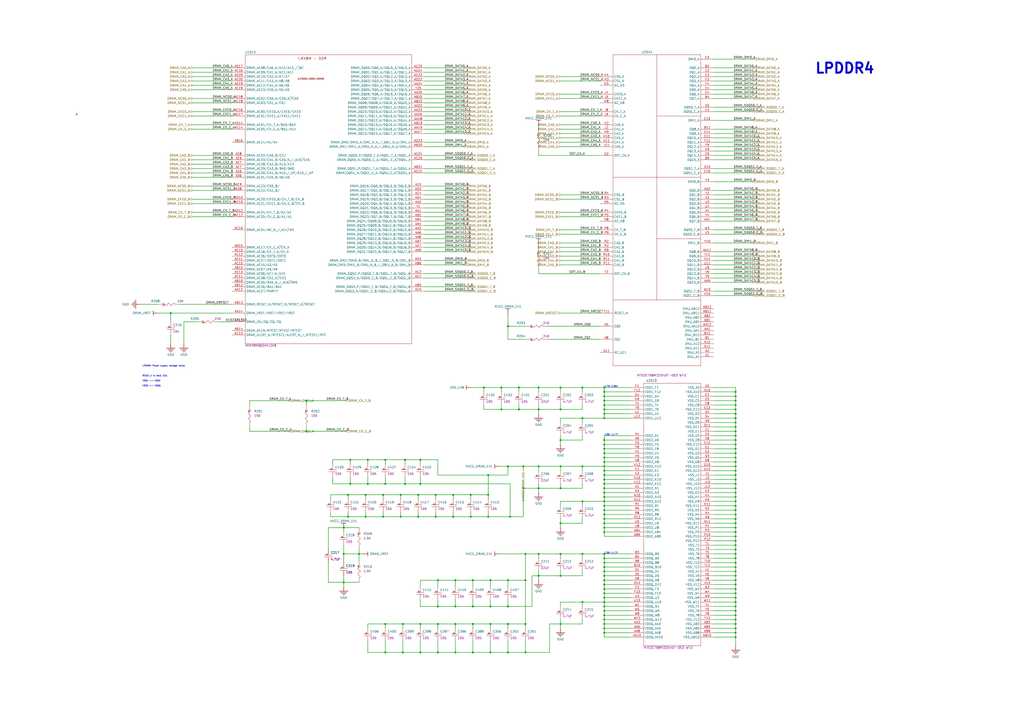
<source format=kicad_sch>
(kicad_sch (version 20231120) (generator "eeschema") (generator_version "8.0")
  (paper "A2")
  (title_block (title "Librem 5 Mainboard") (date "2024-03-21") (rev "v1.0.6") (company "Purism SPC") (comment 1 "GNU GPLv3+") (comment 2 "Copyright"))
  (lib_symbols
    (symbol "C-05_LPDDR4:DRAM_VREF" (power)
      (property "Reference" "#PWR" (at 0 0 0))
      (property "Value" "DRAM_VREF" (at 0 3.81 0))
      (symbol "DRAM_VREF_0_0"
        (pin power_in line (at 0 0 0) (length 0) hide (name "DRAM_VREF") (number ""))
      )
    )
    (symbol "C-05_LPDDR4:GND" (power)
      (property "Reference" "#PWR" (at 0 0 0))
      (property "Value" "GND" (at 0 6.35 0))
      (symbol "GND_0_0"
        (pin power_in line (at 0 0 0) (length 0) hide (name "GND") (number ""))
      )
    )
    (symbol "C-05_LPDDR4:NVCC_DRAM_1V1" (power)
      (property "Reference" "#PWR" (at 0 0 0))
      (property "Value" "NVCC_DRAM_1V1" (at 0 3.81 0))
      (symbol "NVCC_DRAM_1V1_0_0"
        (pin power_in line (at 0 0 0) (length 0) hide (name "NVCC_DRAM_1V1") (number ""))
      )
    )
    (symbol "C-05_LPDDR4:VDD_1V8" (power)
      (property "Reference" "#PWR" (at 0 0 0))
      (property "Value" "VDD_1V8" (at 0 3.81 0))
      (symbol "VDD_1V8_0_0"
        (pin power_in line (at 0 0 0) (length 0) hide (name "VDD_1V8") (number ""))
      )
    )
    (symbol "C-05_LPDDR4:root_0_C0201"
      (symbol "root_0_C0201_1_0"
        (pin passive line (at 2.54 5.08 270) (length 2.54) (name "1") (number "1"))
        (pin passive line (at 2.54 -2.54 90) (length 2.54) (name "2") (number "2"))
      )
    )
    (symbol "C-05_LPDDR4:root_0_C0402"
      (symbol "root_0_C0402_1_0"
        (pin passive line (at 2.54 5.08 270) (length 2.54) (name "1") (number "1"))
        (pin passive line (at 2.54 -2.54 90) (length 2.54) (name "2") (number "2"))
      )
    )
    (symbol "C-05_LPDDR4:root_0_C0603"
      (symbol "root_0_C0603_1_0"
        (pin passive line (at 2.54 5.08 270) (length 2.54) (name "1") (number "1"))
        (pin passive line (at 2.54 -2.54 90) (length 2.54) (name "2") (number "2"))
      )
    )
    (symbol "C-05_LPDDR4:root_0_MIMX8MQ6DVAJZAA_BGA621"
      (symbol "root_0_MIMX8MQ6DVAJZAA_BGA621_1_0"
        (text "(LPDDR4/DDR4/DDR3)" (at 30.48 153.162 0) (effects (font (size 0.889 0.889)) (justify left bottom)))
        (text "i.MX8M - DDR" (at 30.48 164.592 0) (effects (font (size 1.524 1.524)) (justify left bottom)))
        (pin passive line (at 104.14 76.2 180) (length 7.62) (name "DRAM_DQ22/DQ6_B/DQL6_B/DQL6_B") (number "AA1"))
        (pin passive line (at -7.62 30.48 0) (length 7.62) (name "DRAM_AC27/PARITY") (number "AA12"))
        (pin passive line (at -7.62 12.7 0) (length 7.62) (name "DRAM_ZN/ZQ/ZQ/ZQ") (number "AA13"))
        (pin passive line (at -7.62 17.78 0) (length 7.62) (name "DRAM_VREF/VREF/VREF/VREF") (number "AA14"))
        (pin passive line (at 104.14 121.92 180) (length 7.62) (name "DRAM_DQ15/DQ15_A/DQU7_A/DQU7_A") (number "AA17"))
        (pin passive line (at 104.14 129.54 180) (length 7.62) (name "DRAM_DQ12/DQ12_A/DQU4_A/DQU4_A") (number "AA18"))
        (pin passive line (at 104.14 124.46 180) (length 7.62) (name "DRAM_DQ14/DQ14_A/DQU6_A/DQU6_A") (number "AA19"))
        (pin passive line (at 104.14 81.28 180) (length 7.62) (name "DRAM_DQ20/DQ4_B/DQL4_B/DQL4_B") (number "AA2"))
        (pin passive line (at 104.14 132.08 180) (length 7.62) (name "DRAM_DQ11/DQ11_A/DQU3_A/DQU3_A") (number "AA20"))
        (pin passive line (at 104.14 137.16 180) (length 7.62) (name "DRAM_DQ09/DQ09_A/DQU1_A/DQU1_A") (number "AA22"))
        (pin passive line (at 104.14 134.62 180) (length 7.62) (name "DRAM_DQ10/DQ10_A/DQU2_A/DQU2_A") (number "AA23"))
        (pin passive line (at 104.14 149.86 180) (length 7.62) (name "DRAM_DQ04/DQ4_A/DQL4_A/DQL4_A") (number "AA24"))
        (pin passive line (at 104.14 144.78 180) (length 7.62) (name "DRAM_DQ06/DQ6_A/DQL6_A/DQL6_A") (number "AA25"))
        (pin passive line (at 104.14 66.04 180) (length 7.62) (name "DRAM_DQ26/DQ10_B/DQU2_B/DQU2_B") (number "AA3"))
        (pin passive line (at 104.14 68.58 180) (length 7.62) (name "DRAM_DQ25/DQ09_B/DQU1_B/DQU1_B") (number "AA4"))
        (pin passive line (at 104.14 63.5 180) (length 7.62) (name "DRAM_DQ27/DQ11_B/DQU3_B/DQU3_B") (number "AA6"))
        (pin passive line (at 104.14 55.88 180) (length 7.62) (name "DRAM_DQ30/DQ14_B/DQU6_B/DQU6_B") (number "AA7"))
        (pin passive line (at 104.14 60.96 180) (length 7.62) (name "DRAM_DQ28/DQ12_B/DQU4_B/DQU4_B") (number "AA8"))
        (pin passive line (at 104.14 53.34 180) (length 7.62) (name "DRAM_DQ31/DQ15_B/DQU7_B/DQU7_B") (number "AA9"))
        (pin passive line (at 104.14 73.66 180) (length 7.62) (name "DRAM_DQ23/DQ7_B/DQL7_B/DQL7_B") (number "AB1"))
        (pin passive line (at -7.62 35.56 0) (length 7.62) (name "DRAM_AC35/RAS_N_/_A16~{/}RAS") (number "AB10"))
        (pin passive line (at -7.62 33.02 0) (length 7.62) (name "DRAM_AC26/BA1/BA1") (number "AB12"))
        (pin passive line (at -7.62 22.86 0) (length 7.62) (name "DRAM_RESET_N/RESET_N/RESET_N~{/}RESET") (number "AB13"))
        (pin passive line (at -7.62 7.62 0) (length 7.62) (name "DRAM_AC19/MTEST/MTEST/MTEST") (number "AB14"))
        (pin passive line (at -7.62 43.18 0) (length 7.62) (name "DRAM_AC07/A9/A9") (number "AB15"))
        (pin passive line (at -7.62 116.84 0) (length 7.62) (name "DRAM_AC14/A4/A4") (number "AB16"))
        (pin passive line (at 104.14 127 180) (length 7.62) (name "DRAM_DQ13/DQ13_A/DQU5_A/DQU5_A") (number "AB19"))
        (pin passive line (at 104.14 114.3 180) (length 7.62) (name "DRAM_DM1/DMI1_A/DMU_N_A_/_DBIU_N_A/DMU_A") (number "AB20"))
        (pin passive line (at 104.14 101.6 180) (length 7.62) (name "DRAM_DQS1_P/DQS1_T_A/DQSU_T_A/DQSU_A") (number "AB21"))
        (pin passive line (at 104.14 139.7 180) (length 7.62) (name "DRAM_DQ08/DQ08_A/DQU0_A/DQU0_A") (number "AB22"))
        (pin passive line (at 104.14 142.24 180) (length 7.62) (name "DRAM_DQ07/DQ7_A/DQL7_A/DQL7_A") (number "AB25"))
        (pin passive line (at 104.14 71.12 180) (length 7.62) (name "DRAM_DQ24/DQ08_B/DQU0_B/DQU0_B") (number "AB4"))
        (pin passive line (at 104.14 33.02 180) (length 7.62) (name "DRAM_DQS3_P/DQS1_T_B/DQSU_T_B/DQSU_B") (number "AB5"))
        (pin passive line (at 104.14 45.72 180) (length 7.62) (name "DRAM_DM3/DMI1_B/DMU_N_B_/_DBIU_N_B/DMU_B") (number "AB6"))
        (pin passive line (at 104.14 58.42 180) (length 7.62) (name "DRAM_DQ29/DQ13_B/DQU5_B/DQU5_B") (number "AB7"))
        (pin passive line (at 104.14 38.1 180) (length 7.62) (name "DRAM_DQS2_N/DQS0_C_B/DQSL_C_B~{/}DQSL_B") (number "AC1"))
        (pin passive line (at -7.62 66.04 0) (length 7.62) (name "DRAM_AC34/WE_N_/_A14~{/}WE") (number "AC10"))
        (pin passive line (at -7.62 38.1 0) (length 7.62) (name "DRAM_AC38/CS1_N~{/}CS1") (number "AC11"))
        (pin passive line (at -7.62 50.8 0) (length 7.62) (name "DRAM_AC36/ODT0/ODT0") (number "AC12"))
        (pin passive line (at -7.62 5.08 0) (length 7.62) (name "DRAM_ALERT_N/MTEST1/ALERT_N_/_MTEST1/MTE") (number "AC13"))
        (pin passive line (at -7.62 45.72 0) (length 7.62) (name "DRAM_AC15/A3/A3") (number "AC15"))
        (pin passive line (at -7.62 134.62 0) (length 7.62) (name "DRAM_AC00/CKE0_A/CKE0/CKE0") (number "AC16"))
        (pin passive line (at -7.62 139.7 0) (length 7.62) (name "DRAM_AC03/CS1_A/C0/") (number "AC18"))
        (pin passive line (at 104.14 40.64 180) (length 7.62) (name "DRAM_DQS2_P/DQS0_T_B/DQSL_T_B/DQSL_B") (number "AC2"))
        (pin passive line (at 104.14 99.06 180) (length 7.62) (name "DRAM_DQS1_N/DQS1_C_A/DQSU_C_A~{/}DQSU_A") (number "AC21"))
        (pin passive line (at 104.14 109.22 180) (length 7.62) (name "DRAM_DQS0_P/DQS0_T_A/DQSL_T_A/DQSL_A") (number "AC24"))
        (pin passive line (at 104.14 106.68 180) (length 7.62) (name "DRAM_DQS0_N/DQS0_C_A/DQSL_C_A~{/}DQSL_A") (number "AC25"))
        (pin passive line (at 104.14 30.48 180) (length 7.62) (name "DRAM_DQS3_N/DQS1_C_B/DQSU_C_B~{/}DQSU_B") (number "AC5"))
        (pin passive line (at -7.62 104.14 0) (length 7.62) (name "DRAM_AC28/CA2_B/A13/A13") (number "AC7"))
        (pin passive line (at -7.62 91.44 0) (length 7.62) (name "DRAM_AC23/CS0_B/") (number "AC9"))
        (pin passive line (at -7.62 83.82 0) (length 7.62) (name "DRAM_AC20/CKE0_B/CK_T_B/CK_B") (number "AD10"))
        (pin passive line (at -7.62 76.2 0) (length 7.62) (name "DRAM_AC24/CK_T_B/A2/A2") (number "AD12"))
        (pin passive line (at -7.62 127 0) (length 7.62) (name "DRAM_AC04/CK_T_A/BG0/BA2") (number "AD14"))
        (pin passive line (at -7.62 55.88 0) (length 7.62) (name "DRAM_AC17/CK_C_A~{/}CK_A") (number "AD15"))
        (pin passive line (at -7.62 160.02 0) (length 7.62) (name "DRAM_AC08/CA0_A/A12/A12_/~{_}BC") (number "AD17"))
        (pin passive line (at -7.62 149.86 0) (length 7.62) (name "DRAM_AC12/CA4_A/A6/A6") (number "AD19"))
        (pin passive line (at 104.14 88.9 180) (length 7.62) (name "DRAM_DQ17/DQ1_B/DQL1_B/DQL1_B") (number "AD2"))
        (pin passive line (at -7.62 154.94 0) (length 7.62) (name "DRAM_AC10/CA2_A/A7/A7") (number "AD20"))
        (pin passive line (at 104.14 152.4 180) (length 7.62) (name "DRAM_DQ03/DQ3_A/DQL3_A/DQL3_A") (number "AD22"))
        (pin passive line (at 104.14 116.84 180) (length 7.62) (name "DRAM_DM0/DMI0_A/DML_N_A_/_DBIL_N_A/DML_A") (number "AD23"))
        (pin passive line (at 104.14 157.48 180) (length 7.62) (name "DRAM_DQ01/DQ1_A/DQL1_A/DQL1_A") (number "AD24"))
        (pin passive line (at 104.14 48.26 180) (length 7.62) (name "DRAM_DM2/DMI0_B/DML_N_B_/_DBIL_N_B/DML_B") (number "AD3"))
        (pin passive line (at 104.14 83.82 180) (length 7.62) (name "DRAM_DQ19/DQ3_B/DQL3_B/DQL3_B") (number "AD4"))
        (pin passive line (at -7.62 96.52 0) (length 7.62) (name "DRAM_AC31/CA5_B/A0/A0") (number "AD6"))
        (pin passive line (at -7.62 88.9 0) (length 7.62) (name "DRAM_AC22/CS1_B/") (number "AD8"))
        (pin passive line (at -7.62 81.28 0) (length 7.62) (name "DRAM_AC21/CKE1_B/CK_C_B~{/}CK_B") (number "AE10"))
        (pin passive line (at -7.62 48.26 0) (length 7.62) (name "DRAM_AC37/ODT1/ODT1") (number "AE11"))
        (pin passive line (at -7.62 73.66 0) (length 7.62) (name "DRAM_AC25/CK_C_B/A1/A1") (number "AE12"))
        (pin passive line (at -7.62 40.64 0) (length 7.62) (name "DRAM_AC06/ACT_N/A15") (number "AE13"))
        (pin passive line (at -7.62 124.46 0) (length 7.62) (name "DRAM_AC05/CK_C_A/BG1/A14") (number "AE14"))
        (pin passive line (at -7.62 53.34 0) (length 7.62) (name "DRAM_AC16/CK_T_A/CK_A") (number "AE15"))
        (pin passive line (at -7.62 157.48 0) (length 7.62) (name "DRAM_AC09/CA1_A/A11/A11") (number "AE16"))
        (pin passive line (at -7.62 132.08 0) (length 7.62) (name "DRAM_AC01/CKE1_A/CKE1/CKE1") (number "AE17"))
        (pin passive line (at -7.62 142.24 0) (length 7.62) (name "DRAM_AC02/CS0_A/CS0_N~{/}CS0") (number "AE18"))
        (pin passive line (at -7.62 147.32 0) (length 7.62) (name "DRAM_AC13/CA5_A/A5/A5") (number "AE19"))
        (pin passive line (at -7.62 152.4 0) (length 7.62) (name "DRAM_AC11/CA3_A/A8/A8") (number "AE20"))
        (pin passive line (at 104.14 154.94 180) (length 7.62) (name "DRAM_DQ02/DQ2_A/DQL2_A/DQL2_A") (number "AE22"))
        (pin passive line (at 104.14 160.02 180) (length 7.62) (name "DRAM_DQ00/DQ0_A/DQL0_A/DQL0_A") (number "AE23"))
        (pin passive line (at 104.14 91.44 180) (length 7.62) (name "DRAM_DQ16/DQ0_B/DQL0_B/DQL0_B") (number "AE3"))
        (pin passive line (at 104.14 86.36 180) (length 7.62) (name "DRAM_DQ18/DQ2_B/DQL2_B/DQL2_B") (number "AE4"))
        (pin passive line (at -7.62 99.06 0) (length 7.62) (name "DRAM_AC30/CA4_B/A10_/_AP/A10_/_AP") (number "AE6"))
        (pin passive line (at -7.62 101.6 0) (length 7.62) (name "DRAM_AC29/CA3_B/BA0/BA0") (number "AE7"))
        (pin passive line (at -7.62 109.22 0) (length 7.62) (name "DRAM_AC32/CA0_B/C2/") (number "AE8"))
        (pin passive line (at -7.62 106.68 0) (length 7.62) (name "DRAM_AC33/CA1_B/CAS_N_/_A15~{/}CAS") (number "AE9"))
        (pin passive line (at 104.14 78.74 180) (length 7.62) (name "DRAM_DQ21/DQ5_B/DQL5_B/DQL5_B") (number "Y1"))
        (pin passive line (at 104.14 147.32 180) (length 7.62) (name "DRAM_DQ05/DQ5_A/DQL5_A/DQL5_A") (number "Y25"))
      )
      (symbol "root_0_MIMX8MQ6DVAJZAA_BGA621_2_0"
        (text "i.MX8M - USB" (at 5.08 90.932 0) (effects (font (size 1.524 1.524)) (justify left bottom)))
        (text "USB_P0_VDD33" (at 19.558 70.358 900) (effects (font (size 0.889 0.889)) (justify left bottom)))
        (text "USB_P0_VPH" (at 19.558 55.372 900) (effects (font (size 0.889 0.889)) (justify left bottom)))
        (text "USB_P1_VDD33" (at 19.558 22.098 900) (effects (font (size 0.889 0.889)) (justify left bottom)))
        (text "USB_P1_VPH" (at 19.558 7.112 900) (effects (font (size 0.889 0.889)) (justify left bottom)))
        (pin passive line (at 48.26 35.56 180) (length 7.62) (name "USB2_DP") (number "A10"))
        (pin passive line (at 48.26 55.88 180) (length 7.62) (name "USB1_RESREF") (number "A11"))
        (pin passive line (at 48.26 63.5 180) (length 7.62) (name "USB1_RX_P") (number "A12"))
        (pin passive line (at 48.26 71.12 180) (length 7.62) (name "USB1_TX_P") (number "A13"))
        (pin passive line (at 48.26 83.82 180) (length 7.62) (name "USB1_DP") (number "A14"))
        (pin passive line (at 48.26 15.24 180) (length 7.62) (name "USB2_RX_P") (number "A8"))
        (pin passive line (at 48.26 22.86 180) (length 7.62) (name "USB2_TX_P") (number "A9"))
        (pin passive line (at 48.26 33.02 180) (length 7.62) (name "USB2_DN") (number "B10"))
        (pin passive line (at 48.26 7.62 180) (length 7.62) (name "USB2_RESREF") (number "B11"))
        (pin passive line (at 48.26 60.96 180) (length 7.62) (name "USB1_RX_N") (number "B12"))
        (pin passive line (at 48.26 68.58 180) (length 7.62) (name "USB1_TX_N") (number "B13"))
        (pin passive line (at 48.26 81.28 180) (length 7.62) (name "USB1_DN") (number "B14"))
        (pin passive line (at 48.26 12.7 180) (length 7.62) (name "USB2_RX_N") (number "B8"))
        (pin passive line (at 48.26 20.32 180) (length 7.62) (name "USB2_TX_N") (number "B9"))
        (pin passive line (at 48.26 78.74 180) (length 7.62) (name "USB1_ID") (number "C14"))
        (pin passive line (at 48.26 30.48 180) (length 7.62) (name "USB2_ID") (number "C9"))
        (pin passive line (at 48.26 86.36 180) (length 7.62) (name "USB1_VBUS") (number "D14"))
        (pin passive line (at 48.26 38.1 180) (length 7.62) (name "USB2_VBUS") (number "D9"))
      )
      (symbol "root_0_MIMX8MQ6DVAJZAA_BGA621_3_0"
        (text "i.MX8M - PCIe" (at 5.08 62.992 0) (effects (font (size 1.524 1.524)) (justify left bottom)))
        (text "PCIE0_VPH" (at 11.938 42.164 900) (effects (font (size 0.889 0.889)) (justify left bottom)))
        (text "PCIE1_VPH" (at 11.938 14.224 900) (effects (font (size 0.889 0.889)) (justify left bottom)))
        (pin passive line (at 48.26 7.62 180) (length 7.62) (name "PCIE2_RESREF") (number "C25"))
        (pin passive line (at 48.26 20.32 180) (length 7.62) (name "PCIE2_RXN_N") (number "D24"))
        (pin passive line (at 48.26 22.86 180) (length 7.62) (name "PCIE2_RXN_P") (number "D25"))
        (pin passive line (at 48.26 27.94 180) (length 7.62) (name "PCIE2_TXN_N") (number "E24"))
        (pin passive line (at 48.26 30.48 180) (length 7.62) (name "PCIE2_TXN_P") (number "E25"))
        (pin passive line (at 48.26 12.7 180) (length 7.62) (name "PCIE2_REF_PAD_CLK_N") (number "F24"))
        (pin passive line (at 48.26 15.24 180) (length 7.62) (name "PCIE2_REF_PAD_CLK_P") (number "F25"))
        (pin passive line (at 48.26 35.56 180) (length 7.62) (name "PCIE1_RESREF") (number "G25"))
        (pin passive line (at 48.26 48.26 180) (length 7.62) (name "PCIE1_RXN_N") (number "H24"))
        (pin passive line (at 48.26 50.8 180) (length 7.62) (name "PCIE1_RXN_P") (number "H25"))
        (pin passive line (at 48.26 55.88 180) (length 7.62) (name "PCIE1_TXN_N") (number "J24"))
        (pin passive line (at 48.26 58.42 180) (length 7.62) (name "PCIE1_TXN_P") (number "J25"))
        (pin passive line (at 48.26 40.64 180) (length 7.62) (name "PCIE1_REF_PAD_CLK_N") (number "K24"))
        (pin passive line (at 48.26 43.18 180) (length 7.62) (name "PCIE1_REF_PAD_CLK_P") (number "K25"))
      )
      (symbol "root_0_MIMX8MQ6DVAJZAA_BGA621_4_0"
        (text "DSI_VDDHA" (at 19.558 24.892 900) (effects (font (size 0.889 0.889)) (justify left bottom)))
        (text "i.MX8M - DSI" (at 7.62 52.832 0) (effects (font (size 1.524 1.524)) (justify left bottom)))
        (pin passive line (at 48.26 15.24 180) (length 7.62) (name "MIPI_DSI_D3_N") (number "A15"))
        (pin passive line (at 48.26 30.48 180) (length 7.62) (name "MIPI_DSI_D1_N") (number "A16"))
        (pin passive line (at 48.26 38.1 180) (length 7.62) (name "MIPI_DSI_D0_N") (number "A17"))
        (pin passive line (at 48.26 22.86 180) (length 7.62) (name "MIPI_DSI_D2_N") (number "A18"))
        (pin passive line (at 48.26 17.78 180) (length 7.62) (name "MIPI_DSI_D3_P") (number "B15"))
        (pin passive line (at 48.26 33.02 180) (length 7.62) (name "MIPI_DSI_D1_P") (number "B16"))
        (pin passive line (at 48.26 40.64 180) (length 7.62) (name "MIPI_DSI_D0_P") (number "B17"))
        (pin passive line (at 48.26 25.4 180) (length 7.62) (name "MIPI_DSI_D2_P") (number "B18"))
        (pin passive line (at 48.26 45.72 180) (length 7.62) (name "MIPI_DSI_CLK_N") (number "C16"))
        (pin passive line (at 48.26 10.16 180) (length 7.62) (name "MIPI_DSI_REXT") (number "C17"))
        (pin passive line (at 48.26 48.26 180) (length 7.62) (name "MIPI_DSI_CLK_P") (number "D16"))
      )
      (symbol "root_0_MIMX8MQ6DVAJZAA_BGA621_5_0"
        (text "CSI_P1_VDDHA" (at 17.018 52.578 900) (effects (font (size 0.889 0.889)) (justify left bottom)))
        (text "CSI_P2_VDDHA" (at 17.018 9.398 900) (effects (font (size 0.889 0.889)) (justify left bottom)))
        (text "i.MX8M - CSI" (at 7.62 85.852 0) (effects (font (size 1.524 1.524)) (justify left bottom)))
        (pin passive line (at 48.26 35.56 180) (length 7.62) (name "MIPI_CSI2_CLK_N") (number "A19"))
        (pin passive line (at 48.26 20.32 180) (length 7.62) (name "MIPI_CSI2_D1_N") (number "A20"))
        (pin passive line (at 48.26 12.7 180) (length 7.62) (name "MIPI_CSI2_D2_N") (number "A21"))
        (pin passive line (at 48.26 78.74 180) (length 7.62) (name "MIPI_CSI1_CLK_N") (number "A22"))
        (pin passive line (at 48.26 71.12 180) (length 7.62) (name "MIPI_CSI1_D0_N") (number "A23"))
        (pin passive line (at 48.26 38.1 180) (length 7.62) (name "MIPI_CSI2_CLK_P") (number "B19"))
        (pin passive line (at 48.26 22.86 180) (length 7.62) (name "MIPI_CSI2_D1_P") (number "B20"))
        (pin passive line (at 48.26 15.24 180) (length 7.62) (name "MIPI_CSI2_D2_P") (number "B21"))
        (pin passive line (at 48.26 81.28 180) (length 7.62) (name "MIPI_CSI1_CLK_P") (number "B22"))
        (pin passive line (at 48.26 73.66 180) (length 7.62) (name "MIPI_CSI1_D0_P") (number "B23"))
        (pin passive line (at 48.26 55.88 180) (length 7.62) (name "MIPI_CSI1_D2_N") (number "B24"))
        (pin passive line (at 48.26 5.08 180) (length 7.62) (name "MIPI_CSI2_D3_N") (number "C19"))
        (pin passive line (at 48.26 27.94 180) (length 7.62) (name "MIPI_CSI2_D0_N") (number "C20"))
        (pin passive line (at 48.26 48.26 180) (length 7.62) (name "MIPI_CSI1_D3_N") (number "C21"))
        (pin passive line (at 48.26 63.5 180) (length 7.62) (name "MIPI_CSI1_D1_N") (number "C22"))
        (pin passive line (at 48.26 58.42 180) (length 7.62) (name "MIPI_CSI1_D2_P") (number "C23"))
        (pin passive line (at 48.26 7.62 180) (length 7.62) (name "MIPI_CSI2_D3_P") (number "D19"))
        (pin passive line (at 48.26 30.48 180) (length 7.62) (name "MIPI_CSI2_D0_P") (number "D20"))
        (pin passive line (at 48.26 50.8 180) (length 7.62) (name "MIPI_CSI1_D3_P") (number "D21"))
        (pin passive line (at 48.26 66.04 180) (length 7.62) (name "MIPI_CSI1_D1_P") (number "D22"))
      )
      (symbol "root_0_MIMX8MQ6DVAJZAA_BGA621_6_0"
        (text "HDMI_AVDDIO" (at 17.018 34.798 900) (effects (font (size 0.889 0.889)) (justify left bottom)))
        (text "i.MX8M - HDMI" (at 2.54 75.692 0) (effects (font (size 1.524 1.524)) (justify left bottom)))
        (pin passive line (at 48.26 17.78 180) (length 7.62) (name "HDMI_TX_P_LN_3") (number "M1"))
        (pin passive line (at 48.26 20.32 180) (length 7.62) (name "HDMI_TX_M_LN_3") (number "M2"))
        (pin passive line (at 48.26 27.94 180) (length 7.62) (name "HDMI_TX_M_LN_2") (number "N1"))
        (pin passive line (at 48.26 25.4 180) (length 7.62) (name "HDMI_TX_P_LN_2") (number "N2"))
        (pin passive line (at 48.26 5.08 180) (length 7.62) (name "HDMI_REXT") (number "P1"))
        (pin passive line (at 48.26 68.58 180) (length 7.62) (name "HDMI_DDC_SDA") (number "P3"))
        (pin passive line (at 48.26 48.26 180) (length 7.62) (name "HDMI_REFCLK_N") (number "R1"))
        (pin passive line (at 48.26 50.8 180) (length 7.62) (name "HDMI_REFCLK_P") (number "R2"))
        (pin passive line (at 48.26 71.12 180) (length 7.62) (name "HDMI_DDC_SCL") (number "R3"))
        (pin passive line (at 48.26 40.64 180) (length 7.62) (name "HDMI_TX_P_LN_0") (number "T1"))
        (pin passive line (at 48.26 43.18 180) (length 7.62) (name "HDMI_TX_M_LN_0") (number "T2"))
        (pin passive line (at 48.26 35.56 180) (length 7.62) (name "HDMI_TX_M_LN_1") (number "U1"))
        (pin passive line (at 48.26 33.02 180) (length 7.62) (name "HDMI_TX_P_LN_1") (number "U2"))
        (pin passive line (at 48.26 12.7 180) (length 7.62) (name "HDMI_AUX_P") (number "V1"))
        (pin passive line (at 48.26 10.16 180) (length 7.62) (name "HDMI_AUX_N") (number "V2"))
        (pin passive line (at 48.26 63.5 180) (length 7.62) (name "HDMI_HPD") (number "W2"))
        (pin passive line (at 48.26 58.42 180) (length 7.62) (name "HDMI_CEC") (number "W3"))
      )
      (symbol "root_0_MIMX8MQ6DVAJZAA_BGA621_7_0"
        (text "i.MX8M - SAI" (at 12.7 96.012 0) (effects (font (size 1.524 1.524)) (justify left bottom)))
        (text "NVCC_SAI1" (at 32.512 51.816 900) (effects (font (size 0.889 0.889)) (justify left bottom)))
        (text "NVCC_SAI2" (at 32.512 8.636 900) (effects (font (size 0.889 0.889)) (justify left bottom)))
        (text "NVCC_SAI3" (at 24.13 55.88 900) (effects (font (size 0.889 0.889)) (justify left bottom)))
        (text "NVCC_SAI5" (at 24.13 86.36 900) (effects (font (size 0.889 0.889)) (justify left bottom)))
        (pin passive line (at 60.96 91.44 180) (length 7.62) (name "SAI1_MCLK") (number "A3"))
        (pin passive line (at 60.96 73.66 180) (length 7.62) (name "SAI1_TXD2") (number "B2"))
        (pin passive line (at 60.96 63.5 180) (length 7.62) (name "SAI1_TXD6") (number "B3"))
        (pin passive line (at 60.96 60.96 180) (length 7.62) (name "SAI1_TXD7") (number "C1"))
        (pin passive line (at 60.96 66.04 180) (length 7.62) (name "SAI1_TXD5") (number "C2"))
        (pin passive line (at -7.62 55.88 0) (length 7.62) (name "SAI3_TXD") (number "C3"))
        (pin passive line (at -7.62 58.42 0) (length 7.62) (name "SAI3_TXC") (number "C4"))
        (pin passive line (at 60.96 71.12 180) (length 7.62) (name "SAI1_TXD3") (number "D1"))
        (pin passive line (at 60.96 68.58 180) (length 7.62) (name "SAI1_TXD4") (number "D2"))
        (pin passive line (at -7.62 66.04 0) (length 7.62) (name "SAI3_MCLK") (number "D3"))
        (pin passive line (at 60.96 83.82 180) (length 7.62) (name "SAI1_TXC") (number "E1"))
        (pin passive line (at 60.96 76.2 180) (length 7.62) (name "SAI1_TXD1") (number "E2"))
        (pin passive line (at -7.62 35.56 0) (length 7.62) (name "SPDIF_EXT_CLK") (number "E6"))
        (pin passive line (at 60.96 35.56 180) (length 7.62) (name "SAI1_RXD5") (number "F1"))
        (pin passive line (at 60.96 78.74 180) (length 7.62) (name "SAI1_TXD0") (number "F2"))
        (pin passive line (at -7.62 45.72 0) (length 7.62) (name "SAI3_RXD") (number "F3"))
        (pin passive line (at -7.62 48.26 0) (length 7.62) (name "SAI3_RXC") (number "F4"))
        (pin passive line (at -7.62 40.64 0) (length 7.62) (name "SPDIF_TX") (number "F6"))
        (pin passive line (at 60.96 30.48 180) (length 7.62) (name "SAI1_RXD7") (number "G1"))
        (pin passive line (at 60.96 33.02 180) (length 7.62) (name "SAI1_RXD6") (number "G2"))
        (pin passive line (at -7.62 60.96 0) (length 7.62) (name "SAI3_TXFS") (number "G3"))
        (pin passive line (at -7.62 50.8 0) (length 7.62) (name "SAI3_RXFS") (number "G4"))
        (pin passive line (at 60.96 15.24 180) (length 7.62) (name "SAI2_TXD0") (number "G5"))
        (pin passive line (at -7.62 38.1 0) (length 7.62) (name "SPDIF_RX") (number "G6"))
        (pin passive line (at 60.96 86.36 180) (length 7.62) (name "SAI1_TXFS") (number "H1"))
        (pin passive line (at 60.96 43.18 180) (length 7.62) (name "SAI1_RXD2") (number "H2"))
        (pin passive line (at 60.96 7.62 180) (length 7.62) (name "SAI2_RXC") (number "H3"))
        (pin passive line (at 60.96 20.32 180) (length 7.62) (name "SAI2_TXFS") (number "H4"))
        (pin passive line (at 60.96 25.4 180) (length 7.62) (name "SAI2_MCLK") (number "H5"))
        (pin passive line (at 60.96 5.08 180) (length 7.62) (name "SAI2_RXD0") (number "H6"))
        (pin passive line (at 60.96 38.1 180) (length 7.62) (name "SAI1_RXD4") (number "J1"))
        (pin passive line (at 60.96 40.64 180) (length 7.62) (name "SAI1_RXD3") (number "J2"))
        (pin passive line (at 60.96 10.16 180) (length 7.62) (name "SAI2_RXFS") (number "J4"))
        (pin passive line (at 60.96 17.78 180) (length 7.62) (name "SAI2_TXC") (number "J5"))
        (pin passive line (at 60.96 53.34 180) (length 7.62) (name "SAI1_RXC") (number "K1"))
        (pin passive line (at 60.96 48.26 180) (length 7.62) (name "SAI1_RXD0") (number "K2"))
        (pin passive line (at -7.62 91.44 0) (length 7.62) (name "SAI5_MCLK") (number "K4"))
        (pin passive line (at -7.62 71.12 0) (length 7.62) (name "SAI5_RXD3") (number "K5"))
        (pin passive line (at 60.96 55.88 180) (length 7.62) (name "SAI1_RXFS") (number "L1"))
        (pin passive line (at 60.96 45.72 180) (length 7.62) (name "SAI1_RXD1") (number "L2"))
        (pin passive line (at -7.62 76.2 0) (length 7.62) (name "SAI5_RXD1") (number "L4"))
        (pin passive line (at -7.62 83.82 0) (length 7.62) (name "SAI5_RXC") (number "L5"))
        (pin passive line (at -7.62 73.66 0) (length 7.62) (name "SAI5_RXD2") (number "M4"))
        (pin passive line (at -7.62 78.74 0) (length 7.62) (name "SAI5_RXD0") (number "M5"))
        (pin passive line (at -7.62 86.36 0) (length 7.62) (name "SAI5_RXFS") (number "N4"))
      )
      (symbol "root_0_MIMX8MQ6DVAJZAA_BGA621_8_0"
        (text "i.MX8M - NAND" (at 2.54 62.992 0) (effects (font (size 1.524 1.524)) (justify left bottom)))
        (text "NVCC_NAND" (at 14.478 27.432 900) (effects (font (size 0.889 0.889)) (justify left bottom)))
        (pin passive line (at 45.72 53.34 180) (length 7.62) (name "NAND_CE2_B") (number "F21"))
        (pin passive line (at 45.72 45.72 180) (length 7.62) (name "NAND_ALE") (number "G19"))
        (pin passive line (at 45.72 22.86 180) (length 7.62) (name "NAND_DATA00") (number "G20"))
        (pin passive line (at 45.72 55.88 180) (length 7.62) (name "NAND_CE1_B") (number "G21"))
        (pin passive line (at 45.72 58.42 180) (length 7.62) (name "NAND_CE0_B") (number "H19"))
        (pin passive line (at 45.72 50.8 180) (length 7.62) (name "NAND_CE3_B") (number "H20"))
        (pin passive line (at 45.72 43.18 180) (length 7.62) (name "NAND_CLE") (number "H21"))
        (pin passive line (at 45.72 17.78 180) (length 7.62) (name "NAND_DATA02") (number "H22"))
        (pin passive line (at 45.72 20.32 180) (length 7.62) (name "NAND_DATA01") (number "J20"))
        (pin passive line (at 45.72 15.24 180) (length 7.62) (name "NAND_DATA03") (number "J21"))
        (pin passive line (at 45.72 10.16 180) (length 7.62) (name "NAND_DATA05") (number "J22"))
        (pin passive line (at 45.72 40.64 180) (length 7.62) (name "NAND_RE_B") (number "K19"))
        (pin passive line (at 45.72 33.02 180) (length 7.62) (name "NAND_READY_B") (number "K20"))
        (pin passive line (at 45.72 35.56 180) (length 7.62) (name "NAND_WP_B") (number "K21"))
        (pin passive line (at 45.72 38.1 180) (length 7.62) (name "NAND_WE_B") (number "K22"))
        (pin passive line (at 45.72 7.62 180) (length 7.62) (name "NAND_DATA06") (number "L19"))
        (pin passive line (at 45.72 12.7 180) (length 7.62) (name "NAND_DATA04") (number "L20"))
        (pin passive line (at 45.72 5.08 180) (length 7.62) (name "NAND_DATA07") (number "M19"))
        (pin passive line (at 45.72 27.94 180) (length 7.62) (name "NAND_DQS") (number "M20"))
      )
      (symbol "root_0_MIMX8MQ6DVAJZAA_BGA621_9_0"
        (text "i.MX8M - SD" (at 10.16 42.672 0) (effects (font (size 1.524 1.524)) (justify left bottom)))
        (text "NVCC_SD1" (at 16.256 27.94 900) (effects (font (size 0.889 0.889)) (justify left bottom)))
        (text "NVCC_SD2" (at 27.178 17.272 900) (effects (font (size 0.889 0.889)) (justify left bottom)))
        (pin passive line (at 50.8 15.24 180) (length 7.62) (name "SD2_CD_B") (number "L21"))
        (pin passive line (at 50.8 38.1 180) (length 7.62) (name "SD2_CLK") (number "L22"))
        (pin passive line (at -7.62 35.56 0) (length 7.62) (name "SD1_CMD") (number "L24"))
        (pin passive line (at -7.62 38.1 0) (length 7.62) (name "SD1_CLK") (number "L25"))
        (pin passive line (at 50.8 17.78 180) (length 7.62) (name "SD2_WP") (number "M21"))
        (pin passive line (at 50.8 35.56 180) (length 7.62) (name "SD2_CMD") (number "M22"))
        (pin passive line (at -7.62 27.94 0) (length 7.62) (name "SD1_DATA1") (number "M24"))
        (pin passive line (at -7.62 30.48 0) (length 7.62) (name "SD1_DATA0") (number "M25"))
        (pin passive line (at 50.8 27.94 180) (length 7.62) (name "SD2_DATA1") (number "N21"))
        (pin passive line (at 50.8 30.48 180) (length 7.62) (name "SD2_DATA0") (number "N22"))
        (pin passive line (at -7.62 20.32 0) (length 7.62) (name "SD1_DATA4") (number "N24"))
        (pin passive line (at -7.62 25.4 0) (length 7.62) (name "SD1_DATA2") (number "N25"))
        (pin passive line (at 50.8 22.86 180) (length 7.62) (name "SD2_DATA3") (number "P21"))
        (pin passive line (at 50.8 25.4 180) (length 7.62) (name "SD2_DATA2") (number "P22"))
        (pin passive line (at -7.62 17.78 0) (length 7.62) (name "SD1_DATA5") (number "P24"))
        (pin passive line (at -7.62 22.86 0) (length 7.62) (name "SD1_DATA3") (number "P25"))
        (pin passive line (at 50.8 12.7 180) (length 7.62) (name "SD2_RESET_B") (number "R22"))
        (pin passive line (at -7.62 7.62 0) (length 7.62) (name "SD1_RESET_B") (number "R24"))
        (pin passive line (at -7.62 15.24 0) (length 7.62) (name "SD1_DATA6") (number "R25"))
        (pin passive line (at -7.62 5.08 0) (length 7.62) (name "SD1_STROBE") (number "T24"))
        (pin passive line (at -7.62 12.7 0) (length 7.62) (name "SD1_DATA7") (number "T25"))
      )
      (symbol "root_0_MIMX8MQ6DVAJZAA_BGA621_10_0"
        (text "i.MX8M - eNET" (at 2.54 52.832 0) (effects (font (size 1.524 1.524)) (justify left bottom)))
        (text "NVCC_ENET" (at 19.558 22.098 900) (effects (font (size 0.889 0.889)) (justify left bottom)))
        (pin passive line (at 45.72 43.18 180) (length 7.62) (name "ENET_MDIO") (number "N19"))
        (pin passive line (at 45.72 45.72 180) (length 7.62) (name "ENET_MDC") (number "N20"))
        (pin passive line (at 45.72 38.1 180) (length 7.62) (name "ENET_TX_CTL") (number "P19"))
        (pin passive line (at 45.72 25.4 180) (length 7.62) (name "ENET_TD3") (number "P20"))
        (pin passive line (at 45.72 27.94 180) (length 7.62) (name "ENET_TD2") (number "R19"))
        (pin passive line (at 45.72 33.02 180) (length 7.62) (name "ENET_TD0") (number "R20"))
        (pin passive line (at 45.72 30.48 180) (length 7.62) (name "ENET_TD1") (number "R21"))
        (pin passive line (at 45.72 35.56 180) (length 7.62) (name "ENET_TXC") (number "T19"))
        (pin passive line (at 45.72 17.78 180) (length 7.62) (name "ENET_RXC") (number "T20"))
        (pin passive line (at 45.72 20.32 180) (length 7.62) (name "ENET_RX_CTL") (number "T21"))
        (pin passive line (at 45.72 15.24 180) (length 7.62) (name "ENET_RD0") (number "U19"))
        (pin passive line (at 45.72 10.16 180) (length 7.62) (name "ENET_RD2") (number "U20"))
        (pin passive line (at 45.72 12.7 180) (length 7.62) (name "ENET_RD1") (number "U21"))
        (pin passive line (at 45.72 7.62 180) (length 7.62) (name "ENET_RD3") (number "V19"))
      )
      (symbol "root_0_MIMX8MQ6DVAJZAA_BGA621_11_0"
        (text "NVCC_ECSPI" (at 24.638 47.244 900) (effects (font (size 0.889 0.889)) (justify left bottom)))
        (text "NVCC_GPIO1" (at 24.638 17.272 900) (effects (font (size 0.889 0.889)) (justify left bottom)))
        (text "NVCC_I2C" (at 13.716 30.48 900) (effects (font (size 0.889 0.889)) (justify left bottom)))
        (text "NVCC_UART" (at 13.716 60.96 900) (effects (font (size 0.889 0.889)) (justify left bottom)))
        (pin passive line (at 50.8 66.04 180) (length 7.62) (name "ECSPI1_MOSI") (number "A4"))
        (pin passive line (at 50.8 55.88 180) (length 7.62) (name "ECSPI2_SS0") (number "A5"))
        (pin passive line (at -7.62 53.34 0) (length 7.62) (name "UART3_RXD") (number "A6"))
        (pin passive line (at -7.62 66.04 0) (length 7.62) (name "UART1_TXD") (number "A7"))
        (pin passive line (at 50.8 63.5 180) (length 7.62) (name "ECSPI1_MISO") (number "B4"))
        (pin passive line (at 50.8 50.8 180) (length 7.62) (name "ECSPI2_MISO") (number "B5"))
        (pin passive line (at -7.62 60.96 0) (length 7.62) (name "UART2_RXD") (number "B6"))
        (pin passive line (at -7.62 50.8 0) (length 7.62) (name "UART3_TXD") (number "B7"))
        (pin passive line (at 50.8 48.26 180) (length 7.62) (name "ECSPI2_SCLK") (number "C5"))
        (pin passive line (at -7.62 45.72 0) (length 7.62) (name "UART4_RXD") (number "C6"))
        (pin passive line (at -7.62 68.58 0) (length 7.62) (name "UART1_RXD") (number "C7"))
        (pin passive line (at 50.8 68.58 180) (length 7.62) (name "ECSPI1_SS0") (number "D4"))
        (pin passive line (at 50.8 60.96 180) (length 7.62) (name "ECSPI1_SCLK") (number "D5"))
        (pin passive line (at -7.62 58.42 0) (length 7.62) (name "UART2_TXD") (number "D6"))
        (pin passive line (at -7.62 43.18 0) (length 7.62) (name "UART4_TXD") (number "D7"))
        (pin passive line (at 50.8 53.34 180) (length 7.62) (name "ECSPI2_MOSI") (number "E5"))
        (pin passive line (at -7.62 38.1 0) (length 7.62) (name "I2C1_SCL") (number "E7"))
        (pin passive line (at -7.62 35.56 0) (length 7.62) (name "I2C1_SDA") (number "E8"))
        (pin passive line (at -7.62 20.32 0) (length 7.62) (name "I2C3_SDA") (number "E9"))
        (pin passive line (at -7.62 27.94 0) (length 7.62) (name "I2C2_SDA") (number "F7"))
        (pin passive line (at -7.62 15.24 0) (length 7.62) (name "I2C4_SCL") (number "F8"))
        (pin passive line (at -7.62 12.7 0) (length 7.62) (name "I2C4_SDA") (number "F9"))
        (pin passive line (at -7.62 30.48 0) (length 7.62) (name "I2C2_SCL") (number "G7"))
        (pin passive line (at -7.62 22.86 0) (length 7.62) (name "I2C3_SCL") (number "G8"))
        (pin passive line (at 50.8 5.08 180) (length 7.62) (name "GPIO1_IO15") (number "J6"))
        (pin passive line (at 50.8 10.16 180) (length 7.62) (name "GPIO1_IO13") (number "K6"))
        (pin passive line (at 50.8 7.62 180) (length 7.62) (name "GPIO1_IO14") (number "K7"))
        (pin passive line (at 50.8 15.24 180) (length 7.62) (name "GPIO1_IO11") (number "L6"))
        (pin passive line (at 50.8 12.7 180) (length 7.62) (name "GPIO1_IO12") (number "L7"))
        (pin passive line (at 50.8 20.32 180) (length 7.62) (name "GPIO1_IO09") (number "M6"))
        (pin passive line (at 50.8 17.78 180) (length 7.62) (name "GPIO1_IO10") (number "M7"))
        (pin passive line (at 50.8 27.94 180) (length 7.62) (name "GPIO1_IO06") (number "N5"))
        (pin passive line (at 50.8 25.4 180) (length 7.62) (name "GPIO1_IO07") (number "N6"))
        (pin passive line (at 50.8 22.86 180) (length 7.62) (name "GPIO1_IO08") (number "N7"))
        (pin passive line (at 50.8 35.56 180) (length 7.62) (name "GPIO1_IO03") (number "P4"))
        (pin passive line (at 50.8 33.02 180) (length 7.62) (name "GPIO1_IO04") (number "P5"))
        (pin passive line (at 50.8 30.48 180) (length 7.62) (name "GPIO1_IO05") (number "P7"))
        (pin passive line (at 50.8 38.1 180) (length 7.62) (name "GPIO1_IO02") (number "R4"))
        (pin passive line (at 50.8 43.18 180) (length 7.62) (name "GPIO1_IO00") (number "T6"))
        (pin passive line (at 50.8 40.64 180) (length 7.62) (name "GPIO1_IO01") (number "T7"))
      )
      (symbol "root_0_MIMX8MQ6DVAJZAA_BGA621_12_0"
        (text "i.MX8M - MISC" (at 10.16 62.992 0) (effects (font (size 1.524 1.524)) (justify left bottom)))
        (text "NVCC_JTAG" (at 32.258 40.132 900) (effects (font (size 0.889 0.889)) (justify left bottom)))
        (text "NVCC_SNVS" (at 24.638 40.132 900) (effects (font (size 0.889 0.889)) (justify left bottom)))
        (text "VDDA" (at 25.4 13.462 0) (effects (font (size 0.889 0.889)) (justify left bottom)))
        (pin passive line (at 60.96 25.4 180) (length 7.62) (name "CLK1_P") (number "R23"))
        (pin passive line (at 60.96 17.78 180) (length 7.62) (name "CLK2_P") (number "T22"))
        (pin passive line (at 60.96 22.86 180) (length 7.62) (name "CLK1_N") (number "T23"))
        (pin passive line (at 60.96 45.72 180) (length 7.62) (name "JTAG_TCK") (number "T5"))
        (pin passive line (at 60.96 15.24 180) (length 7.62) (name "CLK2_N") (number "U22"))
        (pin passive line (at -7.62 17.78 0) (length 7.62) (name "XTALO_25M") (number "U24"))
        (pin passive line (at -7.62 20.32 0) (length 7.62) (name "XTALI_25M") (number "U25"))
        (pin passive line (at 60.96 38.1 180) (length 7.62) (name "JTAG_TDO") (number "U5"))
        (pin passive line (at 60.96 35.56 180) (length 7.62) (name "JTAG_TRST_B") (number "U6"))
        (pin passive line (at 60.96 33.02 180) (length 7.62) (name "JTAG_MOD") (number "U7"))
        (pin passive line (at -7.62 45.72 0) (length 7.62) (name "PMIC_ON_REQ") (number "V20"))
        (pin passive line (at -7.62 48.26 0) (length 7.62) (name "PMIC_STBY_REQ") (number "V21"))
        (pin passive line (at -7.62 35.56 0) (length 7.62) (name "RTC") (number "V22"))
        (pin passive line (at -7.62 7.62 0) (length 7.62) (name "XTALO_27M") (number "V24"))
        (pin passive line (at -7.62 10.16 0) (length 7.62) (name "XTALI_27M") (number "V25"))
        (pin passive line (at 60.96 43.18 180) (length 7.62) (name "JTAG_TMS") (number "V5"))
        (pin passive line (at 60.96 55.88 180) (length 7.62) (name "BOOT_MODE1") (number "V6"))
        (pin passive line (at 60.96 50.8 180) (length 7.62) (name "TEST_MODE") (number "V7"))
        (pin passive line (at -7.62 33.02 0) (length 7.62) (name "RTC_RESET_B") (number "W19"))
        (pin passive line (at -7.62 53.34 0) (length 7.62) (name "POR_B") (number "W20"))
        (pin passive line (at -7.62 58.42 0) (length 7.62) (name "ONOFF") (number "W21"))
        (pin passive line (at 60.96 40.64 180) (length 7.62) (name "JTAG_TDI") (number "W5"))
        (pin passive line (at 60.96 58.42 180) (length 7.62) (name "BOOT_MODE0") (number "W6"))
      )
      (symbol "root_0_MIMX8MQ6DVAJZAA_BGA621_13_0"
        (pin power_in line (at -7.62 45.72 0) (length 7.62) (name "NVCC_DRAM2") (number "AA10"))
        (pin power_in line (at -7.62 83.82 0) (length 7.62) (name "VDDA_DRAM") (number "AA11"))
        (pin power_in line (at -7.62 40.64 0) (length 7.62) (name "NVCC_DRAM4") (number "AA15"))
        (pin power_in line (at -7.62 43.18 0) (length 7.62) (name "NVCC_DRAM3") (number "AB17"))
        (pin power_in line (at -7.62 48.26 0) (length 7.62) (name "NVCC_DRAM1") (number "AB23"))
        (pin power_in line (at -7.62 35.56 0) (length 7.62) (name "NVCC_DRAM6") (number "AB3"))
        (pin power_in line (at -7.62 38.1 0) (length 7.62) (name "NVCC_DRAM5") (number "AB8"))
        (pin power_in line (at -7.62 33.02 0) (length 7.62) (name "NVCC_DRAM7") (number "AC14"))
        (pin power_in line (at -7.62 30.48 0) (length 7.62) (name "NVCC_DRAM8") (number "AC17"))
        (pin power_in line (at -7.62 27.94 0) (length 7.62) (name "NVCC_DRAM9") (number "AC20"))
        (pin power_in line (at -7.62 22.86 0) (length 7.62) (name "NVCC_DRAM11") (number "AC23"))
        (pin power_in line (at -7.62 25.4 0) (length 7.62) (name "NVCC_DRAM10") (number "AC3"))
        (pin power_in line (at -7.62 17.78 0) (length 7.62) (name "NVCC_DRAM13") (number "AC6"))
        (pin power_in line (at -7.62 20.32 0) (length 7.62) (name "NVCC_DRAM12") (number "AC8"))
        (pin power_in line (at -7.62 12.7 0) (length 7.62) (name "NVCC_DRAM15") (number "AD18"))
        (pin power_in line (at -7.62 15.24 0) (length 7.62) (name "NVCC_DRAM14") (number "AD21"))
        (pin power_in line (at -7.62 10.16 0) (length 7.62) (name "NVCC_DRAM16") (number "AD5"))
        (pin power_in line (at 50.8 218.44 180) (length 7.62) (name "USB2_VPTX") (number "C11"))
        (pin power_in line (at 50.8 220.98 180) (length 7.62) (name "USB1_VPTX") (number "C12"))
        (pin power_in line (at 50.8 132.08 180) (length 7.62) (name "MIPI_VDDHA1") (number "C18"))
        (pin power_in line (at 50.8 213.36 180) (length 7.62) (name "USB2_VP") (number "D11"))
        (pin power_in line (at 50.8 215.9 180) (length 7.62) (name "USB1_VP") (number "D12"))
        (pin power_in line (at 50.8 129.54 180) (length 7.62) (name "MIPI_VDDHA2") (number "D17"))
        (pin power_in line (at 50.8 127 180) (length 7.62) (name "MIPI_VDDHA3") (number "D18"))
        (pin power_in line (at 50.8 264.16 180) (length 7.62) (name "NVCC_UART") (number "D8"))
        (pin power_in line (at 50.8 208.28 180) (length 7.62) (name "USB2_DVDD") (number "E11"))
        (pin power_in line (at 50.8 210.82 180) (length 7.62) (name "USB1_DVDD") (number "E12"))
        (pin power_in line (at 50.8 114.3 180) (length 7.62) (name "MIPI_VDD1") (number "E15"))
        (pin power_in line (at 50.8 124.46 180) (length 7.62) (name "MIPI_VDDA1") (number "E17"))
        (pin power_in line (at 50.8 121.92 180) (length 7.62) (name "MIPI_VDDA2") (number "E18"))
        (pin power_in line (at 50.8 276.86 180) (length 7.62) (name "NVCC_SAI3") (number "E3"))
        (pin power_in line (at 50.8 223.52 180) (length 7.62) (name "USB2_VPH") (number "F11"))
        (pin power_in line (at 50.8 226.06 180) (length 7.62) (name "USB1_VPH") (number "F12"))
        (pin power_in line (at 50.8 111.76 180) (length 7.62) (name "MIPI_VDD2") (number "F15"))
        (pin power_in line (at 50.8 119.38 180) (length 7.62) (name "MIPI_VDDA3") (number "F17"))
        (pin power_in line (at 50.8 116.84 180) (length 7.62) (name "MIPI_VDDA4") (number "F18"))
        (pin power_in line (at 50.8 109.22 180) (length 7.62) (name "MIPI_VDDPLL") (number "F19"))
        (pin passive line (at 50.8 175.26 180) (length 7.62) (name "PCIE_VP2") (number "F22"))
        (pin passive line (at 50.8 180.34 180) (length 7.62) (name "PCIE_VPTX2") (number "F23"))
        (pin power_in line (at 50.8 261.62 180) (length 7.62) (name "NVCC_ECSPI") (number "F5"))
        (pin power_in line (at 50.8 228.6 180) (length 7.62) (name "USB2_VDD33") (number "G11"))
        (pin power_in line (at 50.8 231.14 180) (length 7.62) (name "USB1_VDD33") (number "G12"))
        (pin power_in line (at -7.62 190.5 0) (length 7.62) (name "VDD_ARM13") (number "G14"))
        (pin power_in line (at -7.62 220.98 0) (length 7.62) (name "VDD_ARM1") (number "G15"))
        (pin power_in line (at -7.62 205.74 0) (length 7.62) (name "VDD_ARM7") (number "G16"))
        (pin passive line (at 50.8 177.8 180) (length 7.62) (name "PCIE_VP1") (number "G22"))
        (pin passive line (at 50.8 182.88 180) (length 7.62) (name "PCIE_VPTX1") (number "G23"))
        (pin power_in line (at -7.62 187.96 0) (length 7.62) (name "VDD_ARM14") (number "H14"))
        (pin power_in line (at -7.62 218.44 0) (length 7.62) (name "VDD_ARM2") (number "H15"))
        (pin power_in line (at -7.62 203.2 0) (length 7.62) (name "VDD_ARM8") (number "H16"))
        (pin passive line (at 50.8 187.96 180) (length 7.62) (name "PCIE_VPH1") (number "H23"))
        (pin power_in line (at 50.8 266.7 180) (length 7.62) (name "NVCC_I2C") (number "H7"))
        (pin power_in line (at -7.62 154.94 0) (length 7.62) (name "VDD_GPU5") (number "J10"))
        (pin power_in line (at -7.62 215.9 0) (length 7.62) (name "VDD_ARM3") (number "J15"))
        (pin power_in line (at -7.62 200.66 0) (length 7.62) (name "VDD_ARM9") (number "J16"))
        (pin passive line (at 50.8 185.42 180) (length 7.62) (name "PCIE_VPH2") (number "J23"))
        (pin power_in line (at 50.8 279.4 180) (length 7.62) (name "NVCC_SAI2") (number "J7"))
        (pin power_in line (at -7.62 165.1 0) (length 7.62) (name "VDD_GPU1") (number "J9"))
        (pin power_in line (at -7.62 152.4 0) (length 7.62) (name "VDD_GPU6") (number "K10"))
        (pin power_in line (at -7.62 259.08 0) (length 7.62) (name "VDD_SOC11") (number "K12"))
        (pin power_in line (at -7.62 81.28 0) (length 7.62) (name "VDDA_1P8_FPLL_ARM") (number "K14"))
        (pin power_in line (at -7.62 213.36 0) (length 7.62) (name "VDD_ARM4") (number "K15"))
        (pin power_in line (at -7.62 198.12 0) (length 7.62) (name "VDD_ARM10") (number "K16"))
        (pin power_in line (at 50.8 281.94 180) (length 7.62) (name "NVCC_SAI1_2") (number "K3"))
        (pin power_in line (at -7.62 162.56 0) (length 7.62) (name "VDD_GPU2") (number "K9"))
        (pin power_in line (at -7.62 149.86 0) (length 7.62) (name "VDD_GPU7") (number "L10"))
        (pin power_in line (at -7.62 256.54 0) (length 7.62) (name "VDD_SOC12") (number "L12"))
        (pin power_in line (at -7.62 243.84 0) (length 7.62) (name "VDD_SOC17") (number "L13"))
        (pin power_in line (at -7.62 210.82 0) (length 7.62) (name "VDD_ARM5") (number "L15"))
        (pin power_in line (at -7.62 195.58 0) (length 7.62) (name "VDD_ARM11") (number "L16"))
        (pin power_in line (at 50.8 289.56 180) (length 7.62) (name "NVCC_NAND1") (number "L18"))
        (pin power_in line (at 50.8 256.54 180) (length 7.62) (name "NVCC_SD1_2") (number "L23"))
        (pin power_in line (at 50.8 284.48 180) (length 7.62) (name "NVCC_SAI1_1") (number "L3"))
        (pin power_in line (at -7.62 160.02 0) (length 7.62) (name "VDD_GPU3") (number "L9"))
        (pin power_in line (at -7.62 147.32 0) (length 7.62) (name "VDD_GPU8") (number "M10"))
        (pin power_in line (at -7.62 254 0) (length 7.62) (name "VDD_SOC13") (number "M12"))
        (pin power_in line (at -7.62 241.3 0) (length 7.62) (name "VDD_SOC18") (number "M13"))
        (pin power_in line (at -7.62 208.28 0) (length 7.62) (name "VDD_ARM6") (number "M15"))
        (pin power_in line (at -7.62 193.04 0) (length 7.62) (name "VDD_ARM12") (number "M16"))
        (pin power_in line (at 50.8 287.02 180) (length 7.62) (name "NVCC_NAND2") (number "M18"))
        (pin power_in line (at 50.8 259.08 180) (length 7.62) (name "NVCC_SD1_1") (number "M23"))
        (pin power_in line (at 50.8 274.32 180) (length 7.62) (name "NVCC_SAI5") (number "M3"))
        (pin power_in line (at -7.62 157.48 0) (length 7.62) (name "VDD_GPU4") (number "M9"))
        (pin power_in line (at -7.62 175.26 0) (length 7.62) (name "VDD_VPU3") (number "N10"))
        (pin power_in line (at -7.62 73.66 0) (length 7.62) (name "VDDA_1P8_SPLL_VIDEO2") (number "N11"))
        (pin power_in line (at -7.62 238.76 0) (length 7.62) (name "VDD_SOC19") (number "N13"))
        (pin power_in line (at 50.8 254 180) (length 7.62) (name "NVCC_SD2") (number "N23"))
        (pin power_in line (at -7.62 180.34 0) (length 7.62) (name "VDD_VPU1") (number "N8"))
        (pin power_in line (at -7.62 177.8 0) (length 7.62) (name "VDD_VPU2") (number "N9"))
        (pin power_in line (at -7.62 170.18 0) (length 7.62) (name "VDD_VPU5") (number "P10"))
        (pin power_in line (at -7.62 248.92 0) (length 7.62) (name "VDD_SOC15") (number "P12"))
        (pin power_in line (at -7.62 236.22 0) (length 7.62) (name "VDD_SOC20") (number "P13"))
        (pin power_in line (at -7.62 246.38 0) (length 7.62) (name "VDD_SOC16") (number "P15"))
        (pin power_in line (at -7.62 251.46 0) (length 7.62) (name "VDD_SOC14") (number "P16"))
        (pin power_in line (at 50.8 157.48 180) (length 7.62) (name "HDMI_AVDDIO") (number "P2"))
        (pin power_in line (at -7.62 172.72 0) (length 7.62) (name "VDD_VPU4") (number "P9"))
        (pin power_in line (at -7.62 279.4 0) (length 7.62) (name "VDD_SOC3") (number "R10"))
        (pin power_in line (at -7.62 276.86 0) (length 7.62) (name "VDD_SOC4") (number "R11"))
        (pin power_in line (at -7.62 274.32 0) (length 7.62) (name "VDD_SOC5") (number "R12"))
        (pin power_in line (at -7.62 271.78 0) (length 7.62) (name "VDD_SOC6") (number "R13"))
        (pin power_in line (at -7.62 269.24 0) (length 7.62) (name "VDD_SOC7") (number "R14"))
        (pin power_in line (at -7.62 266.7 0) (length 7.62) (name "VDD_SOC8") (number "R15"))
        (pin power_in line (at -7.62 264.16 0) (length 7.62) (name "VDD_SOC9") (number "R16"))
        (pin passive line (at -7.62 53.34 0) (length 7.62) (name "EFUSE_VQPS") (number "R17"))
        (pin power_in line (at -7.62 289.56 0) (length 7.62) (name "VDD_SNVS") (number "R18"))
        (pin power_in line (at 50.8 271.78 180) (length 7.62) (name "NVCC_GPIO1") (number "R5"))
        (pin power_in line (at 50.8 269.24 180) (length 7.62) (name "NVCC_GPIO2") (number "R6"))
        (pin power_in line (at -7.62 284.48 0) (length 7.62) (name "VDD_SOC1") (number "R8"))
        (pin power_in line (at -7.62 281.94 0) (length 7.62) (name "VDD_SOC2") (number "R9"))
        (pin power_in line (at -7.62 71.12 0) (length 7.62) (name "VDDA_1P8_SPLL_DRAM") (number "T15"))
        (pin power_in line (at -7.62 63.5 0) (length 7.62) (name "VDDA_1P8_TSENSOR") (number "T16"))
        (pin power_in line (at -7.62 233.68 0) (length 7.62) (name "VDD_SOC21") (number "T17"))
        (pin power_in line (at 50.8 251.46 180) (length 7.62) (name "NVCC_ENET") (number "T18"))
        (pin power_in line (at -7.62 261.62 0) (length 7.62) (name "VDD_SOC10") (number "T8"))
        (pin power_in line (at -7.62 114.3 0) (length 7.62) (name "VDD_DRAM11") (number "U10"))
        (pin power_in line (at -7.62 121.92 0) (length 7.62) (name "VDD_DRAM8") (number "U11"))
        (pin power_in line (at -7.62 116.84 0) (length 7.62) (name "VDD_DRAM10") (number "U12"))
        (pin power_in line (at -7.62 111.76 0) (length 7.62) (name "VDD_DRAM12") (number "U13"))
        (pin power_in line (at -7.62 119.38 0) (length 7.62) (name "VDD_DRAM9") (number "U14"))
        (pin power_in line (at -7.62 78.74 0) (length 7.62) (name "VDDA_1P8_FPLL") (number "U17"))
        (pin power_in line (at -7.62 66.04 0) (length 7.62) (name "VDDA_1P8_LVDS") (number "U23"))
        (pin power_in line (at 50.8 152.4 180) (length 7.62) (name "HDMI_AVDDCORE2") (number "U3"))
        (pin power_in line (at 50.8 149.86 180) (length 7.62) (name "HDMI_AVDDCORE1") (number "U4"))
        (pin power_in line (at -7.62 124.46 0) (length 7.62) (name "VDD_DRAM7") (number "V10"))
        (pin power_in line (at -7.62 127 0) (length 7.62) (name "VDD_DRAM6") (number "V11"))
        (pin power_in line (at -7.62 129.54 0) (length 7.62) (name "VDD_DRAM5") (number "V12"))
        (pin power_in line (at -7.62 132.08 0) (length 7.62) (name "VDD_DRAM4") (number "V13"))
        (pin power_in line (at -7.62 134.62 0) (length 7.62) (name "VDD_DRAM3") (number "V14"))
        (pin power_in line (at -7.62 137.16 0) (length 7.62) (name "VDD_DRAM2") (number "V15"))
        (pin power_in line (at -7.62 228.6 0) (length 7.62) (name "VDDA_0P9") (number "V18"))
        (pin power_in line (at 50.8 154.94 180) (length 7.62) (name "HDMI_AVDDCLK") (number "V3"))
        (pin power_in line (at -7.62 139.7 0) (length 7.62) (name "VDD_DRAM1") (number "V9"))
        (pin power_in line (at -7.62 76.2 0) (length 7.62) (name "VDDA_1P8_SPLL") (number "W17"))
        (pin power_in line (at -7.62 292.1 0) (length 7.62) (name "NVCC_SNVS") (number "W18"))
        (pin power_in line (at -7.62 60.96 0) (length 7.62) (name "VDDA_1P8_XTAL_27M") (number "W23"))
        (pin power_in line (at -7.62 58.42 0) (length 7.62) (name "VDDA_1P8_XTAL_25M") (number "W24"))
        (pin power_in line (at 50.8 292.1 180) (length 7.62) (name "NVCC_JTAG") (number "W4"))
        (pin power_in line (at -7.62 96.52 0) (length 7.62) (name "VDD_DRAM18") (number "Y10"))
        (pin power_in line (at -7.62 5.08 0) (length 7.62) (name "NVCC_DRAM18") (number "Y12"))
        (pin power_in line (at -7.62 7.62 0) (length 7.62) (name "NVCC_DRAM17") (number "Y14"))
        (pin power_in line (at -7.62 99.06 0) (length 7.62) (name "VDD_DRAM17") (number "Y16"))
        (pin power_in line (at -7.62 101.6 0) (length 7.62) (name "VDD_DRAM16") (number "Y18"))
        (pin power_in line (at -7.62 104.14 0) (length 7.62) (name "VDD_DRAM15") (number "Y20"))
        (pin power_in line (at -7.62 109.22 0) (length 7.62) (name "VDD_DRAM13") (number "Y6"))
        (pin power_in line (at -7.62 106.68 0) (length 7.62) (name "VDD_DRAM14") (number "Y8"))
      )
      (symbol "root_0_MIMX8MQ6DVAJZAA_BGA621_14_0"
        (pin power_in line (at 53.34 154.94 180) (length 7.62) (name "VSS12") (number "A2"))
        (pin power_in line (at 53.34 170.18 180) (length 7.62) (name "VSS6") (number "A24"))
        (pin power_in line (at -7.62 137.16 0) (length 7.62) (name "VSS124") (number "AA16"))
        (pin power_in line (at -7.62 139.7 0) (length 7.62) (name "VSS125") (number "AA21"))
        (pin power_in line (at -7.62 134.62 0) (length 7.62) (name "VSS123") (number "AA5"))
        (pin power_in line (at -7.62 147.32 0) (length 7.62) (name "VSS128") (number "AB11"))
        (pin power_in line (at -7.62 149.86 0) (length 7.62) (name "VSS129") (number "AB18"))
        (pin power_in line (at -7.62 142.24 0) (length 7.62) (name "VSS126") (number "AB2"))
        (pin power_in line (at -7.62 152.4 0) (length 7.62) (name "VSS130") (number "AB24"))
        (pin power_in line (at -7.62 144.78 0) (length 7.62) (name "VSS127") (number "AB9"))
        (pin power_in line (at -7.62 157.48 0) (length 7.62) (name "VSS132") (number "AC19"))
        (pin power_in line (at -7.62 160.02 0) (length 7.62) (name "VSS133") (number "AC22"))
        (pin power_in line (at -7.62 154.94 0) (length 7.62) (name "VSS131") (number "AC4"))
        (pin power_in line (at -7.62 162.56 0) (length 7.62) (name "VSS134") (number "AD1"))
        (pin power_in line (at -7.62 170.18 0) (length 7.62) (name "VSS137") (number "AD11"))
        (pin power_in line (at -7.62 172.72 0) (length 7.62) (name "VSS138") (number "AD13"))
        (pin power_in line (at -7.62 175.26 0) (length 7.62) (name "VSS139") (number "AD16"))
        (pin power_in line (at -7.62 177.8 0) (length 7.62) (name "VSS140") (number "AD25"))
        (pin power_in line (at -7.62 165.1 0) (length 7.62) (name "VSS135") (number "AD7"))
        (pin power_in line (at -7.62 167.64 0) (length 7.62) (name "VSS136") (number "AD9"))
        (pin power_in line (at -7.62 180.34 0) (length 7.62) (name "VSS141") (number "AE2"))
        (pin power_in line (at -7.62 45.72 0) (length 7.62) (name "VSS88") (number "AE21"))
        (pin power_in line (at -7.62 66.04 0) (length 7.62) (name "VSS96") (number "AE24"))
        (pin power_in line (at -7.62 43.18 0) (length 7.62) (name "VSS87") (number "AE5"))
        (pin power_in line (at 53.34 76.2 180) (length 7.62) (name "VSS43") (number "B1"))
        (pin power_in line (at 53.34 182.88 180) (length 7.62) (name "VSS1") (number "B25"))
        (pin power_in line (at 53.34 177.8 180) (length 7.62) (name "VSS3") (number "C10"))
        (pin power_in line (at 53.34 175.26 180) (length 7.62) (name "VSS4") (number "C13"))
        (pin power_in line (at 53.34 172.72 180) (length 7.62) (name "VSS5") (number "C15"))
        (pin power_in line (at 53.34 167.64 180) (length 7.62) (name "VSS7") (number "C24"))
        (pin power_in line (at 53.34 180.34 180) (length 7.62) (name "VSS2") (number "C8"))
        (pin power_in line (at 53.34 165.1 180) (length 7.62) (name "VSS8") (number "D10"))
        (pin power_in line (at 53.34 162.56 180) (length 7.62) (name "VSS9") (number "D13"))
        (pin power_in line (at 53.34 160.02 180) (length 7.62) (name "VSS10") (number "D15"))
        (pin power_in line (at 53.34 157.48 180) (length 7.62) (name "VSS11") (number "D23"))
        (pin power_in line (at 53.34 149.86 180) (length 7.62) (name "VSS14") (number "E10"))
        (pin power_in line (at 53.34 147.32 180) (length 7.62) (name "VSS15") (number "E13"))
        (pin power_in line (at 53.34 144.78 180) (length 7.62) (name "VSS16") (number "E14"))
        (pin power_in line (at 53.34 139.7 180) (length 7.62) (name "VSS18") (number "E16"))
        (pin power_in line (at 53.34 137.16 180) (length 7.62) (name "VSS19") (number "E19"))
        (pin power_in line (at 53.34 142.24 180) (length 7.62) (name "VSS17") (number "E20"))
        (pin power_in line (at 53.34 134.62 180) (length 7.62) (name "VSS20") (number "E21"))
        (pin power_in line (at 53.34 132.08 180) (length 7.62) (name "VSS21") (number "E22"))
        (pin power_in line (at 53.34 129.54 180) (length 7.62) (name "VSS22") (number "E23"))
        (pin power_in line (at 53.34 152.4 180) (length 7.62) (name "VSS13") (number "E4"))
        (pin power_in line (at 53.34 127 180) (length 7.62) (name "VSS23") (number "F10"))
        (pin power_in line (at 53.34 124.46 180) (length 7.62) (name "VSS24") (number "F13"))
        (pin power_in line (at 53.34 121.92 180) (length 7.62) (name "VSS25") (number "F14"))
        (pin power_in line (at 53.34 116.84 180) (length 7.62) (name "VSS27") (number "F16"))
        (pin power_in line (at 53.34 119.38 180) (length 7.62) (name "VSS26") (number "F20"))
        (pin power_in line (at 53.34 111.76 180) (length 7.62) (name "VSS29") (number "G10"))
        (pin power_in line (at 53.34 109.22 180) (length 7.62) (name "VSS30") (number "G13"))
        (pin power_in line (at 53.34 106.68 180) (length 7.62) (name "VSS31") (number "G17"))
        (pin power_in line (at 53.34 104.14 180) (length 7.62) (name "VSS32") (number "G18"))
        (pin power_in line (at 53.34 101.6 180) (length 7.62) (name "VSS33") (number "G24"))
        (pin power_in line (at 53.34 114.3 180) (length 7.62) (name "VSS28") (number "G9"))
        (pin power_in line (at 53.34 93.98 180) (length 7.62) (name "VSS36") (number "H10"))
        (pin power_in line (at 53.34 91.44 180) (length 7.62) (name "VSS37") (number "H11"))
        (pin power_in line (at 53.34 88.9 180) (length 7.62) (name "VSS38") (number "H12"))
        (pin power_in line (at 53.34 86.36 180) (length 7.62) (name "VSS39") (number "H13"))
        (pin power_in line (at 53.34 83.82 180) (length 7.62) (name "VSS40") (number "H17"))
        (pin power_in line (at 53.34 81.28 180) (length 7.62) (name "VSS41") (number "H18"))
        (pin power_in line (at 53.34 99.06 180) (length 7.62) (name "VSS34") (number "H8"))
        (pin power_in line (at 53.34 96.52 180) (length 7.62) (name "VSS35") (number "H9"))
        (pin power_in line (at 53.34 71.12 180) (length 7.62) (name "VSS45") (number "J11"))
        (pin power_in line (at 53.34 68.58 180) (length 7.62) (name "VSS46") (number "J12"))
        (pin power_in line (at 53.34 66.04 180) (length 7.62) (name "VSS47") (number "J13"))
        (pin power_in line (at 53.34 63.5 180) (length 7.62) (name "VSS48") (number "J14"))
        (pin power_in line (at 53.34 60.96 180) (length 7.62) (name "VSS49") (number "J17"))
        (pin power_in line (at 53.34 58.42 180) (length 7.62) (name "VSS50") (number "J18"))
        (pin power_in line (at 53.34 55.88 180) (length 7.62) (name "VSS51") (number "J19"))
        (pin power_in line (at 53.34 78.74 180) (length 7.62) (name "VSS42") (number "J3"))
        (pin power_in line (at 53.34 73.66 180) (length 7.62) (name "VSS44") (number "J8"))
        (pin power_in line (at 53.34 50.8 180) (length 7.62) (name "VSS53") (number "K11"))
        (pin power_in line (at -7.62 195.58 0) (length 7.62) (name "VSSA_FPLL_ARM") (number "K13"))
        (pin power_in line (at 53.34 45.72 180) (length 7.62) (name "VSS55") (number "K17"))
        (pin power_in line (at 53.34 43.18 180) (length 7.62) (name "VSS56") (number "K18"))
        (pin power_in line (at 53.34 40.64 180) (length 7.62) (name "VSS57") (number "K23"))
        (pin power_in line (at 53.34 53.34 180) (length 7.62) (name "VSS52") (number "K8"))
        (pin power_in line (at 53.34 35.56 180) (length 7.62) (name "VSS59") (number "L11"))
        (pin power_in line (at 53.34 33.02 180) (length 7.62) (name "VSS60") (number "L14"))
        (pin power_in line (at 53.34 30.48 180) (length 7.62) (name "VSS61") (number "L17"))
        (pin power_in line (at 53.34 38.1 180) (length 7.62) (name "VSS58") (number "L8"))
        (pin power_in line (at 53.34 25.4 180) (length 7.62) (name "VSS63") (number "M11"))
        (pin power_in line (at 53.34 22.86 180) (length 7.62) (name "VSS64") (number "M14"))
        (pin power_in line (at 53.34 20.32 180) (length 7.62) (name "VSS65") (number "M17"))
        (pin power_in line (at 53.34 27.94 180) (length 7.62) (name "VSS62") (number "M8"))
        (pin power_in line (at -7.62 190.5 0) (length 7.62) (name "VSSA_SPLL_VIDEO2") (number "N12"))
        (pin power_in line (at 53.34 12.7 180) (length 7.62) (name "VSS68") (number "N14"))
        (pin power_in line (at -7.62 10.16 0) (length 7.62) (name "VSS74") (number "N15"))
        (pin power_in line (at -7.62 7.62 0) (length 7.62) (name "VSS73") (number "N16"))
        (pin power_in line (at 53.34 15.24 180) (length 7.62) (name "VSS67") (number "N17"))
        (pin power_in line (at 53.34 48.26 180) (length 7.62) (name "VSS54") (number "N18"))
        (pin power_in line (at 53.34 17.78 180) (length 7.62) (name "VSS66") (number "N3"))
        (pin power_in line (at 53.34 5.08 180) (length 7.62) (name "VSS71") (number "P11"))
        (pin power_in line (at -7.62 5.08 0) (length 7.62) (name "VSS72") (number "P14"))
        (pin power_in line (at -7.62 12.7 0) (length 7.62) (name "VSS75") (number "P17"))
        (pin power_in line (at -7.62 15.24 0) (length 7.62) (name "VSS76") (number "P18"))
        (pin power_in line (at -7.62 17.78 0) (length 7.62) (name "VSS77") (number "P23"))
        (pin power_in line (at 53.34 10.16 180) (length 7.62) (name "VSS69") (number "P6"))
        (pin power_in line (at 53.34 7.62 180) (length 7.62) (name "VSS70") (number "P8"))
        (pin power_in line (at -7.62 20.32 0) (length 7.62) (name "VSS78") (number "R7"))
        (pin power_in line (at -7.62 33.02 0) (length 7.62) (name "VSS83") (number "T10"))
        (pin power_in line (at -7.62 35.56 0) (length 7.62) (name "VSS84") (number "T11"))
        (pin power_in line (at -7.62 38.1 0) (length 7.62) (name "VSS85") (number "T12"))
        (pin power_in line (at -7.62 40.64 0) (length 7.62) (name "VSS86") (number "T13"))
        (pin power_in line (at -7.62 185.42 0) (length 7.62) (name "VSSA_SPLL_DRAM") (number "T14"))
        (pin power_in line (at -7.62 25.4 0) (length 7.62) (name "VSS80") (number "T3"))
        (pin power_in line (at -7.62 27.94 0) (length 7.62) (name "VSS81") (number "T4"))
        (pin power_in line (at -7.62 30.48 0) (length 7.62) (name "VSS82") (number "T9"))
        (pin power_in line (at -7.62 53.34 0) (length 7.62) (name "VSS91") (number "U15"))
        (pin power_in line (at -7.62 193.04 0) (length 7.62) (name "VSSA_FPLL") (number "U16"))
        (pin power_in line (at -7.62 55.88 0) (length 7.62) (name "VSS92") (number "U18"))
        (pin power_in line (at -7.62 48.26 0) (length 7.62) (name "VSS89") (number "U8"))
        (pin power_in line (at -7.62 50.8 0) (length 7.62) (name "VSS90") (number "U9"))
        (pin power_in line (at -7.62 63.5 0) (length 7.62) (name "VSS95") (number "V16"))
        (pin power_in line (at -7.62 187.96 0) (length 7.62) (name "VSSA_SPLL") (number "V17"))
        (pin power_in line (at 53.34 195.58 180) (length 7.62) (name "VSSA_XTAL_25M") (number "V23"))
        (pin power_in line (at -7.62 58.42 0) (length 7.62) (name "VSS93") (number "V4"))
        (pin power_in line (at -7.62 60.96 0) (length 7.62) (name "VSS94") (number "V8"))
        (pin power_in line (at -7.62 68.58 0) (length 7.62) (name "VSS97") (number "W1"))
        (pin power_in line (at -7.62 76.2 0) (length 7.62) (name "VSS100") (number "W10"))
        (pin power_in line (at -7.62 78.74 0) (length 7.62) (name "VSS101") (number "W11"))
        (pin power_in line (at -7.62 81.28 0) (length 7.62) (name "VSS102") (number "W12"))
        (pin power_in line (at -7.62 83.82 0) (length 7.62) (name "VSS103") (number "W13"))
        (pin power_in line (at -7.62 86.36 0) (length 7.62) (name "VSS104") (number "W14"))
        (pin power_in line (at -7.62 88.9 0) (length 7.62) (name "VSS105") (number "W15"))
        (pin power_in line (at -7.62 91.44 0) (length 7.62) (name "VSS106") (number "W16"))
        (pin power_in line (at 53.34 193.04 180) (length 7.62) (name "VSSA_XTAL_27M") (number "W22"))
        (pin power_in line (at -7.62 93.98 0) (length 7.62) (name "VSS107") (number "W25"))
        (pin power_in line (at -7.62 71.12 0) (length 7.62) (name "VSS98") (number "W7"))
        (pin power_in line (at -7.62 73.66 0) (length 7.62) (name "VSS99") (number "W8"))
        (pin power_in line (at -7.62 22.86 0) (length 7.62) (name "VSS79") (number "W9"))
        (pin power_in line (at -7.62 111.76 0) (length 7.62) (name "VSS114") (number "Y11"))
        (pin power_in line (at -7.62 114.3 0) (length 7.62) (name "VSS115") (number "Y13"))
        (pin power_in line (at -7.62 116.84 0) (length 7.62) (name "VSS116") (number "Y15"))
        (pin power_in line (at -7.62 119.38 0) (length 7.62) (name "VSS117") (number "Y17"))
        (pin power_in line (at -7.62 121.92 0) (length 7.62) (name "VSS118") (number "Y19"))
        (pin power_in line (at -7.62 96.52 0) (length 7.62) (name "VSS108") (number "Y2"))
        (pin power_in line (at -7.62 124.46 0) (length 7.62) (name "VSS119") (number "Y21"))
        (pin power_in line (at -7.62 127 0) (length 7.62) (name "VSS120") (number "Y22"))
        (pin power_in line (at -7.62 129.54 0) (length 7.62) (name "VSS121") (number "Y23"))
        (pin power_in line (at -7.62 132.08 0) (length 7.62) (name "VSS122") (number "Y24"))
        (pin power_in line (at -7.62 99.06 0) (length 7.62) (name "VSS109") (number "Y3"))
        (pin power_in line (at -7.62 101.6 0) (length 7.62) (name "VSS110") (number "Y4"))
        (pin power_in line (at -7.62 104.14 0) (length 7.62) (name "VSS111") (number "Y5"))
        (pin power_in line (at -7.62 106.68 0) (length 7.62) (name "VSS112") (number "Y7"))
        (pin power_in line (at -7.62 109.22 0) (length 7.62) (name "VSS113") (number "Y9"))
      )
    )
    (symbol "C-05_LPDDR4:root_0_MT53B768M32D4NQ_200P"
      (symbol "root_0_MT53B768M32D4NQ_200P_1_0"
        (pin passive line (at 58.42 5.08 180) (length 7.62) (name "DNU_A1") (number "A1"))
        (pin passive line (at 58.42 10.16 180) (length 7.62) (name "DNU_A11") (number "A11"))
        (pin passive line (at 58.42 12.7 180) (length 7.62) (name "DNU_A12") (number "A12"))
        (pin passive line (at 58.42 7.62 180) (length 7.62) (name "DNU_A2") (number "A2"))
        (pin passive line (at -7.62 22.86 0) (length 7.62) (name "ZQ0") (number "A5"))
        (pin passive line (at -7.62 15.24 0) (length 7.62) (name "ZQ1") (number "A8"))
        (pin passive line (at 58.42 20.32 180) (length 7.62) (name "DNU_AA1") (number "AA1"))
        (pin bidirectional line (at 58.42 66.04 180) (length 7.62) (name "DQ8_B") (number "AA11"))
        (pin passive line (at 58.42 22.86 180) (length 7.62) (name "DNU_AA12") (number "AA12"))
        (pin bidirectional line (at 58.42 101.6 180) (length 7.62) (name "DQ0_B") (number "AA2"))
        (pin bidirectional line (at 58.42 83.82 180) (length 7.62) (name "DQ7_B") (number "AA4"))
        (pin bidirectional line (at 58.42 48.26 180) (length 7.62) (name "DQ15_B") (number "AA9"))
        (pin passive line (at 58.42 25.4 180) (length 7.62) (name "DNU_AB1") (number "AB1"))
        (pin passive line (at 58.42 30.48 180) (length 7.62) (name "DNU_AB11") (number "AB11"))
        (pin passive line (at 58.42 33.02 180) (length 7.62) (name "DNU_AB12") (number "AB12"))
        (pin passive line (at 58.42 27.94 180) (length 7.62) (name "DNU_AB2") (number "AB2"))
        (pin passive line (at 58.42 15.24 180) (length 7.62) (name "DNU_B1") (number "B1"))
        (pin bidirectional line (at 58.42 137.16 180) (length 7.62) (name "DQ8_A") (number "B11"))
        (pin passive line (at 58.42 17.78 180) (length 7.62) (name "DNU_B12") (number "B12"))
        (pin bidirectional line (at 58.42 172.72 180) (length 7.62) (name "DQ0_A") (number "B2"))
        (pin bidirectional line (at 58.42 154.94 180) (length 7.62) (name "DQ7_A") (number "B4"))
        (pin bidirectional line (at 58.42 119.38 180) (length 7.62) (name "DQ15_A") (number "B9"))
        (pin bidirectional line (at 58.42 142.24 180) (length 7.62) (name "DMI1_A") (number "C10"))
        (pin bidirectional line (at 58.42 134.62 180) (length 7.62) (name "DQ9_A") (number "C11"))
        (pin bidirectional line (at 58.42 170.18 180) (length 7.62) (name "DQ1_A") (number "C2"))
        (pin bidirectional line (at 58.42 177.8 180) (length 7.62) (name "DMI0_A") (number "C3"))
        (pin bidirectional line (at 58.42 157.48 180) (length 7.62) (name "DQ6_A") (number "C4"))
        (pin bidirectional line (at 58.42 121.92 180) (length 7.62) (name "DQ14_A") (number "C9"))
        (pin bidirectional line (at 58.42 114.3 180) (length 7.62) (name "DQS1_T_A") (number "D10"))
        (pin bidirectional line (at 58.42 149.86 180) (length 7.62) (name "DQS0_T_A") (number "D3"))
        (pin bidirectional line (at 58.42 111.76 180) (length 7.62) (name "DQS1_C_A") (number "E10"))
        (pin bidirectional line (at 58.42 132.08 180) (length 7.62) (name "DQ10_A") (number "E11"))
        (pin bidirectional line (at 58.42 167.64 180) (length 7.62) (name "DQ2_A") (number "E2"))
        (pin bidirectional line (at 58.42 147.32 180) (length 7.62) (name "DQS0_C_A") (number "E3"))
        (pin bidirectional line (at 58.42 160.02 180) (length 7.62) (name "DQ5_A") (number "E4"))
        (pin bidirectional line (at 58.42 124.46 180) (length 7.62) (name "DQ13_A") (number "E9"))
        (pin bidirectional line (at 58.42 129.54 180) (length 7.62) (name "DQ11_A") (number "F11"))
        (pin bidirectional line (at 58.42 165.1 180) (length 7.62) (name "DQ3_A") (number "F2"))
        (pin bidirectional line (at 58.42 162.56 180) (length 7.62) (name "DQ4_A") (number "F4"))
        (pin bidirectional line (at 58.42 127 180) (length 7.62) (name "DQ12_A") (number "F9"))
        (pin passive line (at -7.62 7.62 0) (length 7.62) (name "NC_G11") (number "G11"))
        (pin passive line (at -7.62 121.92 0) (length 7.62) (name "ODT_CA_A") (number "G2"))
        (pin passive line (at -7.62 132.08 0) (length 7.62) (name "CA3_A") (number "H10"))
        (pin passive line (at -7.62 129.54 0) (length 7.62) (name "CA4_A") (number "H11"))
        (pin passive line (at -7.62 139.7 0) (length 7.62) (name "CA0_A") (number "H2"))
        (pin passive line (at -7.62 165.1 0) (length 7.62) (name "CS1_A") (number "H3"))
        (pin passive line (at -7.62 167.64 0) (length 7.62) (name "CS0_A") (number "H4"))
        (pin passive line (at -7.62 134.62 0) (length 7.62) (name "CA2_A") (number "H9"))
        (pin passive line (at -7.62 127 0) (length 7.62) (name "CA5_A") (number "J11"))
        (pin passive line (at -7.62 137.16 0) (length 7.62) (name "CA1_A") (number "J2"))
        (pin passive line (at -7.62 157.48 0) (length 7.62) (name "CKE0_A") (number "J4"))
        (pin passive line (at -7.62 154.94 0) (length 7.62) (name "CKE1_A") (number "J5"))
        (pin passive line (at -7.62 147.32 0) (length 7.62) (name "CK_T_A") (number "J8"))
        (pin passive line (at -7.62 144.78 0) (length 7.62) (name "CK_C_A") (number "J9"))
        (pin passive line (at -7.62 162.56 0) (length 7.62) (name "NC_K5") (number "K5"))
        (pin passive line (at -7.62 152.4 0) (length 7.62) (name "NC_K8") (number "K8"))
        (pin passive line (at -7.62 93.98 0) (length 7.62) (name "NC_N5") (number "N5"))
        (pin passive line (at -7.62 83.82 0) (length 7.62) (name "NC_N8") (number "N8"))
        (pin passive line (at -7.62 58.42 0) (length 7.62) (name "CA5_B") (number "P11"))
        (pin passive line (at -7.62 68.58 0) (length 7.62) (name "CA1_B") (number "P2"))
        (pin passive line (at -7.62 88.9 0) (length 7.62) (name "CKE0_B") (number "P4"))
        (pin passive line (at -7.62 86.36 0) (length 7.62) (name "CKE1_B") (number "P5"))
        (pin passive line (at -7.62 78.74 0) (length 7.62) (name "CK_T_B") (number "P8"))
        (pin passive line (at -7.62 76.2 0) (length 7.62) (name "CK_C_B") (number "P9"))
        (pin passive line (at -7.62 63.5 0) (length 7.62) (name "CA3_B") (number "R10"))
        (pin passive line (at -7.62 60.96 0) (length 7.62) (name "CA4_B") (number "R11"))
        (pin passive line (at -7.62 71.12 0) (length 7.62) (name "CA0_B") (number "R2"))
        (pin passive line (at -7.62 96.52 0) (length 7.62) (name "CS1_B") (number "R3"))
        (pin passive line (at -7.62 99.06 0) (length 7.62) (name "CS0_B") (number "R4"))
        (pin passive line (at -7.62 66.04 0) (length 7.62) (name "CA2_B") (number "R9"))
        (pin passive line (at -7.62 30.48 0) (length 7.62) (name "RESET_N") (number "T11"))
        (pin passive line (at -7.62 53.34 0) (length 7.62) (name "ODT_CA_B") (number "T2"))
        (pin bidirectional line (at 58.42 58.42 180) (length 7.62) (name "DQ11_B") (number "U11"))
        (pin bidirectional line (at 58.42 93.98 180) (length 7.62) (name "DQ3_B") (number "U2"))
        (pin bidirectional line (at 58.42 91.44 180) (length 7.62) (name "DQ4_B") (number "U4"))
        (pin bidirectional line (at 58.42 55.88 180) (length 7.62) (name "DQ12_B") (number "U9"))
        (pin bidirectional line (at 58.42 40.64 180) (length 7.62) (name "DQS1_C_B") (number "V10"))
        (pin bidirectional line (at 58.42 60.96 180) (length 7.62) (name "DQ10_B") (number "V11"))
        (pin bidirectional line (at 58.42 96.52 180) (length 7.62) (name "DQ2_B") (number "V2"))
        (pin bidirectional line (at 58.42 76.2 180) (length 7.62) (name "DQS0_C_B") (number "V3"))
        (pin bidirectional line (at 58.42 88.9 180) (length 7.62) (name "DQ5_B") (number "V4"))
        (pin bidirectional line (at 58.42 53.34 180) (length 7.62) (name "DQ13_B") (number "V9"))
        (pin bidirectional line (at 58.42 43.18 180) (length 7.62) (name "DQS1_T_B") (number "W10"))
        (pin bidirectional line (at 58.42 78.74 180) (length 7.62) (name "DQS0_T_B") (number "W3"))
        (pin bidirectional line (at 58.42 71.12 180) (length 7.62) (name "DMI1_B") (number "Y10"))
        (pin bidirectional line (at 58.42 63.5 180) (length 7.62) (name "DQ9_B") (number "Y11"))
        (pin bidirectional line (at 58.42 99.06 180) (length 7.62) (name "DQ1_B") (number "Y2"))
        (pin bidirectional line (at 58.42 106.68 180) (length 7.62) (name "DMI0_B") (number "Y3"))
        (pin bidirectional line (at 58.42 86.36 180) (length 7.62) (name "DQ6_B") (number "Y4"))
        (pin bidirectional line (at 58.42 50.8 180) (length 7.62) (name "DQ14_B") (number "Y9"))
      )
      (symbol "root_0_MT53B768M32D4NQ_200P_2_0"
        (pin power_in line (at 40.64 147.32 180) (length 7.62) (name "VSS_A10") (number "A10"))
        (pin power_in line (at 40.64 149.86 180) (length 7.62) (name "VSS_A3") (number "A3"))
        (pin power_in line (at -7.62 121.92 0) (length 7.62) (name "VDD2_A4") (number "A4"))
        (pin power_in line (at -7.62 119.38 0) (length 7.62) (name "VDD2_A9") (number "A9"))
        (pin power_in line (at -7.62 5.08 0) (length 7.62) (name "VDDQ_AA10") (number "AA10"))
        (pin power_in line (at -7.62 12.7 0) (length 7.62) (name "VDDQ_AA3") (number "AA3"))
        (pin power_in line (at -7.62 10.16 0) (length 7.62) (name "VDDQ_AA5") (number "AA5"))
        (pin power_in line (at -7.62 7.62 0) (length 7.62) (name "VDDQ_AA8") (number "AA8"))
        (pin power_in line (at 40.64 5.08 180) (length 7.62) (name "VSS_AB10") (number "AB10"))
        (pin power_in line (at 40.64 12.7 180) (length 7.62) (name "VSS_AB3") (number "AB3"))
        (pin power_in line (at -7.62 66.04 0) (length 7.62) (name "VDD2_AB4") (number "AB4"))
        (pin power_in line (at 40.64 10.16 180) (length 7.62) (name "VSS_AB5") (number "AB5"))
        (pin power_in line (at 40.64 7.62 180) (length 7.62) (name "VSS_AB8") (number "AB8"))
        (pin power_in line (at -7.62 63.5 0) (length 7.62) (name "VDD2_AB9") (number "AB9"))
        (pin power_in line (at -7.62 45.72 0) (length 7.62) (name "VDDQ_B10") (number "B10"))
        (pin power_in line (at -7.62 53.34 0) (length 7.62) (name "VDDQ_B3") (number "B3"))
        (pin power_in line (at -7.62 50.8 0) (length 7.62) (name "VDDQ_B5") (number "B5"))
        (pin power_in line (at -7.62 48.26 0) (length 7.62) (name "VDDQ_B8") (number "B8"))
        (pin power_in line (at 40.64 144.78 180) (length 7.62) (name "VSS_C1") (number "C1"))
        (pin power_in line (at 40.64 137.16 180) (length 7.62) (name "VSS_C12") (number "C12"))
        (pin power_in line (at 40.64 142.24 180) (length 7.62) (name "VSS_C5") (number "C5"))
        (pin power_in line (at 40.64 139.7 180) (length 7.62) (name "VSS_C8") (number "C8"))
        (pin power_in line (at -7.62 43.18 0) (length 7.62) (name "VDDQ_D1") (number "D1"))
        (pin power_in line (at 40.64 127 180) (length 7.62) (name "VSS_D11") (number "D11"))
        (pin power_in line (at -7.62 35.56 0) (length 7.62) (name "VDDQ_D12") (number "D12"))
        (pin power_in line (at 40.64 134.62 180) (length 7.62) (name "VSS_D2") (number "D2"))
        (pin power_in line (at 40.64 132.08 180) (length 7.62) (name "VSS_D4") (number "D4"))
        (pin power_in line (at -7.62 40.64 0) (length 7.62) (name "VDDQ_D5") (number "D5"))
        (pin power_in line (at -7.62 38.1 0) (length 7.62) (name "VDDQ_D8") (number "D8"))
        (pin power_in line (at 40.64 129.54 180) (length 7.62) (name "VSS_D9") (number "D9"))
        (pin power_in line (at 40.64 124.46 180) (length 7.62) (name "VSS_E1") (number "E1"))
        (pin power_in line (at 40.64 116.84 180) (length 7.62) (name "VSS_E12") (number "E12"))
        (pin power_in line (at 40.64 121.92 180) (length 7.62) (name "VSS_E5") (number "E5"))
        (pin power_in line (at 40.64 119.38 180) (length 7.62) (name "VSS_E8") (number "E8"))
        (pin power_in line (at -7.62 149.86 0) (length 7.62) (name "VDD1_F1") (number "F1"))
        (pin power_in line (at -7.62 30.48 0) (length 7.62) (name "VDDQ_F10") (number "F10"))
        (pin power_in line (at -7.62 147.32 0) (length 7.62) (name "VDD1_F12") (number "F12"))
        (pin power_in line (at -7.62 33.02 0) (length 7.62) (name "VDDQ_F3") (number "F3"))
        (pin power_in line (at -7.62 116.84 0) (length 7.62) (name "VDD2_F5") (number "F5"))
        (pin power_in line (at -7.62 114.3 0) (length 7.62) (name "VDD2_F8") (number "F8"))
        (pin power_in line (at 40.64 114.3 180) (length 7.62) (name "VSS_G1") (number "G1"))
        (pin power_in line (at 40.64 104.14 180) (length 7.62) (name "VSS_G10") (number "G10"))
        (pin power_in line (at 40.64 101.6 180) (length 7.62) (name "VSS_G12") (number "G12"))
        (pin power_in line (at 40.64 111.76 180) (length 7.62) (name "VSS_G3") (number "G3"))
        (pin power_in line (at -7.62 144.78 0) (length 7.62) (name "VDD1_G4") (number "G4"))
        (pin power_in line (at 40.64 109.22 180) (length 7.62) (name "VSS_G5") (number "G5"))
        (pin power_in line (at 40.64 106.68 180) (length 7.62) (name "VSS_G8") (number "G8"))
        (pin power_in line (at -7.62 142.24 0) (length 7.62) (name "VDD1_G9") (number "G9"))
        (pin power_in line (at -7.62 111.76 0) (length 7.62) (name "VDD2_H1") (number "H1"))
        (pin power_in line (at -7.62 104.14 0) (length 7.62) (name "VDD2_H12") (number "H12"))
        (pin power_in line (at -7.62 109.22 0) (length 7.62) (name "VDD2_H5") (number "H5"))
        (pin power_in line (at -7.62 106.68 0) (length 7.62) (name "VDD2_H8") (number "H8"))
        (pin power_in line (at 40.64 99.06 180) (length 7.62) (name "VSS_J1") (number "J1"))
        (pin power_in line (at 40.64 93.98 180) (length 7.62) (name "VSS_J10") (number "J10"))
        (pin power_in line (at 40.64 91.44 180) (length 7.62) (name "VSS_J12") (number "J12"))
        (pin power_in line (at 40.64 96.52 180) (length 7.62) (name "VSS_J3") (number "J3"))
        (pin power_in line (at -7.62 101.6 0) (length 7.62) (name "VDD2_K1") (number "K1"))
        (pin power_in line (at -7.62 96.52 0) (length 7.62) (name "VDD2_K10") (number "K10"))
        (pin power_in line (at 40.64 81.28 180) (length 7.62) (name "VSS_K11") (number "K11"))
        (pin power_in line (at -7.62 93.98 0) (length 7.62) (name "VDD2_K12") (number "K12"))
        (pin power_in line (at 40.64 88.9 180) (length 7.62) (name "VSS_K2") (number "K2"))
        (pin power_in line (at -7.62 99.06 0) (length 7.62) (name "VDD2_K3") (number "K3"))
        (pin power_in line (at 40.64 86.36 180) (length 7.62) (name "VSS_K4") (number "K4"))
        (pin power_in line (at 40.64 83.82 180) (length 7.62) (name "VSS_K9") (number "K9"))
        (pin power_in line (at -7.62 91.44 0) (length 7.62) (name "VDD2_N1") (number "N1"))
        (pin power_in line (at -7.62 86.36 0) (length 7.62) (name "VDD2_N10") (number "N10"))
        (pin power_in line (at 40.64 71.12 180) (length 7.62) (name "VSS_N11") (number "N11"))
        (pin power_in line (at -7.62 83.82 0) (length 7.62) (name "VDD2_N12") (number "N12"))
        (pin power_in line (at 40.64 78.74 180) (length 7.62) (name "VSS_N2") (number "N2"))
        (pin power_in line (at -7.62 88.9 0) (length 7.62) (name "VDD2_N3") (number "N3"))
        (pin power_in line (at 40.64 76.2 180) (length 7.62) (name "VSS_N4") (number "N4"))
        (pin power_in line (at 40.64 73.66 180) (length 7.62) (name "VSS_N9") (number "N9"))
        (pin power_in line (at 40.64 68.58 180) (length 7.62) (name "VSS_P1") (number "P1"))
        (pin power_in line (at 40.64 63.5 180) (length 7.62) (name "VSS_P10") (number "P10"))
        (pin power_in line (at 40.64 60.96 180) (length 7.62) (name "VSS_P12") (number "P12"))
        (pin power_in line (at 40.64 66.04 180) (length 7.62) (name "VSS_P3") (number "P3"))
        (pin power_in line (at -7.62 81.28 0) (length 7.62) (name "VDD2_R1") (number "R1"))
        (pin power_in line (at -7.62 73.66 0) (length 7.62) (name "VDD2_R12") (number "R12"))
        (pin power_in line (at -7.62 78.74 0) (length 7.62) (name "VDD2_R5") (number "R5"))
        (pin power_in line (at -7.62 76.2 0) (length 7.62) (name "VDD2_R8") (number "R8"))
        (pin power_in line (at 40.64 58.42 180) (length 7.62) (name "VSS_T1") (number "T1"))
        (pin power_in line (at 40.64 48.26 180) (length 7.62) (name "VSS_T10") (number "T10"))
        (pin power_in line (at 40.64 45.72 180) (length 7.62) (name "VSS_T12") (number "T12"))
        (pin power_in line (at 40.64 55.88 180) (length 7.62) (name "VSS_T3") (number "T3"))
        (pin power_in line (at -7.62 139.7 0) (length 7.62) (name "VDD1_T4") (number "T4"))
        (pin power_in line (at 40.64 53.34 180) (length 7.62) (name "VSS_T5") (number "T5"))
        (pin power_in line (at 40.64 50.8 180) (length 7.62) (name "VSS_T8") (number "T8"))
        (pin power_in line (at -7.62 137.16 0) (length 7.62) (name "VDD1_T9") (number "T9"))
        (pin power_in line (at -7.62 134.62 0) (length 7.62) (name "VDD1_U1") (number "U1"))
        (pin power_in line (at -7.62 25.4 0) (length 7.62) (name "VDDQ_U10") (number "U10"))
        (pin power_in line (at -7.62 132.08 0) (length 7.62) (name "VDD1_U12") (number "U12"))
        (pin power_in line (at -7.62 27.94 0) (length 7.62) (name "VDDQ_U3") (number "U3"))
        (pin power_in line (at -7.62 71.12 0) (length 7.62) (name "VDD2_U5") (number "U5"))
        (pin power_in line (at -7.62 68.58 0) (length 7.62) (name "VDD2_U8") (number "U8"))
        (pin power_in line (at 40.64 43.18 180) (length 7.62) (name "VSS_V1") (number "V1"))
        (pin power_in line (at 40.64 35.56 180) (length 7.62) (name "VSS_V12") (number "V12"))
        (pin power_in line (at 40.64 40.64 180) (length 7.62) (name "VSS_V5") (number "V5"))
        (pin power_in line (at 40.64 38.1 180) (length 7.62) (name "VSS_V8") (number "V8"))
        (pin power_in line (at -7.62 22.86 0) (length 7.62) (name "VDDQ_W1") (number "W1"))
        (pin power_in line (at 40.64 25.4 180) (length 7.62) (name "VSS_W11") (number "W11"))
        (pin power_in line (at -7.62 15.24 0) (length 7.62) (name "VDDQ_W12") (number "W12"))
        (pin power_in line (at 40.64 33.02 180) (length 7.62) (name "VSS_W2") (number "W2"))
        (pin power_in line (at 40.64 30.48 180) (length 7.62) (name "VSS_W4") (number "W4"))
        (pin power_in line (at -7.62 20.32 0) (length 7.62) (name "VDDQ_W5") (number "W5"))
        (pin power_in line (at -7.62 17.78 0) (length 7.62) (name "VDDQ_W8") (number "W8"))
        (pin power_in line (at 40.64 27.94 180) (length 7.62) (name "VSS_W9") (number "W9"))
        (pin power_in line (at 40.64 22.86 180) (length 7.62) (name "VSS_Y1") (number "Y1"))
        (pin power_in line (at 40.64 15.24 180) (length 7.62) (name "VSS_Y12") (number "Y12"))
        (pin power_in line (at 40.64 20.32 180) (length 7.62) (name "VSS_Y5") (number "Y5"))
        (pin power_in line (at 40.64 17.78 180) (length 7.62) (name "VSS_Y8") (number "Y8"))
      )
    )
    (symbol "C-05_LPDDR4:root_0_RES_2"
      (symbol "root_0_RES_2_1_0"
        (pin passive line (at 2.54 10.16 270) (length 2.54) (name "1") (number "1"))
        (pin passive line (at 2.54 -2.54 90) (length 2.54) (name "2") (number "2"))
      )
    )
    (symbol "C-05_LPDDR4:root_1_RES_2"
      (symbol "root_1_RES_2_1_0"
        (pin passive line (at -10.16 2.54 0) (length 2.54) (name "1") (number "1"))
        (pin passive line (at 2.54 2.54 180) (length 2.54) (name "2") (number "2"))
      )
    )
  )
  (junction (at 350.52 303.53))
  (junction (at 350.52 242.57))
  (junction (at 325.12 334.01))
  (junction (at 426.72 275.59))
  (junction (at 264.16 336.55))
  (junction (at 426.72 356.87))
  (junction (at 312.42 224.79))
  (junction (at 274.32 351.79))
  (junction (at 350.52 270.51))
  (junction (at 274.32 336.55))
  (junction (at 325.12 283.21))
  (junction (at 350.52 290.83))
  (junction (at 350.52 237.49))
  (junction (at 350.52 359.41))
  (junction (at 337.82 224.79))
  (junction (at 294.64 189.23))
  (junction (at 426.72 273.05))
  (junction (at 426.72 283.21))
  (junction (at 426.72 290.83))
  (junction (at 312.42 283.21))
  (junction (at 199.39 306.07))
  (junction (at 426.72 344.17))
  (junction (at 223.52 266.7))
  (junction (at 233.68 361.95))
  (junction (at 284.48 336.55))
  (junction (at 350.52 341.63))
  (junction (at 350.52 331.47))
  (junction (at 426.72 359.41))
  (junction (at 350.52 293.37))
  (junction (at 312.42 270.51))
  (junction (at 426.72 288.29))
  (junction (at 426.72 308.61))
  (junction (at 350.52 349.25))
  (junction (at 350.52 323.85))
  (junction (at 350.52 229.87))
  (junction (at 232.41 299.72))
  (junction (at 254 378.46))
  (junction (at 350.52 339.09))
  (junction (at 426.72 331.47))
  (junction (at 325.12 321.31))
  (junction (at 312.42 321.31))
  (junction (at 426.72 293.37))
  (junction (at 222.25 299.72))
  (junction (at 252.73 299.72))
  (junction (at 304.8 321.31))
  (junction (at 243.84 361.95))
  (junction (at 212.09 299.72))
  (junction (at 222.25 287.02))
  (junction (at 350.52 321.31))
  (junction (at 312.42 237.49))
  (junction (at 213.36 280.67))
  (junction (at 234.95 266.7))
  (junction (at 325.12 361.95))
  (junction (at 212.09 287.02))
  (junction (at 283.21 299.72))
  (junction (at 304.8 336.55))
  (junction (at 234.95 280.67))
  (junction (at 252.73 287.02))
  (junction (at 350.52 306.07))
  (junction (at 426.72 237.49))
  (junction (at 325.12 255.27))
  (junction (at 254 336.55))
  (junction (at 426.72 252.73))
  (junction (at 350.52 227.33))
  (junction (at 426.72 336.55))
  (junction (at 325.12 224.79))
  (junction (at 274.32 361.95))
  (junction (at 426.72 250.19))
  (junction (at 350.52 255.27))
  (junction (at 280.67 224.79))
  (junction (at 426.72 313.69))
  (junction (at 254 361.95))
  (junction (at 201.93 287.02))
  (junction (at 426.72 260.35))
  (junction (at 208.28 321.31))
  (junction (at 350.52 232.41))
  (junction (at 264.16 361.95))
  (junction (at 426.72 240.03))
  (junction (at 426.72 318.77))
  (junction (at 262.89 299.72))
  (junction (at 304.8 361.95))
  (junction (at 426.72 306.07))
  (junction (at 350.52 364.49))
  (junction (at 350.52 295.91))
  (junction (at 350.52 298.45))
  (junction (at 350.52 308.61))
  (junction (at 325.12 270.51))
  (junction (at 294.64 361.95))
  (junction (at 203.2 280.67))
  (junction (at 350.52 234.95))
  (junction (at 243.84 266.7))
  (junction (at 426.72 367.03))
  (junction (at 304.8 378.46))
  (junction (at 426.72 265.43))
  (junction (at 426.72 234.95))
  (junction (at 426.72 298.45))
  (junction (at 350.52 278.13))
  (junction (at 426.72 334.01))
  (junction (at 283.21 287.02))
  (junction (at 350.52 285.75))
  (junction (at 300.99 224.79))
  (junction (at 199.39 337.82))
  (junction (at 426.72 361.95))
  (junction (at 350.52 356.87))
  (junction (at 284.48 378.46))
  (junction (at 350.52 260.35))
  (junction (at 290.83 224.79))
  (junction (at 273.05 287.02))
  (junction (at 294.64 336.55))
  (junction (at 426.72 285.75))
  (junction (at 303.53 270.51))
  (junction (at 177.8 250.19))
  (junction (at 350.52 288.29))
  (junction (at 242.57 299.72))
  (junction (at 426.72 255.27))
  (junction (at 350.52 257.81))
  (junction (at 350.52 361.95))
  (junction (at 337.82 242.57))
  (junction (at 312.42 334.01))
  (junction (at 350.52 262.89))
  (junction (at 337.82 270.51))
  (junction (at 264.16 378.46))
  (junction (at 294.64 270.51))
  (junction (at 290.83 237.49))
  (junction (at 426.72 262.89))
  (junction (at 350.52 367.03))
  (junction (at 426.72 278.13))
  (junction (at 295.91 299.72))
  (junction (at 426.72 323.85))
  (junction (at 426.72 232.41))
  (junction (at 426.72 300.99))
  (junction (at 337.82 349.25))
  (junction (at 350.52 280.67))
  (junction (at 223.52 361.95))
  (junction (at 350.52 328.93))
  (junction (at 350.52 265.43))
  (junction (at 426.72 303.53))
  (junction (at 426.72 257.81))
  (junction (at 350.52 351.79))
  (junction (at 337.82 321.31))
  (junction (at 264.16 351.79))
  (junction (at 426.72 326.39))
  (junction (at 99.06 181.61))
  (junction (at 283.21 275.59))
  (junction (at 213.36 266.7))
  (junction (at 303.53 283.21))
  (junction (at 203.2 266.7))
  (junction (at 426.72 321.31))
  (junction (at 242.57 287.02))
  (junction (at 426.72 311.15))
  (junction (at 350.52 326.39))
  (junction (at 262.89 287.02))
  (junction (at 426.72 316.23))
  (junction (at 350.52 300.99))
  (junction (at 325.12 237.49))
  (junction (at 243.84 378.46))
  (junction (at 294.64 378.46))
  (junction (at 426.72 247.65))
  (junction (at 426.72 227.33))
  (junction (at 232.41 287.02))
  (junction (at 223.52 378.46))
  (junction (at 350.52 267.97))
  (junction (at 426.72 328.93))
  (junction (at 350.52 334.01))
  (junction (at 350.52 346.71))
  (junction (at 350.52 240.03))
  (junction (at 426.72 267.97))
  (junction (at 337.82 290.83))
  (junction (at 426.72 295.91))
  (junction (at 426.72 245.11))
  (junction (at 300.99 237.49))
  (junction (at 350.52 275.59))
  (junction (at 426.72 229.87))
  (junction (at 350.52 354.33))
  (junction (at 201.93 299.72))
  (junction (at 233.68 378.46))
  (junction (at 426.72 242.57))
  (junction (at 350.52 344.17))
  (junction (at 350.52 224.79))
  (junction (at 426.72 369.57))
  (junction (at 273.05 299.72))
  (junction (at 284.48 351.79))
  (junction (at 350.52 336.55))
  (junction (at 426.72 270.51))
  (junction (at 426.72 346.71))
  (junction (at 199.39 321.31))
  (junction (at 325.12 303.53))
  (junction (at 426.72 349.25))
  (junction (at 426.72 280.67))
  (junction (at 426.72 339.09))
  (junction (at 177.8 232.41))
  (junction (at 243.84 280.67))
  (junction (at 274.32 378.46))
  (junction (at 426.72 354.33))
  (junction (at 426.72 341.63))
  (junction (at 254 351.79))
  (junction (at 350.52 283.21))
  (junction (at 350.52 273.05))
  (junction (at 426.72 364.49))
  (junction (at 223.52 280.67))
  (junction (at 294.64 351.79))
  (junction (at 426.72 351.79))
  (junction (at 284.48 361.95))
  (wire (pts (xy 350.52 227.33) (xy 350.52 224.79)) (stroke (width 0.254)))
  (wire (pts (xy 325.12 334.01) (xy 337.82 334.01)) (stroke (width 0.254)))
  (wire (pts (xy 246.38 85.09) (xy 269.24 85.09)) (stroke (width 0.254)))
  (wire (pts (xy 134.62 41.91) (xy 111.76 41.91)) (stroke (width 0.254)))
  (wire (pts (xy 193.04 276.86) (xy 193.04 280.67)) (stroke (width 0.254)))
  (wire (pts (xy 414.02 90.17) (xy 436.88 90.17)) (stroke (width 0.254)))
  (wire (pts (xy 246.38 44.45) (xy 269.24 44.45)) (stroke (width 0.254)))
  (wire (pts (xy 426.72 354.33) (xy 414.02 354.33)) (stroke (width 0.254)))
  (wire (pts (xy 426.72 257.81) (xy 414.02 257.81)) (stroke (width 0.254)))
  (wire (pts (xy 303.53 283.21) (xy 312.42 283.21)) (stroke (width 0.254)))
  (wire (pts (xy 347.98 77.47) (xy 325.12 77.47)) (stroke (width 0.254)))
  (wire (pts (xy 414.02 133.35) (xy 436.88 133.35)) (stroke (width 0.254)))
  (wire (pts (xy 325.12 255.27) (xy 337.82 255.27)) (stroke (width 0.254)))
  (wire (pts (xy 243.84 351.79) (xy 254 351.79)) (stroke (width 0.254)))
  (wire (pts (xy 303.53 290.83) (xy 303.53 283.21)) (stroke (width 0.0508)))
  (wire (pts (xy 308.61 334.01) (xy 308.61 351.79)) (stroke (width 0.254)))
  (wire (pts (xy 304.8 189.23) (xy 294.64 189.23)) (stroke (width 0.254)))
  (wire (pts (xy 337.82 224.79) (xy 337.82 227.33)) (stroke (width 0.254)))
  (wire (pts (xy 426.72 321.31) (xy 414.02 321.31)) (stroke (width 0.254)))
  (wire (pts (xy 426.72 237.49) (xy 426.72 234.95)) (stroke (width 0.254)))
  (wire (pts (xy 350.52 237.49) (xy 365.76 237.49)) (stroke (width 0.254)))
  (wire (pts (xy 222.25 299.72) (xy 232.41 299.72)) (stroke (width 0.254)))
  (wire (pts (xy 350.52 339.09) (xy 365.76 339.09)) (stroke (width 0.254)))
  (wire (pts (xy 350.52 323.85) (xy 350.52 326.39)) (stroke (width 0.254)))
  (wire (pts (xy 337.82 242.57) (xy 325.12 242.57)) (stroke (width 0.254)))
  (wire (pts (xy 426.72 252.73) (xy 426.72 250.19)) (stroke (width 0.254)))
  (wire (pts (xy 426.72 351.79) (xy 426.72 349.25)) (stroke (width 0.254)))
  (wire (pts (xy 426.72 290.83) (xy 414.02 290.83)) (stroke (width 0.254)))
  (wire (pts (xy 283.21 287.02) (xy 283.21 289.56)) (stroke (width 0.254)))
  (wire (pts (xy 246.38 72.39) (xy 269.24 72.39)) (stroke (width 0.254)))
  (wire (pts (xy 274.32 361.95) (xy 264.16 361.95)) (stroke (width 0.254)))
  (wire (pts (xy 325.12 224.79) (xy 325.12 227.33)) (stroke (width 0.254)))
  (wire (pts (xy 350.52 275.59) (xy 365.76 275.59)) (stroke (width 0.254)))
  (wire (pts (xy 212.09 299.72) (xy 222.25 299.72)) (stroke (width 0.254)))
  (wire (pts (xy 426.72 328.93) (xy 414.02 328.93)) (stroke (width 0.254)))
  (wire (pts (xy 350.52 356.87) (xy 365.76 356.87)) (stroke (width 0.254)))
  (wire (pts (xy 177.8 247.65) (xy 177.8 250.19)) (stroke (width 0.254)))
  (wire (pts (xy 246.38 57.15) (xy 269.24 57.15)) (stroke (width 0.254)))
  (wire (pts (xy 350.52 349.25) (xy 365.76 349.25)) (stroke (width 0.254)))
  (wire (pts (xy 294.64 378.46) (xy 284.48 378.46)) (stroke (width 0.254)))
  (wire (pts (xy 243.84 372.11) (xy 243.84 378.46)) (stroke (width 0.254)))
  (wire (pts (xy 337.82 303.53) (xy 337.82 300.99)) (stroke (width 0.254)))
  (wire (pts (xy 243.84 280.67) (xy 295.91 280.67)) (stroke (width 0.254)))
  (wire (pts (xy 283.21 275.59) (xy 254 275.59)) (stroke (width 0.254)))
  (wire (pts (xy 414.02 110.49) (xy 436.88 110.49)) (stroke (width 0.254)))
  (wire (pts (xy 191.77 287.02) (xy 201.93 287.02)) (stroke (width 0.254)))
  (wire (pts (xy 99.06 194.31) (xy 99.06 199.39)) (stroke (width 0.254)))
  (wire (pts (xy 426.72 255.27) (xy 414.02 255.27)) (stroke (width 0.254)))
  (wire (pts (xy 426.72 273.05) (xy 426.72 270.51)) (stroke (width 0.254)))
  (wire (pts (xy 284.48 361.95) (xy 274.32 361.95)) (stroke (width 0.254)))
  (wire (pts (xy 325.12 300.99) (xy 325.12 303.53)) (stroke (width 0.254)))
  (wire (pts (xy 264.16 361.95) (xy 254 361.95)) (stroke (width 0.254)))
  (wire (pts (xy 350.52 237.49) (xy 350.52 234.95)) (stroke (width 0.254)))
  (wire (pts (xy 254 372.11) (xy 254 378.46)) (stroke (width 0.254)))
  (wire (pts (xy 274.32 361.95) (xy 274.32 364.49)) (stroke (width 0.254)))
  (wire (pts (xy 350.52 306.07) (xy 350.52 308.61)) (stroke (width 0.254)))
  (wire (pts (xy 246.38 90.17) (xy 269.24 90.17)) (stroke (width 0.254)))
  (wire (pts (xy 426.72 349.25) (xy 414.02 349.25)) (stroke (width 0.254)))
  (wire (pts (xy 290.83 234.95) (xy 290.83 237.49)) (stroke (width 0.254)))
  (wire (pts (xy 350.52 349.25) (xy 350.52 351.79)) (stroke (width 0.254)))
  (wire (pts (xy 350.52 255.27) (xy 365.76 255.27)) (stroke (width 0.254)))
  (wire (pts (xy 426.72 306.07) (xy 426.72 303.53)) (stroke (width 0.254)))
  (wire (pts (xy 201.93 297.18) (xy 201.93 299.72)) (stroke (width 0.254)))
  (wire (pts (xy 414.02 77.47) (xy 436.88 77.47)) (stroke (width 0.254)))
  (wire (pts (xy 201.93 289.56) (xy 201.93 287.02)) (stroke (width 0.254)))
  (wire (pts (xy 325.12 237.49) (xy 337.82 237.49)) (stroke (width 0.254)))
  (wire (pts (xy 243.84 340.36) (xy 243.84 336.55)) (stroke (width 0.254)))
  (wire (pts (xy 243.84 336.55) (xy 254 336.55)) (stroke (width 0.254)))
  (wire (pts (xy 304.8 361.95) (xy 294.64 361.95)) (stroke (width 0.254)))
  (wire (pts (xy 294.64 196.85) (xy 304.8 196.85)) (stroke (width 0.254)))
  (wire (pts (xy 144.78 247.65) (xy 144.78 250.19)) (stroke (width 0.254)))
  (wire (pts (xy 350.52 242.57) (xy 365.76 242.57)) (stroke (width 0.254)))
  (wire (pts (xy 283.21 299.72) (xy 295.91 299.72)) (stroke (width 0.254)))
  (wire (pts (xy 191.77 297.18) (xy 191.77 299.72)) (stroke (width 0.254)))
  (wire (pts (xy 347.98 148.59) (xy 325.12 148.59)) (stroke (width 0.254)))
  (wire (pts (xy 312.42 158.75) (xy 312.42 156.21)) (stroke (width 0.254)))
  (wire (pts (xy 426.72 262.89) (xy 426.72 260.35)) (stroke (width 0.254)))
  (wire (pts (xy 414.02 52.07) (xy 436.88 52.07)) (stroke (width 0.254)))
  (wire (pts (xy 203.2 269.24) (xy 203.2 266.7)) (stroke (width 0.254)))
  (wire (pts (xy 199.39 308.61) (xy 199.39 306.07)) (stroke (width 0.254)))
  (wire (pts (xy 262.89 289.56) (xy 262.89 287.02)) (stroke (width 0.254)))
  (wire (pts (xy 347.98 133.35) (xy 325.12 133.35)) (stroke (width 0.254)))
  (wire (pts (xy 246.38 168.91) (xy 269.24 168.91)) (stroke (width 0.254)))
  (wire (pts (xy 273.05 287.02) (xy 283.21 287.02)) (stroke (width 0.254)))
  (wire (pts (xy 414.02 115.57) (xy 436.88 115.57)) (stroke (width 0.254)))
  (wire (pts (xy 426.72 234.95) (xy 414.02 234.95)) (stroke (width 0.254)))
  (wire (pts (xy 294.64 336.55) (xy 304.8 336.55)) (stroke (width 0.254)))
  (wire (pts (xy 426.72 361.95) (xy 414.02 361.95)) (stroke (width 0.254)))
  (wire (pts (xy 246.38 158.75) (xy 269.24 158.75)) (stroke (width 0.254)))
  (wire (pts (xy 264.16 378.46) (xy 254 378.46)) (stroke (width 0.254)))
  (wire (pts (xy 426.72 374.65) (xy 426.72 369.57)) (stroke (width 0.254)))
  (wire (pts (xy 350.52 346.71) (xy 365.76 346.71)) (stroke (width 0.254)))
  (wire (pts (xy 304.8 378.46) (xy 304.8 372.11)) (stroke (width 0.254)))
  (wire (pts (xy 350.52 265.43) (xy 350.52 267.97)) (stroke (width 0.254)))
  (wire (pts (xy 350.52 323.85) (xy 365.76 323.85)) (stroke (width 0.254)))
  (wire (pts (xy 414.02 118.11) (xy 436.88 118.11)) (stroke (width 0.254)))
  (wire (pts (xy 426.72 280.67) (xy 414.02 280.67)) (stroke (width 0.254)))
  (wire (pts (xy 284.48 378.46) (xy 274.32 378.46)) (stroke (width 0.254)))
  (wire (pts (xy 254 336.55) (xy 264.16 336.55)) (stroke (width 0.254)))
  (wire (pts (xy 246.38 110.49) (xy 269.24 110.49)) (stroke (width 0.254)))
  (wire (pts (xy 246.38 128.27) (xy 269.24 128.27)) (stroke (width 0.254)))
  (wire (pts (xy 213.36 361.95) (xy 213.36 364.49)) (stroke (width 0.254)))
  (wire (pts (xy 350.52 270.51) (xy 350.52 273.05)) (stroke (width 0.254)))
  (wire (pts (xy 426.72 341.63) (xy 426.72 339.09)) (stroke (width 0.254)))
  (wire (pts (xy 426.72 257.81) (xy 426.72 255.27)) (stroke (width 0.254)))
  (wire (pts (xy 350.52 283.21) (xy 365.76 283.21)) (stroke (width 0.254)))
  (wire (pts (xy 312.42 240.03) (xy 312.42 237.49)) (stroke (width 0.254)))
  (wire (pts (xy 414.02 161.29) (xy 436.88 161.29)) (stroke (width 0.254)))
  (wire (pts (xy 199.39 337.82) (xy 208.28 337.82)) (stroke (width 0.254)))
  (wire (pts (xy 350.52 308.61) (xy 365.76 308.61)) (stroke (width 0.254)))
  (wire (pts (xy 350.52 326.39) (xy 350.52 328.93)) (stroke (width 0.254)))
  (wire (pts (xy 414.02 135.89) (xy 436.88 135.89)) (stroke (width 0.254)))
  (wire (pts (xy 246.38 113.03) (xy 269.24 113.03)) (stroke (width 0.254)))
  (wire (pts (xy 350.52 240.03) (xy 365.76 240.03)) (stroke (width 0.254)))
  (wire (pts (xy 134.62 49.53) (xy 111.76 49.53)) (stroke (width 0.254)))
  (wire (pts (xy 426.72 245.11) (xy 426.72 242.57)) (stroke (width 0.254)))
  (wire (pts (xy 254 361.95) (xy 243.84 361.95)) (stroke (width 0.254)))
  (wire (pts (xy 144.78 234.95) (xy 144.78 232.41)) (stroke (width 0.254)))
  (wire (pts (xy 350.52 285.75) (xy 365.76 285.75)) (stroke (width 0.254)))
  (wire (pts (xy 426.72 339.09) (xy 426.72 336.55)) (stroke (width 0.254)))
  (wire (pts (xy 91.44 176.53) (xy 81.28 176.53)) (stroke (width 0.254)))
  (wire (pts (xy 414.02 151.13) (xy 436.88 151.13)) (stroke (width 0.254)))
  (wire (pts (xy 242.57 289.56) (xy 242.57 287.02)) (stroke (width 0.254)))
  (wire (pts (xy 191.77 299.72) (xy 201.93 299.72)) (stroke (width 0.254)))
  (wire (pts (xy 246.38 161.29) (xy 269.24 161.29)) (stroke (width 0.254)))
  (wire (pts (xy 243.84 347.98) (xy 243.84 351.79)) (stroke (width 0.254)))
  (wire (pts (xy 350.52 367.03) (xy 365.76 367.03)) (stroke (width 0.254)))
  (wire (pts (xy 347.98 80.01) (xy 325.12 80.01)) (stroke (width 0.254)))
  (wire (pts (xy 246.38 138.43) (xy 269.24 138.43)) (stroke (width 0.254)))
  (wire (pts (xy 350.52 339.09) (xy 350.52 341.63)) (stroke (width 0.254)))
  (wire (pts (xy 426.72 336.55) (xy 426.72 334.01)) (stroke (width 0.254)))
  (wire (pts (xy 337.82 237.49) (xy 337.82 234.95)) (stroke (width 0.254)))
  (wire (pts (xy 350.52 234.95) (xy 350.52 232.41)) (stroke (width 0.254)))
  (wire (pts (xy 212.09 289.56) (xy 212.09 287.02)) (stroke (width 0.254)))
  (wire (pts (xy 414.02 41.91) (xy 436.88 41.91)) (stroke (width 0.254)))
  (wire (pts (xy 199.39 337.82) (xy 199.39 340.36)) (stroke (width 0.254)))
  (wire (pts (xy 252.73 299.72) (xy 262.89 299.72)) (stroke (width 0.254)))
  (wire (pts (xy 350.52 257.81) (xy 365.76 257.81)) (stroke (width 0.254)))
  (wire (pts (xy 426.72 267.97) (xy 414.02 267.97)) (stroke (width 0.254)))
  (wire (pts (xy 350.52 280.67) (xy 365.76 280.67)) (stroke (width 0.254)))
  (wire (pts (xy 426.72 278.13) (xy 426.72 275.59)) (stroke (width 0.254)))
  (wire (pts (xy 426.72 295.91) (xy 414.02 295.91)) (stroke (width 0.254)))
  (wire (pts (xy 350.52 331.47) (xy 365.76 331.47)) (stroke (width 0.254)))
  (wire (pts (xy 203.2 280.67) (xy 213.36 280.67)) (stroke (width 0.254)))
  (wire (pts (xy 426.72 356.87) (xy 426.72 354.33)) (stroke (width 0.254)))
  (wire (pts (xy 222.25 297.18) (xy 222.25 299.72)) (stroke (width 0.254)))
  (wire (pts (xy 350.52 369.57) (xy 365.76 369.57)) (stroke (width 0.254)))
  (wire (pts (xy 347.98 158.75) (xy 312.42 158.75)) (stroke (width 0.254)))
  (wire (pts (xy 262.89 297.18) (xy 262.89 299.72)) (stroke (width 0.254)))
  (wire (pts (xy 294.64 351.79) (xy 294.64 347.98)) (stroke (width 0.254)))
  (wire (pts (xy 337.82 290.83) (xy 325.12 290.83)) (stroke (width 0.254)))
  (wire (pts (xy 134.62 107.95) (xy 111.76 107.95)) (stroke (width 0.254)))
  (wire (pts (xy 134.62 39.37) (xy 111.76 39.37)) (stroke (width 0.254)))
  (wire (pts (xy 426.72 344.17) (xy 426.72 341.63)) (stroke (width 0.254)))
  (wire (pts (xy 350.52 321.31) (xy 350.52 323.85)) (stroke (width 0.254)))
  (wire (pts (xy 273.05 297.18) (xy 273.05 299.72)) (stroke (width 0.254)))
  (wire (pts (xy 350.52 252.73) (xy 350.52 255.27)) (stroke (width 0.254)))
  (wire (pts (xy 426.72 273.05) (xy 414.02 273.05)) (stroke (width 0.254)))
  (wire (pts (xy 347.98 44.45) (xy 325.12 44.45)) (stroke (width 0.254)))
  (wire (pts (xy 350.52 341.63) (xy 365.76 341.63)) (stroke (width 0.254)))
  (wire (pts (xy 134.62 90.17) (xy 111.76 90.17)) (stroke (width 0.254)))
  (wire (pts (xy 414.02 39.37) (xy 436.88 39.37)) (stroke (width 0.254)))
  (wire (pts (xy 414.02 158.75) (xy 436.88 158.75)) (stroke (width 0.254)))
  (wire (pts (xy 347.98 67.31) (xy 325.12 67.31)) (stroke (width 0.254)))
  (wire (pts (xy 350.52 262.89) (xy 350.52 265.43)) (stroke (width 0.254)))
  (wire (pts (xy 426.72 242.57) (xy 414.02 242.57)) (stroke (width 0.254)))
  (wire (pts (xy 426.72 285.75) (xy 426.72 283.21)) (stroke (width 0.254)))
  (wire (pts (xy 426.72 288.29) (xy 426.72 285.75)) (stroke (width 0.254)))
  (wire (pts (xy 246.38 118.11) (xy 269.24 118.11)) (stroke (width 0.254)))
  (wire (pts (xy 232.41 297.18) (xy 232.41 299.72)) (stroke (width 0.254)))
  (wire (pts (xy 426.72 300.99) (xy 414.02 300.99)) (stroke (width 0.254)))
  (wire (pts (xy 312.42 283.21) (xy 312.42 285.75)) (stroke (width 0.254)))
  (wire (pts (xy 246.38 146.05) (xy 269.24 146.05)) (stroke (width 0.254)))
  (wire (pts (xy 134.62 57.15) (xy 111.76 57.15)) (stroke (width 0.254)))
  (wire (pts (xy 426.72 336.55) (xy 414.02 336.55)) (stroke (width 0.254)))
  (wire (pts (xy 350.52 295.91) (xy 365.76 295.91)) (stroke (width 0.254)))
  (wire (pts (xy 284.48 340.36) (xy 284.48 336.55)) (stroke (width 0.254)))
  (wire (pts (xy 234.95 276.86) (xy 234.95 280.67)) (stroke (width 0.254)))
  (wire (pts (xy 99.06 181.61) (xy 134.62 181.61)) (stroke (width 0.254)))
  (wire (pts (xy 104.14 176.53) (xy 134.62 176.53)) (stroke (width 0.254)))
  (wire (pts (xy 337.82 270.51) (xy 337.82 273.05)) (stroke (width 0.254)))
  (wire (pts (xy 208.28 321.31) (xy 199.39 321.31)) (stroke (width 0.254)))
  (wire (pts (xy 304.8 321.31) (xy 304.8 336.55)) (stroke (width 0.254)))
  (wire (pts (xy 134.62 125.73) (xy 111.76 125.73)) (stroke (width 0.254)))
  (wire (pts (xy 414.02 140.97) (xy 436.88 140.97)) (stroke (width 0.254)))
  (wire (pts (xy 426.72 334.01) (xy 426.72 331.47)) (stroke (width 0.254)))
  (wire (pts (xy 350.52 293.37) (xy 350.52 295.91)) (stroke (width 0.254)))
  (wire (pts (xy 246.38 123.19) (xy 269.24 123.19)) (stroke (width 0.254)))
  (wire (pts (xy 426.72 323.85) (xy 414.02 323.85)) (stroke (width 0.254)))
  (wire (pts (xy 325.12 270.51) (xy 312.42 270.51)) (stroke (width 0.254)))
  (wire (pts (xy 199.39 316.23) (xy 199.39 321.31)) (stroke (width 0.254)))
  (wire (pts (xy 246.38 74.93) (xy 269.24 74.93)) (stroke (width 0.254)))
  (wire (pts (xy 177.8 250.19) (xy 200.66 250.19)) (stroke (width 0.254)))
  (wire (pts (xy 246.38 97.79) (xy 269.24 97.79)) (stroke (width 0.254)))
  (wire (pts (xy 337.82 242.57) (xy 350.52 242.57)) (stroke (width 0.254)))
  (wire (pts (xy 264.16 361.95) (xy 264.16 364.49)) (stroke (width 0.254)))
  (wire (pts (xy 300.99 237.49) (xy 312.42 237.49)) (stroke (width 0.254)))
  (wire (pts (xy 347.98 181.61) (xy 325.12 181.61)) (stroke (width 0.254)))
  (wire (pts (xy 254 347.98) (xy 254 351.79)) (stroke (width 0.254)))
  (wire (pts (xy 426.72 367.03) (xy 414.02 367.03)) (stroke (width 0.254)))
  (wire (pts (xy 350.52 273.05) (xy 365.76 273.05)) (stroke (width 0.254)))
  (wire (pts (xy 304.8 336.55) (xy 304.8 361.95)) (stroke (width 0.254)))
  (wire (pts (xy 246.38 135.89) (xy 269.24 135.89)) (stroke (width 0.254)))
  (wire (pts (xy 347.98 90.17) (xy 312.42 90.17)) (stroke (width 0.254)))
  (wire (pts (xy 414.02 128.27) (xy 436.88 128.27)) (stroke (width 0.254)))
  (wire (pts (xy 280.67 224.79) (xy 290.83 224.79)) (stroke (width 0.254)))
  (wire (pts (xy 350.52 334.01) (xy 365.76 334.01)) (stroke (width 0.254)))
  (wire (pts (xy 134.62 115.57) (xy 111.76 115.57)) (stroke (width 0.254)))
  (wire (pts (xy 243.84 266.7) (xy 243.84 269.24)) (stroke (width 0.254)))
  (wire (pts (xy 350.52 303.53) (xy 365.76 303.53)) (stroke (width 0.254)))
  (wire (pts (xy 246.38 100.33) (xy 269.24 100.33)) (stroke (width 0.254)))
  (wire (pts (xy 350.52 262.89) (xy 365.76 262.89)) (stroke (width 0.254)))
  (wire (pts (xy 350.52 267.97) (xy 365.76 267.97)) (stroke (width 0.254)))
  (wire (pts (xy 294.64 189.23) (xy 294.64 196.85)) (stroke (width 0.254)))
  (wire (pts (xy 233.68 378.46) (xy 223.52 378.46)) (stroke (width 0.254)))
  (wire (pts (xy 350.52 364.49) (xy 350.52 367.03)) (stroke (width 0.254)))
  (wire (pts (xy 264.16 351.79) (xy 274.32 351.79)) (stroke (width 0.254)))
  (wire (pts (xy 243.84 361.95) (xy 233.68 361.95)) (stroke (width 0.254)))
  (wire (pts (xy 350.52 359.41) (xy 350.52 361.95)) (stroke (width 0.254)))
  (wire (pts (xy 325.12 361.95) (xy 337.82 361.95)) (stroke (width 0.254)))
  (wire (pts (xy 177.8 232.41) (xy 182.88 232.41)) (stroke (width 0.0508)))
  (wire (pts (xy 350.52 351.79) (xy 350.52 354.33)) (stroke (width 0.254)))
  (wire (pts (xy 337.82 224.79) (xy 325.12 224.79)) (stroke (width 0.254)))
  (wire (pts (xy 252.73 289.56) (xy 252.73 287.02)) (stroke (width 0.254)))
  (wire (pts (xy 223.52 361.95) (xy 223.52 364.49)) (stroke (width 0.254)))
  (wire (pts (xy 312.42 224.79) (xy 312.42 227.33)) (stroke (width 0.254)))
  (wire (pts (xy 350.52 356.87) (xy 350.52 359.41)) (stroke (width 0.254)))
  (wire (pts (xy 308.61 351.79) (xy 294.64 351.79)) (stroke (width 0.254)))
  (wire (pts (xy 414.02 87.63) (xy 436.88 87.63)) (stroke (width 0.254)))
  (wire (pts (xy 325.12 290.83) (xy 325.12 293.37)) (stroke (width 0.254)))
  (wire (pts (xy 134.62 92.71) (xy 111.76 92.71)) (stroke (width 0.254)))
  (wire (pts (xy 283.21 287.02) (xy 283.21 275.59)) (stroke (width 0.254)))
  (wire (pts (xy 350.52 308.61) (xy 350.52 311.15)) (stroke (width 0.254)))
  (wire (pts (xy 134.62 118.11) (xy 111.76 118.11)) (stroke (width 0.254)))
  (wire (pts (xy 426.72 247.65) (xy 414.02 247.65)) (stroke (width 0.254)))
  (wire (pts (xy 426.72 323.85) (xy 426.72 321.31)) (stroke (width 0.254)))
  (wire (pts (xy 350.52 285.75) (xy 350.52 288.29)) (stroke (width 0.254)))
  (wire (pts (xy 294.64 189.23) (xy 294.64 181.61)) (stroke (width 0.254)))
  (wire (pts (xy 426.72 306.07) (xy 414.02 306.07)) (stroke (width 0.254)))
  (wire (pts (xy 190.5 306.07) (xy 199.39 306.07)) (stroke (width 0.254)))
  (wire (pts (xy 167.64 232.41) (xy 177.8 232.41)) (stroke (width 0.0508)))
  (wire (pts (xy 426.72 361.95) (xy 426.72 359.41)) (stroke (width 0.254)))
  (wire (pts (xy 134.62 95.25) (xy 111.76 95.25)) (stroke (width 0.254)))
  (wire (pts (xy 347.98 54.61) (xy 325.12 54.61)) (stroke (width 0.254)))
  (wire (pts (xy 337.82 321.31) (xy 337.82 323.85)) (stroke (width 0.254)))
  (wire (pts (xy 426.72 275.59) (xy 426.72 273.05)) (stroke (width 0.254)))
  (wire (pts (xy 350.52 346.71) (xy 350.52 349.25)) (stroke (width 0.254)))
  (wire (pts (xy 426.72 331.47) (xy 414.02 331.47)) (stroke (width 0.254)))
  (wire (pts (xy 426.72 260.35) (xy 426.72 257.81)) (stroke (width 0.254)))
  (wire (pts (xy 312.42 334.01) (xy 308.61 334.01)) (stroke (width 0.254)))
  (wire (pts (xy 350.52 288.29) (xy 350.52 290.83)) (stroke (width 0.254)))
  (wire (pts (xy 426.72 278.13) (xy 414.02 278.13)) (stroke (width 0.254)))
  (wire (pts (xy 325.12 252.73) (xy 325.12 255.27)) (stroke (width 0.254)))
  (wire (pts (xy 350.52 265.43) (xy 365.76 265.43)) (stroke (width 0.254)))
  (wire (pts (xy 273.05 287.02) (xy 273.05 289.56)) (stroke (width 0.254)))
  (wire (pts (xy 350.52 306.07) (xy 365.76 306.07)) (stroke (width 0.254)))
  (wire (pts (xy 426.72 359.41) (xy 426.72 356.87)) (stroke (width 0.254)))
  (wire (pts (xy 350.52 300.99) (xy 365.76 300.99)) (stroke (width 0.254)))
  (wire (pts (xy 350.52 354.33) (xy 365.76 354.33)) (stroke (width 0.254)))
  (wire (pts (xy 246.38 54.61) (xy 269.24 54.61)) (stroke (width 0.254)))
  (wire (pts (xy 426.72 290.83) (xy 426.72 288.29)) (stroke (width 0.254)))
  (wire (pts (xy 262.89 299.72) (xy 273.05 299.72)) (stroke (width 0.254)))
  (wire (pts (xy 262.89 287.02) (xy 273.05 287.02)) (stroke (width 0.254)))
  (wire (pts (xy 232.41 287.02) (xy 242.57 287.02)) (stroke (width 0.254)))
  (wire (pts (xy 300.99 237.49) (xy 300.99 234.95)) (stroke (width 0.254)))
  (wire (pts (xy 426.72 331.47) (xy 426.72 328.93)) (stroke (width 0.254)))
  (wire (pts (xy 243.84 280.67) (xy 243.84 276.86)) (stroke (width 0.254)))
  (wire (pts (xy 426.72 224.79) (xy 414.02 224.79)) (stroke (width 0.254)))
  (wire (pts (xy 234.95 266.7) (xy 243.84 266.7)) (stroke (width 0.254)))
  (wire (pts (xy 134.62 74.93) (xy 111.76 74.93)) (stroke (width 0.254)))
  (wire (pts (xy 426.72 367.03) (xy 426.72 364.49)) (stroke (width 0.254)))
  (wire (pts (xy 426.72 240.03) (xy 414.02 240.03)) (stroke (width 0.254)))
  (wire (pts (xy 347.98 153.67) (xy 325.12 153.67)) (stroke (width 0.254)))
  (wire (pts (xy 134.62 110.49) (xy 111.76 110.49)) (stroke (width 0.254)))
  (wire (pts (xy 426.72 232.41) (xy 426.72 229.87)) (stroke (width 0.254)))
  (wire (pts (xy 426.72 265.43) (xy 426.72 262.89)) (stroke (width 0.254)))
  (wire (pts (xy 264.16 372.11) (xy 264.16 378.46)) (stroke (width 0.254)))
  (wire (pts (xy 350.52 257.81) (xy 350.52 260.35)) (stroke (width 0.254)))
  (wire (pts (xy 426.72 288.29) (xy 414.02 288.29)) (stroke (width 0.254)))
  (wire (pts (xy 426.72 255.27) (xy 426.72 252.73)) (stroke (width 0.254)))
  (wire (pts (xy 414.02 100.33) (xy 436.88 100.33)) (stroke (width 0.254)))
  (wire (pts (xy 426.72 318.77) (xy 426.72 316.23)) (stroke (width 0.254)))
  (wire (pts (xy 280.67 227.33) (xy 280.67 224.79)) (stroke (width 0.254)))
  (wire (pts (xy 350.52 270.51) (xy 337.82 270.51)) (stroke (width 0.254)))
  (wire (pts (xy 350.52 227.33) (xy 365.76 227.33)) (stroke (width 0.254)))
  (wire (pts (xy 294.64 361.95) (xy 284.48 361.95)) (stroke (width 0.254)))
  (wire (pts (xy 312.42 334.01) (xy 325.12 334.01)) (stroke (width 0.254)))
  (wire (pts (xy 337.82 270.51) (xy 325.12 270.51)) (stroke (width 0.254)))
  (wire (pts (xy 212.09 287.02) (xy 222.25 287.02)) (stroke (width 0.254)))
  (wire (pts (xy 414.02 120.65) (xy 436.88 120.65)) (stroke (width 0.254)))
  (wire (pts (xy 177.8 232.41) (xy 200.66 232.41)) (stroke (width 0.254)))
  (wire (pts (xy 414.02 163.83) (xy 436.88 163.83)) (stroke (width 0.254)))
  (wire (pts (xy 213.36 378.46) (xy 213.36 372.11)) (stroke (width 0.254)))
  (wire (pts (xy 426.72 308.61) (xy 414.02 308.61)) (stroke (width 0.254)))
  (wire (pts (xy 106.68 186.69) (xy 114.3 186.69)) (stroke (width 0.254)))
  (wire (pts (xy 414.02 171.45) (xy 436.88 171.45)) (stroke (width 0.254)))
  (wire (pts (xy 246.38 130.81) (xy 269.24 130.81)) (stroke (width 0.254)))
  (wire (pts (xy 274.32 336.55) (xy 284.48 336.55)) (stroke (width 0.254)))
  (wire (pts (xy 212.09 297.18) (xy 212.09 299.72)) (stroke (width 0.254)))
  (wire (pts (xy 312.42 334.01) (xy 312.42 331.47)) (stroke (width 0.254)))
  (wire (pts (xy 426.72 326.39) (xy 414.02 326.39)) (stroke (width 0.254)))
  (wire (pts (xy 304.8 378.46) (xy 294.64 378.46)) (stroke (width 0.254)))
  (wire (pts (xy 246.38 133.35) (xy 269.24 133.35)) (stroke (width 0.254)))
  (wire (pts (xy 426.72 270.51) (xy 426.72 267.97)) (stroke (width 0.254)))
  (wire (pts (xy 350.52 260.35) (xy 365.76 260.35)) (stroke (width 0.254)))
  (wire (pts (xy 134.62 44.45) (xy 111.76 44.45)) (stroke (width 0.254)))
  (wire (pts (xy 246.38 143.51) (xy 269.24 143.51)) (stroke (width 0.254)))
  (wire (pts (xy 134.62 72.39) (xy 111.76 72.39)) (stroke (width 0.254)))
  (wire (pts (xy 233.68 372.11) (xy 233.68 378.46)) (stroke (width 0.254)))
  (wire (pts (xy 350.52 224.79) (xy 337.82 224.79)) (stroke (width 0.254)))
  (wire (pts (xy 426.72 313.69) (xy 426.72 311.15)) (stroke (width 0.254)))
  (wire (pts (xy 350.52 321.31) (xy 337.82 321.31)) (stroke (width 0.254)))
  (wire (pts (xy 426.72 334.01) (xy 414.02 334.01)) (stroke (width 0.254)))
  (wire (pts (xy 303.53 299.72) (xy 303.53 283.21)) (stroke (width 0.254)))
  (wire (pts (xy 426.72 283.21) (xy 426.72 280.67)) (stroke (width 0.254)))
  (wire (pts (xy 414.02 92.71) (xy 436.88 92.71)) (stroke (width 0.254)))
  (wire (pts (xy 350.52 260.35) (xy 350.52 262.89)) (stroke (width 0.254)))
  (wire (pts (xy 365.76 321.31) (xy 350.52 321.31)) (stroke (width 0.254)))
  (wire (pts (xy 426.72 318.77) (xy 414.02 318.77)) (stroke (width 0.254)))
  (wire (pts (xy 246.38 69.85) (xy 269.24 69.85)) (stroke (width 0.254)))
  (wire (pts (xy 350.52 270.51) (xy 365.76 270.51)) (stroke (width 0.254)))
  (wire (pts (xy 325.12 321.31) (xy 325.12 323.85)) (stroke (width 0.254)))
  (wire (pts (xy 426.72 356.87) (xy 414.02 356.87)) (stroke (width 0.254)))
  (wire (pts (xy 414.02 54.61) (xy 436.88 54.61)) (stroke (width 0.254)))
  (wire (pts (xy 284.48 361.95) (xy 284.48 364.49)) (stroke (width 0.254)))
  (wire (pts (xy 284.48 372.11) (xy 284.48 378.46)) (stroke (width 0.254)))
  (wire (pts (xy 350.52 224.79) (xy 365.76 224.79)) (stroke (width 0.254)))
  (wire (pts (xy 350.52 290.83) (xy 337.82 290.83)) (stroke (width 0.254)))
  (wire (pts (xy 203.2 276.86) (xy 203.2 280.67)) (stroke (width 0.254)))
  (wire (pts (xy 350.52 326.39) (xy 365.76 326.39)) (stroke (width 0.254)))
  (wire (pts (xy 426.72 247.65) (xy 426.72 245.11)) (stroke (width 0.254)))
  (wire (pts (xy 294.64 372.11) (xy 294.64 378.46)) (stroke (width 0.254)))
  (wire (pts (xy 254 266.7) (xy 243.84 266.7)) (stroke (width 0.254)))
  (wire (pts (xy 426.72 245.11) (xy 414.02 245.11)) (stroke (width 0.254)))
  (wire (pts (xy 350.52 344.17) (xy 350.52 346.71)) (stroke (width 0.254)))
  (wire (pts (xy 347.98 64.77) (xy 325.12 64.77)) (stroke (width 0.254)))
  (wire (pts (xy 414.02 82.55) (xy 436.88 82.55)) (stroke (width 0.254)))
  (wire (pts (xy 337.82 290.83) (xy 337.82 293.37)) (stroke (width 0.254)))
  (wire (pts (xy 318.77 378.46) (xy 304.8 378.46)) (stroke (width 0.254)))
  (wire (pts (xy 426.72 308.61) (xy 426.72 306.07)) (stroke (width 0.254)))
  (wire (pts (xy 284.48 351.79) (xy 294.64 351.79)) (stroke (width 0.254)))
  (wire (pts (xy 252.73 287.02) (xy 262.89 287.02)) (stroke (width 0.254)))
  (wire (pts (xy 295.91 299.72) (xy 303.53 299.72)) (stroke (width 0.254)))
  (wire (pts (xy 350.52 367.03) (xy 350.52 369.57)) (stroke (width 0.254)))
  (wire (pts (xy 213.36 276.86) (xy 213.36 280.67)) (stroke (width 0.254)))
  (wire (pts (xy 303.53 283.21) (xy 303.53 273.05)) (stroke (width 0.0508)))
  (wire (pts (xy 426.72 303.53) (xy 414.02 303.53)) (stroke (width 0.254)))
  (wire (pts (xy 232.41 289.56) (xy 232.41 287.02)) (stroke (width 0.254)))
  (wire (pts (xy 264.16 336.55) (xy 274.32 336.55)) (stroke (width 0.254)))
  (wire (pts (xy 325.12 361.95) (xy 325.12 364.49)) (stroke (width 0.254)))
  (wire (pts (xy 254 361.95) (xy 254 364.49)) (stroke (width 0.254)))
  (wire (pts (xy 325.12 331.47) (xy 325.12 334.01)) (stroke (width 0.254)))
  (wire (pts (xy 246.38 39.37) (xy 269.24 39.37)) (stroke (width 0.254)))
  (wire (pts (xy 246.38 64.77) (xy 269.24 64.77)) (stroke (width 0.254)))
  (wire (pts (xy 350.52 280.67) (xy 350.52 283.21)) (stroke (width 0.254)))
  (wire (pts (xy 414.02 168.91) (xy 436.88 168.91)) (stroke (width 0.254)))
  (wire (pts (xy 347.98 123.19) (xy 325.12 123.19)) (stroke (width 0.254)))
  (wire (pts (xy 426.72 344.17) (xy 414.02 344.17)) (stroke (width 0.254)))
  (wire (pts (xy 312.42 90.17) (xy 312.42 87.63)) (stroke (width 0.254)))
  (wire (pts (xy 350.52 240.03) (xy 350.52 237.49)) (stroke (width 0.254)))
  (wire (pts (xy 350.52 331.47) (xy 350.52 334.01)) (stroke (width 0.254)))
  (wire (pts (xy 312.42 270.51) (xy 312.42 273.05)) (stroke (width 0.254)))
  (wire (pts (xy 190.5 337.82) (xy 199.39 337.82)) (stroke (width 0.254)))
  (wire (pts (xy 426.72 341.63) (xy 414.02 341.63)) (stroke (width 0.254)))
  (wire (pts (xy 347.98 143.51) (xy 325.12 143.51)) (stroke (width 0.254)))
  (wire (pts (xy 350.52 336.55) (xy 350.52 339.09)) (stroke (width 0.254)))
  (wire (pts (xy 426.72 349.25) (xy 426.72 346.71)) (stroke (width 0.254)))
  (wire (pts (xy 350.52 232.41) (xy 365.76 232.41)) (stroke (width 0.254)))
  (wire (pts (xy 201.93 287.02) (xy 212.09 287.02)) (stroke (width 0.254)))
  (wire (pts (xy 350.52 275.59) (xy 350.52 278.13)) (stroke (width 0.254)))
  (wire (pts (xy 414.02 49.53) (xy 436.88 49.53)) (stroke (width 0.254)))
  (wire (pts (xy 213.36 266.7) (xy 223.52 266.7)) (stroke (width 0.254)))
  (wire (pts (xy 350.52 361.95) (xy 350.52 364.49)) (stroke (width 0.254)))
  (wire (pts (xy 280.67 234.95) (xy 280.67 237.49)) (stroke (width 0.254)))
  (wire (pts (xy 347.98 113.03) (xy 325.12 113.03)) (stroke (width 0.254)))
  (wire (pts (xy 325.12 283.21) (xy 312.42 283.21)) (stroke (width 0.254)))
  (wire (pts (xy 426.72 229.87) (xy 414.02 229.87)) (stroke (width 0.254)))
  (wire (pts (xy 246.38 59.69) (xy 269.24 59.69)) (stroke (width 0.254)))
  (wire (pts (xy 325.12 237.49) (xy 325.12 234.95)) (stroke (width 0.254)))
  (wire (pts (xy 426.72 316.23) (xy 414.02 316.23)) (stroke (width 0.254)))
  (wire (pts (xy 134.62 186.69) (xy 127 186.69)) (stroke (width 0.254)))
  (wire (pts (xy 134.62 52.07) (xy 111.76 52.07)) (stroke (width 0.254)))
  (wire (pts (xy 426.72 295.91) (xy 426.72 293.37)) (stroke (width 0.254)))
  (wire (pts (xy 144.78 250.19) (xy 167.64 250.19)) (stroke (width 0.254)))
  (wire (pts (xy 274.32 351.79) (xy 284.48 351.79)) (stroke (width 0.254)))
  (wire (pts (xy 350.52 351.79) (xy 365.76 351.79)) (stroke (width 0.254)))
  (wire (pts (xy 347.98 72.39) (xy 325.12 72.39)) (stroke (width 0.254)))
  (wire (pts (xy 426.72 229.87) (xy 426.72 227.33)) (stroke (width 0.254)))
  (wire (pts (xy 350.52 298.45) (xy 365.76 298.45)) (stroke (width 0.254)))
  (wire (pts (xy 274.32 340.36) (xy 274.32 336.55)) (stroke (width 0.254)))
  (wire (pts (xy 233.68 361.95) (xy 233.68 364.49)) (stroke (width 0.254)))
  (wire (pts (xy 203.2 266.7) (xy 213.36 266.7)) (stroke (width 0.254)))
  (wire (pts (xy 426.72 313.69) (xy 414.02 313.69)) (stroke (width 0.254)))
  (wire (pts (xy 414.02 44.45) (xy 436.88 44.45)) (stroke (width 0.254)))
  (wire (pts (xy 274.32 378.46) (xy 264.16 378.46)) (stroke (width 0.254)))
  (wire (pts (xy 414.02 57.15) (xy 436.88 57.15)) (stroke (width 0.254)))
  (wire (pts (xy 325.12 270.51) (xy 325.12 273.05)) (stroke (width 0.254)))
  (wire (pts (xy 414.02 69.85) (xy 436.88 69.85)) (stroke (width 0.254)))
  (wire (pts (xy 350.52 229.87) (xy 365.76 229.87)) (stroke (width 0.254)))
  (wire (pts (xy 426.72 227.33) (xy 426.72 224.79)) (stroke (width 0.254)))
  (wire (pts (xy 426.72 326.39) (xy 426.72 323.85)) (stroke (width 0.254)))
  (wire (pts (xy 414.02 123.19) (xy 436.88 123.19)) (stroke (width 0.254)))
  (wire (pts (xy 426.72 227.33) (xy 414.02 227.33)) (stroke (width 0.254)))
  (wire (pts (xy 274.32 372.11) (xy 274.32 378.46)) (stroke (width 0.254)))
  (wire (pts (xy 426.72 250.19) (xy 426.72 247.65)) (stroke (width 0.254)))
  (wire (pts (xy 91.44 181.61) (xy 99.06 181.61)) (stroke (width 0.254)))
  (wire (pts (xy 350.52 290.83) (xy 365.76 290.83)) (stroke (width 0.254)))
  (wire (pts (xy 350.52 293.37) (xy 365.76 293.37)) (stroke (width 0.254)))
  (wire (pts (xy 201.93 299.72) (xy 212.09 299.72)) (stroke (width 0.254)))
  (wire (pts (xy 350.52 311.15) (xy 365.76 311.15)) (stroke (width 0.254)))
  (wire (pts (xy 134.62 97.79) (xy 111.76 97.79)) (stroke (width 0.254)))
  (wire (pts (xy 246.38 49.53) (xy 269.24 49.53)) (stroke (width 0.254)))
  (wire (pts (xy 325.12 361.95) (xy 318.77 361.95)) (stroke (width 0.254)))
  (wire (pts (xy 426.72 270.51) (xy 414.02 270.51)) (stroke (width 0.254)))
  (wire (pts (xy 350.52 288.29) (xy 365.76 288.29)) (stroke (width 0.254)))
  (wire (pts (xy 193.04 266.7) (xy 203.2 266.7)) (stroke (width 0.254)))
  (wire (pts (xy 134.62 59.69) (xy 111.76 59.69)) (stroke (width 0.254)))
  (wire (pts (xy 426.72 351.79) (xy 414.02 351.79)) (stroke (width 0.254)))
  (wire (pts (xy 246.38 115.57) (xy 269.24 115.57)) (stroke (width 0.254)))
  (wire (pts (xy 190.5 318.77) (xy 190.5 306.07)) (stroke (width 0.254)))
  (wire (pts (xy 426.72 293.37) (xy 426.72 290.83)) (stroke (width 0.254)))
  (wire (pts (xy 303.53 270.51) (xy 294.64 270.51)) (stroke (width 0.254)))
  (wire (pts (xy 318.77 361.95) (xy 318.77 378.46)) (stroke (width 0.254)))
  (wire (pts (xy 242.57 299.72) (xy 252.73 299.72)) (stroke (width 0.254)))
  (wire (pts (xy 325.12 280.67) (xy 325.12 283.21)) (stroke (width 0.254)))
  (wire (pts (xy 233.68 361.95) (xy 223.52 361.95)) (stroke (width 0.254)))
  (wire (pts (xy 350.52 328.93) (xy 365.76 328.93)) (stroke (width 0.254)))
  (wire (pts (xy 350.52 295.91) (xy 350.52 298.45)) (stroke (width 0.254)))
  (wire (pts (xy 337.82 245.11) (xy 337.82 242.57)) (stroke (width 0.254)))
  (wire (pts (xy 234.95 280.67) (xy 243.84 280.67)) (stroke (width 0.254)))
  (wire (pts (xy 426.72 275.59) (xy 414.02 275.59)) (stroke (width 0.254)))
  (wire (pts (xy 242.57 287.02) (xy 252.73 287.02)) (stroke (width 0.254)))
  (wire (pts (xy 190.5 326.39) (xy 190.5 337.82)) (stroke (width 0.254)))
  (wire (pts (xy 325.12 349.25) (xy 325.12 351.79)) (stroke (width 0.254)))
  (wire (pts (xy 426.72 298.45) (xy 426.72 295.91)) (stroke (width 0.254)))
  (wire (pts (xy 426.72 359.41) (xy 414.02 359.41)) (stroke (width 0.254)))
  (wire (pts (xy 337.82 361.95) (xy 337.82 359.41)) (stroke (width 0.254)))
  (wire (pts (xy 312.42 237.49) (xy 325.12 237.49)) (stroke (width 0.254)))
  (wire (pts (xy 426.72 328.93) (xy 426.72 326.39)) (stroke (width 0.254)))
  (wire (pts (xy 134.62 64.77) (xy 111.76 64.77)) (stroke (width 0.254)))
  (wire (pts (xy 350.52 354.33) (xy 350.52 356.87)) (stroke (width 0.254)))
  (wire (pts (xy 350.52 298.45) (xy 350.52 300.99)) (stroke (width 0.254)))
  (wire (pts (xy 300.99 227.33) (xy 300.99 224.79)) (stroke (width 0.254)))
  (wire (pts (xy 426.72 240.03) (xy 426.72 237.49)) (stroke (width 0.254)))
  (wire (pts (xy 193.04 269.24) (xy 193.04 266.7)) (stroke (width 0.254)))
  (wire (pts (xy 426.72 242.57) (xy 426.72 240.03)) (stroke (width 0.254)))
  (wire (pts (xy 303.53 273.05) (xy 303.53 270.51)) (stroke (width 0.254)))
  (wire (pts (xy 243.84 361.95) (xy 243.84 364.49)) (stroke (width 0.254)))
  (wire (pts (xy 414.02 125.73) (xy 436.88 125.73)) (stroke (width 0.254)))
  (wire (pts (xy 350.52 361.95) (xy 365.76 361.95)) (stroke (width 0.254)))
  (wire (pts (xy 325.12 283.21) (xy 337.82 283.21)) (stroke (width 0.254)))
  (wire (pts (xy 223.52 372.11) (xy 223.52 378.46)) (stroke (width 0.254)))
  (wire (pts (xy 312.42 143.51) (xy 312.42 140.97)) (stroke (width 0.254)))
  (wire (pts (xy 106.68 199.39) (xy 106.68 186.69)) (stroke (width 0.254)))
  (wire (pts (xy 223.52 378.46) (xy 213.36 378.46)) (stroke (width 0.254)))
  (wire (pts (xy 290.83 227.33) (xy 290.83 224.79)) (stroke (width 0.254)))
  (wire (pts (xy 347.98 146.05) (xy 325.12 146.05)) (stroke (width 0.254)))
  (wire (pts (xy 325.12 303.53) (xy 337.82 303.53)) (stroke (width 0.254)))
  (wire (pts (xy 199.39 334.01) (xy 199.39 337.82)) (stroke (width 0.254)))
  (wire (pts (xy 254 275.59) (xy 254 266.7)) (stroke (width 0.254)))
  (wire (pts (xy 294.64 270.51) (xy 289.56 270.51)) (stroke (width 0.254)))
  (wire (pts (xy 246.38 153.67) (xy 269.24 153.67)) (stroke (width 0.254)))
  (wire (pts (xy 414.02 34.29) (xy 436.88 34.29)) (stroke (width 0.254)))
  (wire (pts (xy 325.12 321.31) (xy 312.42 321.31)) (stroke (width 0.254)))
  (wire (pts (xy 246.38 120.65) (xy 269.24 120.65)) (stroke (width 0.254)))
  (wire (pts (xy 350.52 344.17) (xy 365.76 344.17)) (stroke (width 0.254)))
  (wire (pts (xy 426.72 346.71) (xy 426.72 344.17)) (stroke (width 0.254)))
  (wire (pts (xy 426.72 339.09) (xy 414.02 339.09)) (stroke (width 0.254)))
  (wire (pts (xy 414.02 80.01) (xy 436.88 80.01)) (stroke (width 0.254)))
  (wire (pts (xy 222.25 287.02) (xy 232.41 287.02)) (stroke (width 0.254)))
  (wire (pts (xy 99.06 181.61) (xy 99.06 186.69)) (stroke (width 0.254)))
  (wire (pts (xy 426.72 280.67) (xy 426.72 278.13)) (stroke (width 0.254)))
  (wire (pts (xy 347.98 82.55) (xy 325.12 82.55)) (stroke (width 0.254)))
  (wire (pts (xy 232.41 299.72) (xy 242.57 299.72)) (stroke (width 0.254)))
  (wire (pts (xy 414.02 64.77) (xy 436.88 64.77)) (stroke (width 0.254)))
  (wire (pts (xy 246.38 52.07) (xy 269.24 52.07)) (stroke (width 0.254)))
  (wire (pts (xy 246.38 166.37) (xy 269.24 166.37)) (stroke (width 0.254)))
  (wire (pts (xy 347.98 57.15) (xy 325.12 57.15)) (stroke (width 0.254)))
  (wire (pts (xy 350.52 334.01) (xy 350.52 336.55)) (stroke (width 0.254)))
  (wire (pts (xy 414.02 156.21) (xy 436.88 156.21)) (stroke (width 0.254)))
  (wire (pts (xy 223.52 361.95) (xy 213.36 361.95)) (stroke (width 0.254)))
  (wire (pts (xy 426.72 303.53) (xy 426.72 300.99)) (stroke (width 0.254)))
  (wire (pts (xy 199.39 321.31) (xy 199.39 326.39)) (stroke (width 0.254)))
  (wire (pts (xy 347.98 135.89) (xy 325.12 135.89)) (stroke (width 0.254)))
  (wire (pts (xy 414.02 153.67) (xy 436.88 153.67)) (stroke (width 0.254)))
  (wire (pts (xy 426.72 262.89) (xy 414.02 262.89)) (stroke (width 0.254)))
  (wire (pts (xy 414.02 97.79) (xy 436.88 97.79)) (stroke (width 0.254)))
  (wire (pts (xy 242.57 297.18) (xy 242.57 299.72)) (stroke (width 0.254)))
  (wire (pts (xy 426.72 234.95) (xy 426.72 232.41)) (stroke (width 0.254)))
  (wire (pts (xy 337.82 283.21) (xy 337.82 280.67)) (stroke (width 0.254)))
  (wire (pts (xy 426.72 252.73) (xy 414.02 252.73)) (stroke (width 0.254)))
  (wire (pts (xy 325.12 242.57) (xy 325.12 245.11)) (stroke (width 0.254)))
  (wire (pts (xy 350.52 273.05) (xy 350.52 275.59)) (stroke (width 0.254)))
  (wire (pts (xy 426.72 316.23) (xy 426.72 313.69)) (stroke (width 0.254)))
  (wire (pts (xy 426.72 300.99) (xy 426.72 298.45)) (stroke (width 0.254)))
  (wire (pts (xy 337.82 255.27) (xy 337.82 252.73)) (stroke (width 0.254)))
  (wire (pts (xy 414.02 46.99) (xy 436.88 46.99)) (stroke (width 0.254)))
  (wire (pts (xy 426.72 267.97) (xy 426.72 265.43)) (stroke (width 0.254)))
  (wire (pts (xy 426.72 298.45) (xy 414.02 298.45)) (stroke (width 0.254)))
  (wire (pts (xy 426.72 293.37) (xy 414.02 293.37)) (stroke (width 0.254)))
  (wire (pts (xy 426.72 237.49) (xy 414.02 237.49)) (stroke (width 0.254)))
  (wire (pts (xy 426.72 346.71) (xy 414.02 346.71)) (stroke (width 0.254)))
  (wire (pts (xy 337.82 334.01) (xy 337.82 331.47)) (stroke (width 0.254)))
  (wire (pts (xy 312.42 270.51) (xy 303.53 270.51)) (stroke (width 0.254)))
  (wire (pts (xy 254 378.46) (xy 243.84 378.46)) (stroke (width 0.254)))
  (wire (pts (xy 300.99 224.79) (xy 312.42 224.79)) (stroke (width 0.254)))
  (wire (pts (xy 350.52 283.21) (xy 350.52 285.75)) (stroke (width 0.254)))
  (wire (pts (xy 167.64 250.19) (xy 177.8 250.19)) (stroke (width 0.0508)))
  (wire (pts (xy 350.52 267.97) (xy 350.52 270.51)) (stroke (width 0.254)))
  (wire (pts (xy 426.72 285.75) (xy 414.02 285.75)) (stroke (width 0.254)))
  (wire (pts (xy 264.16 347.98) (xy 264.16 351.79)) (stroke (width 0.254)))
  (wire (pts (xy 426.72 364.49) (xy 426.72 361.95)) (stroke (width 0.254)))
  (wire (pts (xy 134.62 123.19) (xy 111.76 123.19)) (stroke (width 0.254)))
  (wire (pts (xy 246.38 46.99) (xy 269.24 46.99)) (stroke (width 0.254)))
  (wire (pts (xy 134.62 46.99) (xy 111.76 46.99)) (stroke (width 0.254)))
  (wire (pts (xy 347.98 140.97) (xy 325.12 140.97)) (stroke (width 0.254)))
  (wire (pts (xy 246.38 67.31) (xy 269.24 67.31)) (stroke (width 0.254)))
  (wire (pts (xy 295.91 280.67) (xy 295.91 299.72)) (stroke (width 0.254)))
  (wire (pts (xy 325.12 255.27) (xy 325.12 257.81)) (stroke (width 0.254)))
  (wire (pts (xy 337.82 349.25) (xy 325.12 349.25)) (stroke (width 0.254)))
  (wire (pts (xy 347.98 151.13) (xy 325.12 151.13)) (stroke (width 0.254)))
  (wire (pts (xy 347.98 196.85) (xy 317.5 196.85)) (stroke (width 0.254)))
  (wire (pts (xy 294.64 340.36) (xy 294.64 336.55)) (stroke (width 0.254)))
  (wire (pts (xy 234.95 269.24) (xy 234.95 266.7)) (stroke (width 0.254)))
  (wire (pts (xy 223.52 266.7) (xy 234.95 266.7)) (stroke (width 0.254)))
  (wire (pts (xy 426.72 265.43) (xy 414.02 265.43)) (stroke (width 0.254)))
  (wire (pts (xy 312.42 234.95) (xy 312.42 237.49)) (stroke (width 0.254)))
  (wire (pts (xy 290.83 224.79) (xy 300.99 224.79)) (stroke (width 0.254)))
  (wire (pts (xy 223.52 280.67) (xy 234.95 280.67)) (stroke (width 0.254)))
  (wire (pts (xy 284.48 347.98) (xy 284.48 351.79)) (stroke (width 0.254)))
  (wire (pts (xy 177.8 234.95) (xy 177.8 232.41)) (stroke (width 0.254)))
  (wire (pts (xy 426.72 369.57) (xy 414.02 369.57)) (stroke (width 0.254)))
  (wire (pts (xy 283.21 299.72) (xy 283.21 297.18)) (stroke (width 0.254)))
  (wire (pts (xy 350.52 255.27) (xy 350.52 257.81)) (stroke (width 0.254)))
  (wire (pts (xy 350.52 300.99) (xy 350.52 303.53)) (stroke (width 0.254)))
  (wire (pts (xy 246.38 125.73) (xy 269.24 125.73)) (stroke (width 0.254)))
  (wire (pts (xy 208.28 318.77) (xy 208.28 321.31)) (stroke (width 0.254)))
  (wire (pts (xy 283.21 275.59) (xy 294.64 275.59)) (stroke (width 0.254)))
  (wire (pts (xy 350.52 349.25) (xy 337.82 349.25)) (stroke (width 0.254)))
  (wire (pts (xy 208.28 321.31) (xy 210.82 321.31)) (stroke (width 0.254)))
  (wire (pts (xy 193.04 280.67) (xy 203.2 280.67)) (stroke (width 0.254)))
  (wire (pts (xy 246.38 140.97) (xy 269.24 140.97)) (stroke (width 0.254)))
  (wire (pts (xy 290.83 237.49) (xy 300.99 237.49)) (stroke (width 0.254)))
  (wire (pts (xy 426.72 354.33) (xy 426.72 351.79)) (stroke (width 0.254)))
  (wire (pts (xy 246.38 107.95) (xy 269.24 107.95)) (stroke (width 0.254)))
  (wire (pts (xy 213.36 269.24) (xy 213.36 266.7)) (stroke (width 0.254)))
  (wire (pts (xy 208.28 325.12) (xy 208.28 321.31)) (stroke (width 0.254)))
  (wire (pts (xy 134.62 102.87) (xy 111.76 102.87)) (stroke (width 0.254)))
  (wire (pts (xy 312.42 74.93) (xy 312.42 72.39)) (stroke (width 0.254)))
  (wire (pts (xy 350.52 278.13) (xy 365.76 278.13)) (stroke (width 0.254)))
  (wire (pts (xy 350.52 328.93) (xy 350.52 331.47)) (stroke (width 0.254)))
  (wire (pts (xy 426.72 260.35) (xy 414.02 260.35)) (stroke (width 0.254)))
  (wire (pts (xy 337.82 321.31) (xy 325.12 321.31)) (stroke (width 0.254)))
  (wire (pts (xy 350.52 359.41) (xy 365.76 359.41)) (stroke (width 0.254)))
  (wire (pts (xy 350.52 278.13) (xy 350.52 280.67)) (stroke (width 0.254)))
  (wire (pts (xy 252.73 297.18) (xy 252.73 299.72)) (stroke (width 0.254)))
  (wire (pts (xy 199.39 306.07) (xy 208.28 306.07)) (stroke (width 0.254)))
  (wire (pts (xy 304.8 364.49) (xy 304.8 361.95)) (stroke (width 0.254)))
  (wire (pts (xy 347.98 115.57) (xy 325.12 115.57)) (stroke (width 0.254)))
  (wire (pts (xy 144.78 232.41) (xy 167.64 232.41)) (stroke (width 0.254)))
  (wire (pts (xy 350.52 232.41) (xy 350.52 229.87)) (stroke (width 0.254)))
  (wire (pts (xy 350.52 341.63) (xy 350.52 344.17)) (stroke (width 0.254)))
  (wire (pts (xy 134.62 67.31) (xy 111.76 67.31)) (stroke (width 0.254)))
  (wire (pts (xy 177.8 250.19) (xy 182.88 250.19)) (stroke (width 0.0508)))
  (wire (pts (xy 365.76 252.73) (xy 350.52 252.73)) (stroke (width 0.254)))
  (wire (pts (xy 414.02 105.41) (xy 436.88 105.41)) (stroke (width 0.254)))
  (wire (pts (xy 414.02 113.03) (xy 436.88 113.03)) (stroke (width 0.254)))
  (wire (pts (xy 312.42 334.01) (xy 312.42 336.55)) (stroke (width 0.254)))
  (wire (pts (xy 246.38 41.91) (xy 269.24 41.91)) (stroke (width 0.254)))
  (wire (pts (xy 222.25 289.56) (xy 222.25 287.02)) (stroke (width 0.254)))
  (wire (pts (xy 426.72 369.57) (xy 426.72 367.03)) (stroke (width 0.254)))
  (wire (pts (xy 414.02 62.23) (xy 436.88 62.23)) (stroke (width 0.254)))
  (wire (pts (xy 426.72 232.41) (xy 414.02 232.41)) (stroke (width 0.254)))
  (wire (pts (xy 325.12 359.41) (xy 325.12 361.95)) (stroke (width 0.254)))
  (wire (pts (xy 264.16 340.36) (xy 264.16 336.55)) (stroke (width 0.254)))
  (wire (pts (xy 274.32 347.98) (xy 274.32 351.79)) (stroke (width 0.254)))
  (wire (pts (xy 347.98 74.93) (xy 325.12 74.93)) (stroke (width 0.254)))
  (wire (pts (xy 350.52 234.95) (xy 365.76 234.95)) (stroke (width 0.254)))
  (wire (pts (xy 134.62 100.33) (xy 111.76 100.33)) (stroke (width 0.254)))
  (wire (pts (xy 304.8 321.31) (xy 312.42 321.31)) (stroke (width 0.254)))
  (wire (pts (xy 347.98 125.73) (xy 325.12 125.73)) (stroke (width 0.254)))
  (wire (pts (xy 223.52 276.86) (xy 223.52 280.67)) (stroke (width 0.254)))
  (wire (pts (xy 325.12 303.53) (xy 325.12 306.07)) (stroke (width 0.254)))
  (wire (pts (xy 246.38 92.71) (xy 269.24 92.71)) (stroke (width 0.254)))
  (wire (pts (xy 246.38 82.55) (xy 269.24 82.55)) (stroke (width 0.254)))
  (wire (pts (xy 350.52 242.57) (xy 350.52 240.03)) (stroke (width 0.254)))
  (wire (pts (xy 223.52 269.24) (xy 223.52 266.7)) (stroke (width 0.254)))
  (wire (pts (xy 289.56 321.31) (xy 304.8 321.31)) (stroke (width 0.254)))
  (wire (pts (xy 426.72 364.49) (xy 414.02 364.49)) (stroke (width 0.254)))
  (wire (pts (xy 246.38 151.13) (xy 269.24 151.13)) (stroke (width 0.254)))
  (wire (pts (xy 312.42 283.21) (xy 312.42 280.67)) (stroke (width 0.254)))
  (wire (pts (xy 337.82 349.25) (xy 337.82 351.79)) (stroke (width 0.254)))
  (wire (pts (xy 312.42 321.31) (xy 312.42 323.85)) (stroke (width 0.254)))
  (wire (pts (xy 414.02 148.59) (xy 436.88 148.59)) (stroke (width 0.254)))
  (wire (pts (xy 294.64 275.59) (xy 294.64 270.51)) (stroke (width 0.254)))
  (wire (pts (xy 350.52 364.49) (xy 365.76 364.49)) (stroke (width 0.254)))
  (wire (pts (xy 243.84 378.46) (xy 233.68 378.46)) (stroke (width 0.254)))
  (wire (pts (xy 414.02 146.05) (xy 436.88 146.05)) (stroke (width 0.254)))
  (wire (pts (xy 280.67 237.49) (xy 290.83 237.49)) (stroke (width 0.254)))
  (wire (pts (xy 350.52 336.55) (xy 365.76 336.55)) (stroke (width 0.254)))
  (wire (pts (xy 350.52 303.53) (xy 350.52 306.07)) (stroke (width 0.254)))
  (wire (pts (xy 426.72 283.21) (xy 414.02 283.21)) (stroke (width 0.254)))
  (wire (pts (xy 426.72 321.31) (xy 426.72 318.77)) (stroke (width 0.254)))
  (wire (pts (xy 350.52 290.83) (xy 350.52 293.37)) (stroke (width 0.254)))
  (wire (pts (xy 254 340.36) (xy 254 336.55)) (stroke (width 0.254)))
  (wire (pts (xy 273.05 224.79) (xy 280.67 224.79)) (stroke (width 0.254)))
  (wire (pts (xy 426.72 311.15) (xy 414.02 311.15)) (stroke (width 0.254)))
  (wire (pts (xy 414.02 74.93) (xy 436.88 74.93)) (stroke (width 0.254)))
  (wire (pts (xy 350.52 229.87) (xy 350.52 227.33)) (stroke (width 0.254)))
  (wire (pts (xy 284.48 336.55) (xy 294.64 336.55)) (stroke (width 0.254)))
  (wire (pts (xy 246.38 77.47) (xy 269.24 77.47)) (stroke (width 0.254)))
  (wire (pts (xy 347.98 85.09) (xy 325.12 85.09)) (stroke (width 0.254)))
  (wire (pts (xy 426.72 311.15) (xy 426.72 308.61)) (stroke (width 0.254)))
  (wire (pts (xy 347.98 46.99) (xy 325.12 46.99)) (stroke (width 0.254)))
  (wire (pts (xy 273.05 299.72) (xy 283.21 299.72)) (stroke (width 0.254)))
  (wire (pts (xy 213.36 280.67) (xy 223.52 280.67)) (stroke (width 0.254)))
  (wire (pts (xy 246.38 62.23) (xy 269.24 62.23)) (stroke (width 0.254)))
  (wire (pts (xy 426.72 250.19) (xy 414.02 250.19)) (stroke (width 0.254)))
  (wire (pts (xy 414.02 85.09) (xy 436.88 85.09)) (stroke (width 0.254)))
  (wire (pts (xy 191.77 289.56) (xy 191.77 287.02)) (stroke (width 0.254)))
  (wire (pts (xy 325.12 224.79) (xy 312.42 224.79)) (stroke (width 0.254)))
  (wire (pts (xy 254 351.79) (xy 264.16 351.79)) (stroke (width 0.254)))
  (wire (pts (xy 347.98 189.23) (xy 317.5 189.23)) (stroke (width 0.254)))
  (wire (pts (xy 294.64 361.95) (xy 294.64 364.49)) (stroke (width 0.254)))
  (text "RESET_n is held LOW." (at 82.55 218.643 0) (effects (font (size 0.889 0.889)) (justify left bottom)))
  (text "1.06-1.17V" (at 350.52 252.73 0) (effects (font (size 0.889 0.889)) (justify left bottom)))
  (text "D" (at 44.45 66.548 0) (effects (font (size 0.889 0.889))))
  (text "VDD2 >= VDDQ" (at 82.55 224.434 0) (effects (font (size 0.889 0.889)) (justify left bottom)))
  (text "VDD1 >= VDD2" (at 82.55 221.539 0) (effects (font (size 0.889 0.889)) (justify left bottom)))
  (text "LPDDR4" (at 472.44 43.18 0) (effects (font (size 5.842 5.842) (bold yes)) (justify left bottom)))
  (text "1.06-1.17V" (at 350.52 321.31 0) (effects (font (size 0.889 0.889)) (justify left bottom)))
  (text "LPDDR4 Power supply voltage ramp:" (at 82.55 212.852 0) (effects (font (size 0.889 0.889)) (justify left bottom)))
  (text "1.70-1.95V" (at 350.52 224.79 0) (effects (font (size 0.889 0.889)) (justify left bottom)))
  (label "DRAM_DATA8_B" (at 257.81 128.27 0))
  (label "DRAM_DATA2_B" (at 425.45 115.57 0))
  (label "DRAM_DMI0_B" (at 257.81 151.13 0))
  (label "DRAM_DATA3_A" (at 257.81 46.99 0))
  (label "DRAM_ZQ0" (at 332.74 189.23 0))
  (label "DRAM_DATA15_A" (at 425.45 92.71 0))
  (label "DRAM_SDQS1_C_A" (at 425.45 100.33 0))
  (label "DRAM_DATA9_B" (at 257.81 130.81 0))
  (label "DRAM_DATA11_A" (at 425.45 82.55 0))
  (label "DRAM_DATA8_B" (at 425.45 146.05 0))
  (label "ODT_CA_A" (at 330.2 90.17 0))
  (label "DRAM_DATA5_B" (at 257.81 120.65 0))
  (label "DRAM_CKE1_A" (at 123.19 67.31 0))
  (label "DRAM_NCS0_B" (at 123.19 107.95 0))
  (label "DRAM_SDQS1_T_A" (at 257.81 97.79 0))
  (label "DRAM_NCS0_A" (at 123.19 57.15 0))
  (label "DRAM_NCS1_A" (at 336.55 46.99 0))
  (label "DRAM_DATA7_B" (at 257.81 125.73 0))
  (label "DRAM_CA1_B" (at 123.19 92.71 0))
  (label "DRAM_CA0_A" (at 336.55 72.39 0))
  (label "DRAM_CA2_B" (at 123.19 95.25 0))
  (label "DRAM_NCS1_A" (at 123.19 59.69 0))
  (label "DRAM_SDQS0_C_B" (at 257.81 161.29 0))
  (label "DRAM_DATA9_B" (at 425.45 148.59 0))
  (label "DRAM_DATA6_B" (at 257.81 123.19 0))
  (label "DRAM_DATA3_B" (at 425.45 118.11 0))
  (label "DRAM_DATA2_B" (at 257.81 113.03 0))
  (label "DRAM_CK_T_B" (at 123.19 123.19 0))
  (label "DRAM_CK_C_A" (at 336.55 67.31 0))
  (label "DRAM_DATA13_B" (at 257.81 140.97 0))
  (label "DRAM_NCS1_B" (at 336.55 115.57 0))
  (label "DRAM_DATA14_B" (at 425.45 161.29 0))
  (label "DRAM_DMI0_B" (at 425.45 105.41 0))
  (label "DRAM_DATA15_A" (at 257.81 77.47 0))
  (label "DRAM_DATA5_B" (at 425.45 123.19 0))
  (label "N102271152" (at 130.81 186.69 0))
  (label "DRAM_DATA4_B" (at 425.45 120.65 0))
  (label "DRAM_DATA11_A" (at 257.81 67.31 0))
  (label "DRAM_CK_C_B" (at 189.23 250.19 0))
  (label "DRAM_SDQS0_T_A" (at 425.45 62.23 0))
  (label "DRAM_DMI0_A" (at 257.81 82.55 0))
  (label "DRAM_DATA13_A" (at 257.81 72.39 0))
  (label "DRAM_CA2_A" (at 336.55 77.47 0))
  (label "DRAM_CA2_A" (at 123.19 44.45 0))
  (label "DRAM_CA4_A" (at 336.55 82.55 0))
  (label "DRAM_CK_C_A" (at 123.19 74.93 0))
  (label "DRAM_DATA3_A" (at 425.45 46.99 0))
  (label "DRAM_DATA6_B" (at 425.45 125.73 0))
  (label "DRAM_DATA1_A" (at 257.81 41.91 0))
  (label "DRAM_DATA8_A" (at 257.81 59.69 0))
  (label "DRAM_SDQS1_C_A" (at 257.81 100.33 0))
  (label "DRAM_CA3_B" (at 123.19 97.79 0))
  (label "DRAM_DATA7_A" (at 425.45 57.15 0))
  (label "DRAM_DATA9_A" (at 257.81 62.23 0))
  (label "DRAM_DMI1_A" (at 257.81 85.09 0))
  (label "DRAM_DATA4_A" (at 257.81 49.53 0))
  (label "DRAM_CKE0_A" (at 336.55 54.61 0))
  (label "DRAM_NCS1_B" (at 123.19 110.49 0))
  (label "DRAM_DATA13_A" (at 425.45 87.63 0))
  (label "DRAM_CK_T_A" (at 123.19 72.39 0))
  (label "DRAM_DATA1_B" (at 425.45 113.03 0))
  (label "DRAM_CA0_B" (at 123.19 90.17 0))
  (label "DRAM_CK_T_B" (at 189.23 232.41 0))
  (label "DRAM_CKE0_B" (at 123.19 115.57 0))
  (label "DRAM_DATA15_B" (at 257.81 146.05 0))
  (label "DRAM_DATA0_B" (at 425.45 110.49 0))
  (label "DRAM_DATA12_B" (at 425.45 156.21 0))
  (label "DRAM_CA0_B" (at 336.55 140.97 0))
  (label "DRAM_ZQ1" (at 332.74 196.85 0))
  (label "DRAM_DATA12_B" (at 257.81 138.43 0))
  (label "DRAM_DATA3_B" (at 257.81 115.57 0))
  (label "DRAM_NRESET" (at 336.55 181.61 0))
  (label "DRAM_CA4_B" (at 123.19 100.33 0))
  (label "DRAM_CA3_A" (at 336.55 80.01 0))
  (label "DRAM_CKE0_A" (at 123.19 64.77 0))
  (label "DRAM_DATA14_A" (at 425.45 90.17 0))
  (label "DRAM_NCS0_A" (at 336.55 44.45 0))
  (label "DRAM_DATA15_B" (at 425.45 163.83 0))
  (label "DRAM_SDQS1_C_B" (at 425.45 171.45 0))
  (label "DRAM_CA3_B" (at 336.55 148.59 0))
  (label "DRAM_SDQS1_T_B" (at 257.81 166.37 0))
  (label "DRAM_DATA10_B" (at 425.45 151.13 0))
  (label "DRAM_DMI1_A" (at 425.45 69.85 0))
  (label "DRAM_DATA0_A" (at 425.45 39.37 0))
  (label "DRAM_CKE1_A" (at 336.55 57.15 0))
  (label "DRAM_DATA7_A" (at 257.81 57.15 0))
  (label "DRAM_DATA11_B" (at 425.45 153.67 0))
  (label "DRAM_CA1_A" (at 123.19 41.91 0))
  (label "DRAM_DATA14_A" (at 257.81 74.93 0))
  (label "DRAM_CA1_A" (at 336.55 74.93 0))
  (label "DRAM_DATA1_A" (at 425.45 41.91 0))
  (label "DRAM_CKE0_B" (at 336.55 123.19 0))
  (label "DRAM_DATA13_B" (at 425.45 158.75 0))
  (label "DRAM_CA4_B" (at 336.55 151.13 0))
  (label "DRAM_NCS0_B" (at 336.55 113.03 0))
  (label "DRAM_SDQS1_T_B" (at 425.45 168.91 0))
  (label "DRAM_CA5_B" (at 336.55 153.67 0))
  (label "DRAM_CA1_B" (at 336.55 143.51 0))
  (label "DRAM_DATA12_A" (at 257.81 69.85 0))
  (label "DRAM_DATA10_A" (at 257.81 64.77 0))
  (label "DRAM_CK_C_B" (at 123.19 125.73 0))
  (label "DRAM_CA0_A" (at 123.19 39.37 0))
  (label "DRAM_DATA6_A" (at 425.45 54.61 0))
  (label "DRAM_CA5_A" (at 123.19 52.07 0))
  (label "DRAM_CA5_B" (at 123.19 102.87 0))
  (label "DRAM_CKE1_B" (at 123.19 118.11 0))
  (label "DRAM_DATA2_A" (at 425.45 44.45 0))
  (label "DRAM_NRESET" (at 119.38 176.53 0))
  (label "DRAM_SDQS0_C_A" (at 425.45 64.77 0))
  (label "ODT_CA_B" (at 330.2 158.75 0))
  (label "DRAM_CK_T_A" (at 336.55 64.77 0))
  (label "DRAM_DATA12_A" (at 425.45 85.09 0))
  (label "DRAM_DATA9_A" (at 425.45 77.47 0))
  (label "DRAM_SDQS1_C_B" (at 257.81 168.91 0))
  (label "DRAM_DATA11_B" (at 257.81 135.89 0))
  (label "DRAM_DATA5_A" (at 257.81 52.07 0))
  (label "DRAM_DATA14_B" (at 257.81 143.51 0))
  (label "DRAM_DATA4_B" (at 257.81 118.11 0))
  (label "DRAM_DATA4_A" (at 425.45 49.53 0))
  (label "DRAM_SDQS0_C_A" (at 257.81 92.71 0))
  (label "DRAM_DATA1_B" (at 257.81 110.49 0))
  (label "DRAM_CK_T_A" (at 156.21 232.41 0))
  (label "DRAM_SDQS0_T_B" (at 257.81 158.75 0))
  (label "DRAM_CK_C_B" (at 336.55 135.89 0))
  (label "DRAM_DATA0_A" (at 257.81 39.37 0))
  (label "DRAM_SDQS0_T_A" (at 257.81 90.17 0))
  (label "DRAM_SDQS1_T_A" (at 425.45 97.79 0))
  (label "DRAM_DATA5_A" (at 425.45 52.07 0))
  (label "DRAM_DATA10_A" (at 425.45 80.01 0))
  (label "DRAM_CA2_B" (at 336.55 146.05 0))
  (label "DRAM_DMI1_B" (at 425.45 140.97 0))
  (label "DRAM_SDQS0_C_B" (at 425.45 135.89 0))
  (label "DRAM_CA4_A" (at 123.19 49.53 0))
  (label "DRAM_CK_C_A" (at 156.21 250.19 0))
  (label "DRAM_DATA10_B" (at 257.81 133.35 0))
  (label "DRAM_DATA6_A" (at 257.81 54.61 0))
  (label "DRAM_CKE1_B" (at 336.55 125.73 0))
  (label "DRAM_DMI1_B" (at 257.81 153.67 0))
  (label "DRAM_CA5_A" (at 336.55 85.09 0))
  (label "DRAM_DATA7_B" (at 425.45 128.27 0))
  (label "DRAM_SDQS0_T_B" (at 425.45 133.35 0))
  (label "DRAM_DATA0_B" (at 257.81 107.95 0))
  (label "DRAM_DMI0_A" (at 425.45 34.29 0))
  (label "DRAM_CK_T_B" (at 336.55 133.35 0))
  (label "DRAM_DATA2_A" (at 257.81 44.45 0))
  (label "DRAM_CA3_A" (at 123.19 46.99 0))
  (label "DRAM_DATA8_A" (at 425.45 74.93 0))
  (hierarchical_label "DRAM_DATA8_A" (shape bidirectional) (at 269.24 59.69 0))
  (hierarchical_label "DRAM_DATA8_B" (shape bidirectional) (at 269.24 128.27 0))
  (hierarchical_label "DRAM_CA3_A" (shape bidirectional) (at 325.12 80.01 180))
  (hierarchical_label "DRAM_CA2_A" (shape bidirectional) (at 325.12 77.47 180))
  (hierarchical_label "DRAM_DATA14_B" (shape bidirectional) (at 436.88 161.29 0))
  (hierarchical_label "DRAM_CA1_B" (shape bidirectional) (at 111.76 92.71 180))
  (hierarchical_label "DRAM_SDQS1_T_B" (shape bidirectional) (at 269.24 166.37 0))
  (hierarchical_label "DRAM_DATA4_A" (shape bidirectional) (at 269.24 49.53 0))
  (hierarchical_label "DRAM_SDQS0_T_A" (shape bidirectional) (at 436.88 62.23 0))
  (hierarchical_label "DRAM_CK_C_B" (shape bidirectional) (at 111.76 125.73 180))
  (hierarchical_label "DRAM_DATA4_B" (shape bidirectional) (at 269.24 118.11 0))
  (hierarchical_label "DRAM_DATA7_B" (shape bidirectional) (at 269.24 125.73 0))
  (hierarchical_label "DRAM_DATA9_A" (shape bidirectional) (at 269.24 62.23 0))
  (hierarchical_label "DRAM_DMI1_B" (shape bidirectional) (at 269.24 153.67 0))
  (hierarchical_label "DRAM_DATA10_B" (shape bidirectional) (at 436.88 151.13 0))
  (hierarchical_label "DRAM_NCS0_A" (shape bidirectional) (at 111.76 57.15 180))
  (hierarchical_label "DRAM_CA4_A" (shape bidirectional) (at 111.76 49.53 180))
  (hierarchical_label "DRAM_CKE1_B" (shape bidirectional) (at 325.12 125.73 180))
  (hierarchical_label "DRAM_CKE1_A" (shape bidirectional) (at 111.76 67.31 180))
  (hierarchical_label "DRAM_CKE0_B" (shape bidirectional) (at 111.76 115.57 180))
  (hierarchical_label "DRAM_DATA11_A" (shape bidirectional) (at 436.88 82.55 0))
  (hierarchical_label "DRAM_SDQS0_T_B" (shape bidirectional) (at 436.88 133.35 0))
  (hierarchical_label "DRAM_SDQS1_C_B" (shape bidirectional) (at 269.24 168.91 0))
  (hierarchical_label "DRAM_DATA14_A" (shape bidirectional) (at 436.88 90.17 0))
  (hierarchical_label "DRAM_DATA5_B" (shape bidirectional) (at 436.88 123.19 0))
  (hierarchical_label "DRAM_SDQS1_T_B" (shape bidirectional) (at 436.88 168.91 0))
  (hierarchical_label "DRAM_CA5_B" (shape bidirectional) (at 325.12 153.67 180))
  (hierarchical_label "DRAM_CKE1_A" (shape bidirectional) (at 325.12 57.15 180))
  (hierarchical_label "DRAM_DATA2_B" (shape bidirectional) (at 269.24 113.03 0))
  (hierarchical_label "DRAM_DATA15_A" (shape bidirectional) (at 269.24 77.47 0))
  (hierarchical_label "DRAM_DATA11_A" (shape bidirectional) (at 269.24 67.31 0))
  (hierarchical_label "DRAM_CK_C_A" (shape bidirectional) (at 325.12 67.31 180))
  (hierarchical_label "DRAM_CA0_B" (shape bidirectional) (at 111.76 90.17 180))
  (hierarchical_label "DRAM_DATA7_A" (shape bidirectional) (at 269.24 57.15 0))
  (hierarchical_label "DRAM_DATA11_B" (shape bidirectional) (at 269.24 135.89 0))
  (hierarchical_label "DRAM_DMI1_A" (shape bidirectional) (at 269.24 85.09 0))
  (hierarchical_label "DRAM_CK_C_A" (shape bidirectional) (at 167.64 250.19 0))
  (hierarchical_label "DRAM_DATA13_A" (shape bidirectional) (at 436.88 87.63 0))
  (hierarchical_label "DRAM_DATA14_B" (shape bidirectional) (at 269.24 143.51 0))
  (hierarchical_label "DRAM_DATA2_A" (shape bidirectional) (at 269.24 44.45 0))
  (hierarchical_label "DRAM_DATA6_B" (shape bidirectional) (at 436.88 125.73 0))
  (hierarchical_label "DRAM_SDQS0_C_A" (shape bidirectional) (at 269.24 92.71 0))
  (hierarchical_label "DRAM_DATA6_A" (shape bidirectional) (at 269.24 54.61 0))
  (hierarchical_label "DRAM_DATA9_A" (shape bidirectional) (at 436.88 77.47 0))
  (hierarchical_label "DRAM_DATA4_A" (shape bidirectional) (at 436.88 49.53 0))
  (hierarchical_label "DRAM_CA3_B" (shape bidirectional) (at 111.76 97.79 180))
  (hierarchical_label "DRAM_DATA5_B" (shape bidirectional) (at 269.24 120.65 0))
  (hierarchical_label "DRAM_DATA0_A" (shape bidirectional) (at 436.88 39.37 0))
  (hierarchical_label "DRAM_DATA1_B" (shape bidirectional) (at 269.24 110.49 0))
  (hierarchical_label "DRAM_DATA6_A" (shape bidirectional) (at 436.88 54.61 0))
  (hierarchical_label "DRAM_SDQS0_C_A" (shape bidirectional) (at 436.88 64.77 0))
  (hierarchical_label "DRAM_CA3_A" (shape bidirectional) (at 111.76 46.99 180))
  (hierarchical_label "DRAM_CA5_A" (shape bidirectional) (at 111.76 52.07 180))
  (hierarchical_label "DRAM_CK_C_B" (shape bidirectional) (at 325.12 135.89 180))
  (hierarchical_label "DRAM_DMI1_B" (shape bidirectional) (at 436.88 140.97 0))
  (hierarchical_label "DRAM_SDQS0_C_B" (shape bidirectional) (at 436.88 135.89 0))
  (hierarchical_label "DRAM_DATA7_B" (shape bidirectional) (at 436.88 128.27 0))
  (hierarchical_label "DRAM_CA4_B" (shape bidirectional) (at 325.12 151.13 180))
  (hierarchical_label "DRAM_DATA12_A" (shape bidirectional) (at 269.24 69.85 0))
  (hierarchical_label "DRAM_DATA1_A" (shape bidirectional) (at 269.24 41.91 0))
  (hierarchical_label "DRAM_DATA15_B" (shape bidirectional) (at 269.24 146.05 0))
  (hierarchical_label "DRAM_NRESET" (shape bidirectional) (at 325.12 181.61 180))
  (hierarchical_label "DRAM_DMI1_A" (shape bidirectional) (at 436.88 69.85 0))
  (hierarchical_label "DRAM_NCS1_A" (shape bidirectional) (at 111.76 59.69 180))
  (hierarchical_label "DRAM_DATA12_B" (shape bidirectional) (at 436.88 156.21 0))
  (hierarchical_label "DRAM_NCS1_A" (shape bidirectional) (at 325.12 46.99 180))
  (hierarchical_label "DRAM_CK_T_A" (shape bidirectional) (at 325.12 64.77 180))
  (hierarchical_label "DRAM_DATA9_B" (shape bidirectional) (at 269.24 130.81 0))
  (hierarchical_label "DRAM_DATA5_A" (shape bidirectional) (at 436.88 52.07 0))
  (hierarchical_label "DRAM_CKE0_B" (shape bidirectional) (at 325.12 123.19 180))
  (hierarchical_label "DRAM_DATA0_B" (shape bidirectional) (at 269.24 107.95 0))
  (hierarchical_label "DRAM_NCS0_B" (shape bidirectional) (at 111.76 107.95 180))
  (hierarchical_label "DRAM_DATA12_A" (shape bidirectional) (at 436.88 85.09 0))
  (hierarchical_label "DRAM_DATA3_A" (shape bidirectional) (at 436.88 46.99 0))
  (hierarchical_label "DRAM_DMI0_A" (shape bidirectional) (at 436.88 34.29 0))
  (hierarchical_label "DRAM_CA1_B" (shape bidirectional) (at 325.12 143.51 180))
  (hierarchical_label "DRAM_CA2_B" (shape bidirectional) (at 325.12 146.05 180))
  (hierarchical_label "DRAM_NCS0_B" (shape bidirectional) (at 325.12 113.03 180))
  (hierarchical_label "DRAM_CKE0_A" (shape bidirectional) (at 111.76 64.77 180))
  (hierarchical_label "DRAM_CK_C_B" (shape bidirectional) (at 200.66 250.19 0))
  (hierarchical_label "DRAM_DATA2_A" (shape bidirectional) (at 436.88 44.45 0))
  (hierarchical_label "DRAM_NCS0_A" (shape bidirectional) (at 325.12 44.45 180))
  (hierarchical_label "DRAM_DATA1_B" (shape bidirectional) (at 436.88 113.03 0))
  (hierarchical_label "DRAM_DATA13_B" (shape bidirectional) (at 269.24 140.97 0))
  (hierarchical_label "DRAM_SDQS1_T_A" (shape bidirectional) (at 436.88 97.79 0))
  (hierarchical_label "DRAM_SDQS0_C_B" (shape bidirectional) (at 269.24 161.29 0))
  (hierarchical_label "DRAM_DMI0_B" (shape bidirectional) (at 436.88 105.41 0))
  (hierarchical_label "DRAM_SDQS1_C_A" (shape bidirectional) (at 269.24 100.33 0))
  (hierarchical_label "DRAM_DATA1_A" (shape bidirectional) (at 436.88 41.91 0))
  (hierarchical_label "DRAM_DATA2_B" (shape bidirectional) (at 436.88 115.57 0))
  (hierarchical_label "DRAM_DATA8_B" (shape bidirectional) (at 436.88 146.05 0))
  (hierarchical_label "DRAM_DATA9_B" (shape bidirectional) (at 436.88 148.59 0))
  (hierarchical_label "DRAM_SDQS0_T_A" (shape bidirectional) (at 269.24 90.17 0))
  (hierarchical_label "DRAM_CK_T_A" (shape bidirectional) (at 111.76 72.39 180))
  (hierarchical_label "DRAM_CK_T_B" (shape bidirectional) (at 111.76 123.19 180))
  (hierarchical_label "DRAM_DATA13_A" (shape bidirectional) (at 269.24 72.39 0))
  (hierarchical_label "DRAM_DATA13_B" (shape bidirectional) (at 436.88 158.75 0))
  (hierarchical_label "DRAM_SDQS1_C_A" (shape bidirectional) (at 436.88 100.33 0))
  (hierarchical_label "DRAM_CKE0_A" (shape bidirectional) (at 325.12 54.61 180))
  (hierarchical_label "DRAM_DATA5_A" (shape bidirectional) (at 269.24 52.07 0))
  (hierarchical_label "DRAM_CA4_B" (shape bidirectional) (at 111.76 100.33 180))
  (hierarchical_label "NVCC_DRAM_1V1" (shape bidirectional) (at 303.53 290.83 90))
  (hierarchical_label "DRAM_DATA10_A" (shape bidirectional) (at 269.24 64.77 0))
  (hierarchical_label "DRAM_DATA10_A" (shape bidirectional) (at 436.88 80.01 0))
  (hierarchical_label "DRAM_CA2_B" (shape bidirectional) (at 111.76 95.25 180))
  (hierarchical_label "DRAM_DATA0_B" (shape bidirectional) (at 436.88 110.49 0))
  (hierarchical_label "DRAM_DATA7_A" (shape bidirectional) (at 436.88 57.15 0))
  (hierarchical_label "DRAM_DATA0_A" (shape bidirectional) (at 269.24 39.37 0))
  (hierarchical_label "DRAM_DATA14_A" (shape bidirectional) (at 269.24 74.93 0))
  (hierarchical_label "DRAM_CA3_B" (shape bidirectional) (at 325.12 148.59 180))
  (hierarchical_label "DRAM_DATA10_B" (shape bidirectional) (at 269.24 133.35 0))
  (hierarchical_label "DRAM_DATA3_B" (shape bidirectional) (at 269.24 115.57 0))
  (hierarchical_label "DRAM_SDQS1_C_B" (shape bidirectional) (at 436.88 171.45 0))
  (hierarchical_label "DRAM_DATA3_B" (shape bidirectional) (at 436.88 118.11 0))
  (hierarchical_label "DRAM_NCS1_B" (shape bidirectional) (at 325.12 115.57 180))
  (hierarchical_label "DRAM_CA1_A" (shape bidirectional) (at 325.12 74.93 180))
  (hierarchical_label "DRAM_CA5_A" (shape bidirectional) (at 325.12 85.09 180))
  (hierarchical_label "DRAM_DATA12_B" (shape bidirectional) (at 269.24 138.43 0))
  (hierarchical_label "DRAM_CK_T_B" (shape bidirectional) (at 325.12 133.35 180))
  (hierarchical_label "DRAM_CA5_B" (shape bidirectional) (at 111.76 102.87 180))
  (hierarchical_label "DRAM_DATA15_A" (shape bidirectional) (at 436.88 92.71 0))
  (hierarchical_label "DRAM_CA0_A" (shape bidirectional) (at 111.76 39.37 180))
  (hierarchical_label "DRAM_CA4_A" (shape bidirectional) (at 325.12 82.55 180))
  (hierarchical_label "DRAM_DMI0_A" (shape bidirectional) (at 269.24 82.55 0))
  (hierarchical_label "DRAM_CK_C_A" (shape bidirectional) (at 111.76 74.93 180))
  (hierarchical_label "DRAM_NCS1_B" (shape bidirectional) (at 111.76 110.49 180))
  (hierarchical_label "DRAM_DATA4_B" (shape bidirectional) (at 436.88 120.65 0))
  (hierarchical_label "DRAM_CA0_A" (shape bidirectional) (at 325.12 72.39 180))
  (hierarchical_label "DRAM_DATA3_A" (shape bidirectional) (at 269.24 46.99 0))
  (hierarchical_label "DRAM_CA0_B" (shape bidirectional) (at 325.12 140.97 180))
  (hierarchical_label "DRAM_DATA15_B" (shape bidirectional) (at 436.88 163.83 0))
  (hierarchical_label "DRAM_CA2_A" (shape bidirectional) (at 111.76 44.45 180))
  (hierarchical_label "DRAM_CK_T_A" (shape bidirectional) (at 167.64 232.41 0))
  (hierarchical_label "DRAM_SDQS0_T_B" (shape bidirectional) (at 269.24 158.75 0))
  (hierarchical_label "DRAM_SDQS1_T_A" (shape bidirectional) (at 269.24 97.79 0))
  (hierarchical_label "DRAM_DATA6_B" (shape bidirectional) (at 269.24 123.19 0))
  (hierarchical_label "DRAM_CKE1_B" (shape bidirectional) (at 111.76 118.11 180))
  (hierarchical_label "DRAM_DATA8_A" (shape bidirectional) (at 436.88 74.93 0))
  (hierarchical_label "DRAM_DATA11_B" (shape bidirectional) (at 436.88 153.67 0))
  (hierarchical_label "DRAM_CK_T_B" (shape bidirectional) (at 200.66 232.41 0))
  (hierarchical_label "DRAM_CA1_A" (shape bidirectional) (at 111.76 41.91 180))
  (hierarchical_label "DRAM_DMI0_B" (shape bidirectional) (at 269.24 151.13 0))
  (symbol (lib_id "C-05_LPDDR4:root_0_C0201") (at 200.66 274.32 0) (unit 1)
    (property "Reference" "C429" (at 204.47 271.78 0) (effects (justify left bottom)))
    (property "Value" "C0201" (effects (hide yes)))
    (property "Footprint" "CAP-0201" (effects (hide yes)))
    (property "VOLTAGE" "6.3V" (effects (hide yes)))
    (property "DESCRIPTION" "CAP CER 1uF 6V3 20% X5R 0201" (effects (hide yes)))
    (property "PCB DECAL" "CAP-0201" (effects (hide yes)))
    (property "VALUE" "105" (at 204.47 275.59 0) (effects (justify left bottom)))
    (property "GEOMETRY.HEIGHT" "0.3MM" (effects (hide yes)))
    (property "PCB FOOTPRINT" "201" (effects (hide yes)))
  )
  (symbol (lib_id "C-05_LPDDR4:root_0_C0201") (at 209.55 294.64 0) (unit 1)
    (property "Reference" "C420" (at 213.36 292.1 0) (effects (justify left bottom)))
    (property "Value" "C0201" (effects (hide yes)))
    (property "Footprint" "CAP-0201" (effects (hide yes)))
    (property "VOLTAGE" "6.3V" (effects (hide yes)))
    (property "DESCRIPTION" "CAP CER 1uF 6V3 20% X5R 0201" (effects (hide yes)))
    (property "PCB DECAL" "CAP-0201" (effects (hide yes)))
    (property "VALUE" "105" (at 213.36 295.91 0) (effects (justify left bottom)))
    (property "GEOMETRY.HEIGHT" "0.3MM" (effects (hide yes)))
    (property "PCB FOOTPRINT" "201" (effects (hide yes)))
  )
  (symbol (lib_id "C-05_LPDDR4:GND") (at 325.12 257.81 0) (unit 1)
    (property "Reference" "#PWR?" (effects (hide yes)))
    (property "Value" "GND" (at 325.12 264.16 0))
  )
  (symbol (lib_id "C-05_LPDDR4:root_0_C0201") (at 229.87 294.64 0) (unit 1)
    (property "Reference" "C418" (at 233.68 292.1 0) (effects (justify left bottom)))
    (property "Value" "C0201" (effects (hide yes)))
    (property "Footprint" "CAP-0201" (effects (hide yes)))
    (property "VOLTAGE" "6.3V" (effects (hide yes)))
    (property "DESCRIPTION" "CAP CER 1uF 6V3 20% X5R 0201" (effects (hide yes)))
    (property "PCB DECAL" "CAP-0201" (effects (hide yes)))
    (property "VALUE" "105" (at 233.68 295.91 0) (effects (justify left bottom)))
    (property "GEOMETRY.HEIGHT" "0.3MM" (effects (hide yes)))
    (property "PCB FOOTPRINT" "201" (effects (hide yes)))
  )
  (symbol (lib_id "C-05_LPDDR4:root_0_C0201") (at 250.19 294.64 0) (unit 1)
    (property "Reference" "C416" (at 254 292.1 0) (effects (justify left bottom)))
    (property "Value" "C0201" (effects (hide yes)))
    (property "Footprint" "CAP-0201" (effects (hide yes)))
    (property "VOLTAGE" "6.3V" (effects (hide yes)))
    (property "DESCRIPTION" "CAP CER 1uF 6V3 20% X5R 0201" (effects (hide yes)))
    (property "PCB DECAL" "CAP-0201" (effects (hide yes)))
    (property "VALUE" "105" (at 254 295.91 0) (effects (justify left bottom)))
    (property "GEOMETRY.HEIGHT" "0.3MM" (effects (hide yes)))
    (property "PCB FOOTPRINT" "201" (effects (hide yes)))
  )
  (symbol (lib_id "C-05_LPDDR4:root_0_C0201") (at 210.82 274.32 0) (unit 1)
    (property "Reference" "C428" (at 214.63 271.78 0) (effects (justify left bottom)))
    (property "Value" "C0201" (effects (hide yes)))
    (property "Footprint" "CAP-0201" (effects (hide yes)))
    (property "VOLTAGE" "6.3V" (effects (hide yes)))
    (property "DESCRIPTION" "CAP CER 1uF 6V3 20% X5R 0201" (effects (hide yes)))
    (property "PCB DECAL" "CAP-0201" (effects (hide yes)))
    (property "VALUE" "105" (at 214.63 275.59 0) (effects (justify left bottom)))
    (property "GEOMETRY.HEIGHT" "0.3MM" (effects (hide yes)))
    (property "PCB FOOTPRINT" "201" (effects (hide yes)))
  )
  (symbol (lib_id "C-05_LPDDR4:root_0_C0201") (at 241.3 345.44 0) (unit 1)
    (property "Reference" "C412" (at 245.11 342.9 0) (effects (justify left bottom)))
    (property "Value" "C0201" (effects (hide yes)))
    (property "Footprint" "CAP-0201" (effects (hide yes)))
    (property "VOLTAGE" "6.3V" (effects (hide yes)))
    (property "DESCRIPTION" "CAP CER 1uF 6V3 20% X5R 0201" (effects (hide yes)))
    (property "PCB DECAL" "CAP-0201" (effects (hide yes)))
    (property "VALUE" "105" (at 245.11 346.71 0) (effects (justify left bottom)))
    (property "GEOMETRY.HEIGHT" "0.3MM" (effects (hide yes)))
    (property "PCB FOOTPRINT" "201" (effects (hide yes)))
  )
  (symbol (lib_id "C-05_LPDDR4:NVCC_DRAM_1V1") (at 312.42 72.39 180) (unit 1)
    (property "Reference" "#PWR?" (effects (hide yes)))
    (property "Value" "NVCC_DRAM_1V1" (at 312.42 68.58 0))
  )
  (symbol (lib_id "C-05_LPDDR4:root_0_C0201") (at 271.78 369.57 0) (unit 1)
    (property "Reference" "C388" (at 275.59 367.03 0) (effects (justify left bottom)))
    (property "Value" "C0201" (effects (hide yes)))
    (property "Footprint" "CAP-0201" (effects (hide yes)))
    (property "VOLTAGE" "6.3V" (effects (hide yes)))
    (property "DESCRIPTION" "CAP CER 1uF 6V3 20% X5R 0201" (effects (hide yes)))
    (property "PCB DECAL" "CAP-0201" (effects (hide yes)))
    (property "VALUE" "105" (at 275.59 370.84 0) (effects (justify left bottom)))
    (property "GEOMETRY.HEIGHT" "0.3MM" (effects (hide yes)))
    (property "PCB FOOTPRINT" "201" (effects (hide yes)))
  )
  (symbol (lib_id "C-05_LPDDR4:root_0_C0201") (at 232.41 274.32 0) (unit 1)
    (property "Reference" "C424" (at 236.22 271.78 0) (effects (justify left bottom)))
    (property "Value" "C0201" (effects (hide yes)))
    (property "Footprint" "CAP-0201" (effects (hide yes)))
    (property "VOLTAGE" "6.3V" (effects (hide yes)))
    (property "DESCRIPTION" "CAP CER 1uF 6V3 20% X5R 0201" (effects (hide yes)))
    (property "PCB DECAL" "CAP-0201" (effects (hide yes)))
    (property "VALUE" "105" (at 236.22 275.59 0) (effects (justify left bottom)))
    (property "GEOMETRY.HEIGHT" "0.3MM" (effects (hide yes)))
    (property "PCB FOOTPRINT" "201" (effects (hide yes)))
  )
  (symbol (lib_id "C-05_LPDDR4:root_0_C0201") (at 281.94 369.57 0) (unit 1)
    (property "Reference" "C356" (at 285.75 367.03 0) (effects (justify left bottom)))
    (property "Value" "C0201" (effects (hide yes)))
    (property "Footprint" "CAP-0201" (effects (hide yes)))
    (property "VOLTAGE" "6.3V" (effects (hide yes)))
    (property "DESCRIPTION" "CAP CER 1uF 6V3 20% X5R 0201" (effects (hide yes)))
    (property "PCB DECAL" "CAP-0201" (effects (hide yes)))
    (property "VALUE" "105" (at 285.75 370.84 0) (effects (justify left bottom)))
    (property "GEOMETRY.HEIGHT" "0.3MM" (effects (hide yes)))
    (property "PCB FOOTPRINT" "201" (effects (hide yes)))
  )
  (symbol (lib_id "C-05_LPDDR4:root_0_C0201") (at 219.71 294.64 0) (unit 1)
    (property "Reference" "C419" (at 223.52 292.1 0) (effects (justify left bottom)))
    (property "Value" "C0201" (effects (hide yes)))
    (property "Footprint" "CAP-0201" (effects (hide yes)))
    (property "VOLTAGE" "6.3V" (effects (hide yes)))
    (property "DESCRIPTION" "CAP CER 1uF 6V3 20% X5R 0201" (effects (hide yes)))
    (property "PCB DECAL" "CAP-0201" (effects (hide yes)))
    (property "VALUE" "105" (at 223.52 295.91 0) (effects (justify left bottom)))
    (property "GEOMETRY.HEIGHT" "0.3MM" (effects (hide yes)))
    (property "PCB FOOTPRINT" "201" (effects (hide yes)))
  )
  (symbol (lib_id "C-05_LPDDR4:root_0_RES_2") (at 309.88 153.67 0) (unit 1)
    (property "Reference" "R207" (at 314.96 147.828 0) (effects (justify left bottom)))
    (property "Value" "RES_2" (effects (hide yes)))
    (property "Footprint" "RES-0201" (effects (hide yes)))
    (property "PCB DECAL" "RES-0201" (effects (hide yes)))
    (property "DESCRIPTION" "Resistor Chip 0201 10K Ohm 1/16W 1% RALEC" (effects (hide yes)))
    (property "VALUE" "10K" (at 314.96 150.368 0) (effects (justify left bottom)))
    (property "GEOMETRY.HEIGHT" "0.3MM" (effects (hide yes)))
    (property "PCB FOOTPRINT" "201" (effects (hide yes)))
  )
  (symbol (lib_id "C-05_LPDDR4:root_0_C0201") (at 199.39 294.64 0) (unit 1)
    (property "Reference" "C421" (at 203.2 292.1 0) (effects (justify left bottom)))
    (property "Value" "C0201" (effects (hide yes)))
    (property "Footprint" "CAP-0201" (effects (hide yes)))
    (property "VOLTAGE" "6.3V" (effects (hide yes)))
    (property "DESCRIPTION" "CAP CER 1uF 6V3 20% X5R 0201" (effects (hide yes)))
    (property "PCB DECAL" "CAP-0201" (effects (hide yes)))
    (property "VALUE" "105" (at 203.2 295.91 0) (effects (justify left bottom)))
    (property "GEOMETRY.HEIGHT" "0.3MM" (effects (hide yes)))
    (property "PCB FOOTPRINT" "201" (effects (hide yes)))
  )
  (symbol (lib_id "C-05_LPDDR4:root_0_RES_2") (at 175.26 245.11 0) (unit 1)
    (property "Reference" "R202" (at 180.34 239.268 0) (effects (justify left bottom)))
    (property "Value" "RES_2" (effects (hide yes)))
    (property "Footprint" "RES-0201" (effects (hide yes)))
    (property "PCB DECAL" "RES-0201" (effects (hide yes)))
    (property "DESCRIPTION" "Resistor Chip 0201 150R Ohm 1/16W 1% RALEC" (effects (hide yes)))
    (property "VALUE" "150" (at 180.34 241.808 0) (effects (justify left bottom)))
    (property "GEOMETRY.HEIGHT" "0.3MM" (effects (hide yes)))
    (property "PCB FOOTPRINT" "201" (effects (hide yes)))
  )
  (symbol (lib_id "C-05_LPDDR4:root_1_RES_2") (at 124.46 189.23 0) (unit 1)
    (property "Reference" "R205" (at 115.57 184.15 0) (effects (justify right top)))
    (property "Value" "RES_2" (effects (hide yes)))
    (property "Footprint" "RES-0201" (effects (hide yes)))
    (property "PCB DECAL" "RES-0201" (effects (hide yes)))
    (property "DESCRIPTION" "Resistor Chip 0201 240R Ohm 1/16W 1% RALEC" (effects (hide yes)))
    (property "VALUE" "240" (at 128.27 184.15 0) (effects (justify right top)))
    (property "GEOMETRY.HEIGHT" "0.3MM" (effects (hide yes)))
    (property "PCB FOOTPRINT" "201" (effects (hide yes)))
  )
  (symbol (lib_id "C-05_LPDDR4:root_0_C0201") (at 196.85 313.69 0) (unit 1)
    (property "Reference" "C218" (at 200.66 311.15 0) (effects (justify left bottom)))
    (property "Value" "C0201" (effects (hide yes)))
    (property "Footprint" "CAP-0201" (effects (hide yes)))
    (property "VOLTAGE" "6.3V" (effects (hide yes)))
    (property "DESCRIPTION" "CAP CER 1uF 6V3 20% X5R 0201" (effects (hide yes)))
    (property "PCB DECAL" "CAP-0201" (effects (hide yes)))
    (property "VALUE" "105" (at 200.66 314.96 0) (effects (justify left bottom)))
    (property "GEOMETRY.HEIGHT" "0.3MM" (effects (hide yes)))
    (property "PCB FOOTPRINT" "201" (effects (hide yes)))
  )
  (symbol (lib_id "C-05_LPDDR4:root_0_C0402") (at 322.58 278.13 0) (unit 1)
    (property "Reference" "C207" (at 326.39 275.59 0) (effects (justify left bottom)))
    (property "Value" "C0402" (effects (hide yes)))
    (property "Footprint" "CAP-0402" (effects (hide yes)))
    (property "PCB DECAL" "CAP-0402" (effects (hide yes)))
    (property "DESCRIPTION" "CAP CER 4.7uF 6V3 20% X5R 0402" (effects (hide yes)))
    (property "VOLTAGE" "6.3V" (effects (hide yes)))
    (property "VALUE" "4.7UF" (at 326.39 279.4 0) (effects (justify left bottom)))
    (property "GEOMETRY.HEIGHT" "0.5MM" (effects (hide yes)))
    (property "PCB FOOTPRINT" "402" (effects (hide yes)))
  )
  (symbol (lib_id "C-05_LPDDR4:root_0_C0201") (at 96.52 191.77 0) (unit 1)
    (property "Reference" "C216" (at 100.33 189.23 0) (effects (justify left bottom)))
    (property "Value" "C0201" (effects (hide yes)))
    (property "Footprint" "CAP-0201" (effects (hide yes)))
    (property "VOLTAGE" "6.3V" (effects (hide yes)))
    (property "DESCRIPTION" "CAP CER 0.1uF 6V3 20% X5R 0201" (effects (hide yes)))
    (property "PCB DECAL" "CAP-0201" (effects (hide yes)))
    (property "VALUE" "104" (at 100.33 193.04 0) (effects (justify left bottom)))
    (property "GEOMETRY.HEIGHT" "0.3MM" (effects (hide yes)))
    (property "PCB FOOTPRINT" "201" (effects (hide yes)))
  )
  (symbol (lib_id "C-05_LPDDR4:root_0_C0201") (at 261.62 345.44 0) (unit 1)
    (property "Reference" "C410" (at 265.43 342.9 0) (effects (justify left bottom)))
    (property "Value" "C0201" (effects (hide yes)))
    (property "Footprint" "CAP-0201" (effects (hide yes)))
    (property "VOLTAGE" "6.3V" (effects (hide yes)))
    (property "DESCRIPTION" "CAP CER 1uF 6V3 20% X5R 0201" (effects (hide yes)))
    (property "PCB DECAL" "CAP-0201" (effects (hide yes)))
    (property "VALUE" "105" (at 265.43 346.71 0) (effects (justify left bottom)))
    (property "GEOMETRY.HEIGHT" "0.3MM" (effects (hide yes)))
    (property "PCB FOOTPRINT" "201" (effects (hide yes)))
  )
  (symbol (lib_id "C-05_LPDDR4:root_0_C0201") (at 210.82 369.57 0) (unit 1)
    (property "Reference" "C406" (at 214.63 367.03 0) (effects (justify left bottom)))
    (property "Value" "C0201" (effects (hide yes)))
    (property "Footprint" "CAP-0201" (effects (hide yes)))
    (property "VOLTAGE" "6.3V" (effects (hide yes)))
    (property "DESCRIPTION" "CAP CER 1uF 6V3 20% X5R 0201" (effects (hide yes)))
    (property "PCB DECAL" "CAP-0201" (effects (hide yes)))
    (property "VALUE" "105" (at 214.63 370.84 0) (effects (justify left bottom)))
    (property "GEOMETRY.HEIGHT" "0.3MM" (effects (hide yes)))
    (property "PCB FOOTPRINT" "201" (effects (hide yes)))
  )
  (symbol (lib_id "C-05_LPDDR4:NVCC_DRAM_1V1") (at 289.56 270.51 270) (unit 1)
    (property "Reference" "#PWR?" (effects (hide yes)))
    (property "Value" "NVCC_DRAM_1V1" (at 285.75 270.51 90) (effects (justify right)))
  )
  (symbol (lib_id "C-05_LPDDR4:NVCC_DRAM_1V1") (at 312.42 140.97 180) (unit 1)
    (property "Reference" "#PWR?" (effects (hide yes)))
    (property "Value" "NVCC_DRAM_1V1" (at 312.42 137.16 0))
  )
  (symbol (lib_id "C-05_LPDDR4:root_0_C0201") (at 220.98 274.32 0) (unit 1)
    (property "Reference" "C427" (at 224.79 271.78 0) (effects (justify left bottom)))
    (property "Value" "C0201" (effects (hide yes)))
    (property "Footprint" "CAP-0201" (effects (hide yes)))
    (property "VOLTAGE" "6.3V" (effects (hide yes)))
    (property "DESCRIPTION" "CAP CER 1uF 6V3 20% X5R 0201" (effects (hide yes)))
    (property "PCB DECAL" "CAP-0201" (effects (hide yes)))
    (property "VALUE" "105" (at 224.79 275.59 0) (effects (justify left bottom)))
    (property "GEOMETRY.HEIGHT" "0.3MM" (effects (hide yes)))
    (property "PCB FOOTPRINT" "201" (effects (hide yes)))
  )
  (symbol (lib_id "C-05_LPDDR4:root_0_RES_2") (at 142.24 245.11 0) (unit 1)
    (property "Reference" "R201" (at 147.32 239.268 0) (effects (justify left bottom)))
    (property "Value" "RES_2" (effects (hide yes)))
    (property "Footprint" "RES-0201" (effects (hide yes)))
    (property "PCB DECAL" "RES-0201" (effects (hide yes)))
    (property "DESCRIPTION" "Resistor Chip 0201 150R Ohm 1/16W 1% RALEC" (effects (hide yes)))
    (property "VALUE" "150" (at 147.32 241.808 0) (effects (justify left bottom)))
    (property "GEOMETRY.HEIGHT" "0.3MM" (effects (hide yes)))
    (property "PCB FOOTPRINT" "201" (effects (hide yes)))
  )
  (symbol (lib_id "C-05_LPDDR4:root_0_RES_2") (at 205.74 316.23 0) (unit 1)
    (property "Reference" "R209" (at 210.82 310.388 0) (effects (justify left bottom)))
    (property "Value" "RES_2" (effects (hide yes)))
    (property "Footprint" "RES-0201" (effects (hide yes)))
    (property "PCB DECAL" "RES-0201" (effects (hide yes)))
    (property "DESCRIPTION" "Resistor Chip 0201 1.5K Ohm 1/16W 1% RALEC" (effects (hide yes)))
    (property "VALUE" "1.5K" (at 210.82 312.928 0) (effects (justify left bottom)))
    (property "GEOMETRY.HEIGHT" "0.3MM" (effects (hide yes)))
    (property "PCB FOOTPRINT" "201" (effects (hide yes)))
  )
  (symbol (lib_id "C-05_LPDDR4:GND") (at 106.68 199.39 0) (unit 1)
    (property "Reference" "#PWR?" (effects (hide yes)))
    (property "Value" "GND" (at 106.68 205.74 0))
  )
  (symbol (lib_id "C-05_LPDDR4:root_1_RES_2") (at 101.6 179.07 0) (unit 1)
    (property "Reference" "R208" (at 92.71 173.99 0) (effects (justify right top)))
    (property "Value" "RES_2" (effects (hide yes)))
    (property "Footprint" "RES-0201" (effects (hide yes)))
    (property "PCB DECAL" "RES-0201" (effects (hide yes)))
    (property "DESCRIPTION" "Resistor Chip 0201 10K Ohm 1/16W 1% RALEC" (effects (hide yes)))
    (property "VALUE" "10K" (at 106.68 173.99 0) (effects (justify right top)))
    (property "GEOMETRY.HEIGHT" "0.3MM" (effects (hide yes)))
    (property "PCB FOOTPRINT" "201" (effects (hide yes)))
  )
  (symbol (lib_id "C-05_LPDDR4:DRAM_VREF") (at 210.82 321.31 90) (unit 1)
    (property "Reference" "#PWR?" (effects (hide yes)))
    (property "Value" "DRAM_VREF" (at 214.63 321.31 90) (effects (justify right)))
  )
  (symbol (lib_id "C-05_LPDDR4:root_0_C0201") (at 292.1 369.57 0) (unit 1)
    (property "Reference" "C352" (at 295.91 367.03 0) (effects (justify left bottom)))
    (property "Value" "C0201" (effects (hide yes)))
    (property "Footprint" "CAP-0201" (effects (hide yes)))
    (property "VOLTAGE" "6.3V" (effects (hide yes)))
    (property "DESCRIPTION" "CAP CER 1uF 6V3 20% X5R 0201" (effects (hide yes)))
    (property "PCB DECAL" "CAP-0201" (effects (hide yes)))
    (property "VALUE" "105" (at 295.91 370.84 0) (effects (justify left bottom)))
    (property "GEOMETRY.HEIGHT" "0.3MM" (effects (hide yes)))
    (property "PCB FOOTPRINT" "201" (effects (hide yes)))
  )
  (symbol (lib_id "C-05_LPDDR4:root_0_C0201") (at 270.51 294.64 0) (unit 1)
    (property "Reference" "C414" (at 274.32 292.1 0) (effects (justify left bottom)))
    (property "Value" "C0201" (effects (hide yes)))
    (property "Footprint" "CAP-0201" (effects (hide yes)))
    (property "VOLTAGE" "6.3V" (effects (hide yes)))
    (property "DESCRIPTION" "CAP CER 1uF 6V3 20% X5R 0201" (effects (hide yes)))
    (property "PCB DECAL" "CAP-0201" (effects (hide yes)))
    (property "VALUE" "105" (at 274.32 295.91 0) (effects (justify left bottom)))
    (property "GEOMETRY.HEIGHT" "0.3MM" (effects (hide yes)))
    (property "PCB FOOTPRINT" "201" (effects (hide yes)))
  )
  (symbol (lib_id "C-05_LPDDR4:root_0_MIMX8MQ6DVAJZAA_BGA621") (at 142.24 199.39 0) (unit 1)
    (property "Reference" "U101" (at 142.24 30.988 0) (effects (justify left bottom)))
    (property "Value" "MIMX8MQ6DVAJZAA_BGA621" (effects (hide yes)))
    (property "Footprint" "BGA621_HEATSINK" (effects (hide yes)))
    (property "DESCRIPTION" "IC MIMX8MQ6DVAJZAB i.MX8M Quad  Cortex-A53 Processors  1.5GHz" (effects (hide yes)))
    (property "PCB DECAL" "BGA621_HEATSINK" (effects (hide yes)))
    (property "VALUE" "MIMX8MQ6DVAJZAB" (at 142.24 201.168 0) (effects (justify left bottom)))
    (property "GEOMETRY.HEIGHT" "2.18mm" (effects (hide yes)))
    (property "PCB FOOTPRINT" "17x17mm,0.65mm pitch,FBGA" (effects (hide yes)))
    (property "MFG_NAME" "NXP" (effects (hide yes)))
  )
  (symbol (lib_id "C-05_LPDDR4:root_0_C0201") (at 261.62 369.57 0) (unit 1)
    (property "Reference" "C396" (at 265.43 367.03 0) (effects (justify left bottom)))
    (property "Value" "C0201" (effects (hide yes)))
    (property "Footprint" "CAP-0201" (effects (hide yes)))
    (property "VOLTAGE" "6.3V" (effects (hide yes)))
    (property "DESCRIPTION" "CAP CER 1uF 6V3 20% X5R 0201" (effects (hide yes)))
    (property "PCB DECAL" "CAP-0201" (effects (hide yes)))
    (property "VALUE" "105" (at 265.43 370.84 0) (effects (justify left bottom)))
    (property "GEOMETRY.HEIGHT" "0.3MM" (effects (hide yes)))
    (property "PCB FOOTPRINT" "201" (effects (hide yes)))
  )
  (symbol (lib_id "C-05_LPDDR4:root_0_C0603") (at 309.88 328.93 0) (unit 1)
    (property "Reference" "C211" (at 313.69 326.39 0) (effects (justify left bottom)))
    (property "Value" "C0603" (effects (hide yes)))
    (property "Footprint" "CAP-0603" (effects (hide yes)))
    (property "PCB DECAL" "CAP-0603" (effects (hide yes)))
    (property "DESCRIPTION" "CAP CER 22uF 6V3 20% X5R 0603" (effects (hide yes)))
    (property "VOLTAGE" "6.3V" (effects (hide yes)))
    (property "VALUE" "22UF" (at 313.69 330.2 0) (effects (justify left bottom)))
    (property "GEOMETRY.HEIGHT" "0.8MM" (effects (hide yes)))
    (property "PCB FOOTPRINT" "603" (effects (hide yes)))
  )
  (symbol (lib_id "C-05_LPDDR4:NVCC_DRAM_1V1") (at 289.56 321.31 270) (unit 1)
    (property "Reference" "#PWR?" (effects (hide yes)))
    (property "Value" "NVCC_DRAM_1V1" (at 285.75 321.31 90) (effects (justify right)))
  )
  (symbol (lib_id "C-05_LPDDR4:root_0_C0201") (at 196.85 331.47 0) (unit 1)
    (property "Reference" "C219" (at 200.66 328.93 0) (effects (justify left bottom)))
    (property "Value" "C0201" (effects (hide yes)))
    (property "Footprint" "CAP-0201" (effects (hide yes)))
    (property "VOLTAGE" "6.3V" (effects (hide yes)))
    (property "DESCRIPTION" "CAP CER 1uF 6V3 20% X5R 0201" (effects (hide yes)))
    (property "PCB DECAL" "CAP-0201" (effects (hide yes)))
    (property "VALUE" "105" (at 200.66 332.74 0) (effects (justify left bottom)))
    (property "GEOMETRY.HEIGHT" "0.3MM" (effects (hide yes)))
    (property "PCB FOOTPRINT" "201" (effects (hide yes)))
  )
  (symbol (lib_id "C-05_LPDDR4:root_0_C0603") (at 309.88 278.13 0) (unit 1)
    (property "Reference" "C206" (at 313.69 275.59 0) (effects (justify left bottom)))
    (property "Value" "C0603" (effects (hide yes)))
    (property "Footprint" "CAP-0603" (effects (hide yes)))
    (property "PCB DECAL" "CAP-0603" (effects (hide yes)))
    (property "DESCRIPTION" "CAP CER 22uF 6V3 20% X5R 0603" (effects (hide yes)))
    (property "VOLTAGE" "6.3V" (effects (hide yes)))
    (property "VALUE" "22UF" (at 313.69 279.4 0) (effects (justify left bottom)))
    (property "GEOMETRY.HEIGHT" "0.8MM" (effects (hide yes)))
    (property "PCB FOOTPRINT" "603" (effects (hide yes)))
  )
  (symbol (lib_id "C-05_LPDDR4:DRAM_VREF") (at 91.44 181.61 270) (unit 1)
    (property "Reference" "#PWR?" (effects (hide yes)))
    (property "Value" "DRAM_VREF" (at 87.63 181.61 90) (effects (justify right)))
  )
  (symbol (lib_id "C-05_LPDDR4:root_0_C0402") (at 322.58 356.87 0) (unit 1)
    (property "Reference" "C214" (at 326.39 354.33 0) (effects (justify left bottom)))
    (property "Value" "C0402" (effects (hide yes)))
    (property "Footprint" "CAP-0402" (effects (hide yes)))
    (property "PCB DECAL" "CAP-0402" (effects (hide yes)))
    (property "DESCRIPTION" "CAP CER 4.7uF 6V3 20% X5R 0402" (effects (hide yes)))
    (property "VOLTAGE" "6.3V" (effects (hide yes)))
    (property "VALUE" "4.7UF" (at 326.39 358.14 0) (effects (justify left bottom)))
    (property "GEOMETRY.HEIGHT" "0.5MM" (effects (hide yes)))
    (property "PCB FOOTPRINT" "402" (effects (hide yes)))
  )
  (symbol (lib_id "C-05_LPDDR4:root_0_C0402") (at 335.28 278.13 0) (unit 1)
    (property "Reference" "C208" (at 339.09 275.59 0) (effects (justify left bottom)))
    (property "Value" "C0402" (effects (hide yes)))
    (property "Footprint" "CAP-0402" (effects (hide yes)))
    (property "PCB DECAL" "CAP-0402" (effects (hide yes)))
    (property "DESCRIPTION" "CAP CER 4.7uF 6V3 20% X5R 0402" (effects (hide yes)))
    (property "VOLTAGE" "6.3V" (effects (hide yes)))
    (property "VALUE" "4.7UF" (at 339.09 279.4 0) (effects (justify left bottom)))
    (property "GEOMETRY.HEIGHT" "0.5MM" (effects (hide yes)))
    (property "PCB FOOTPRINT" "402" (effects (hide yes)))
  )
  (symbol (lib_id "C-05_LPDDR4:root_0_C0402") (at 322.58 298.45 0) (unit 1)
    (property "Reference" "C209" (at 326.39 295.91 0) (effects (justify left bottom)))
    (property "Value" "C0402" (effects (hide yes)))
    (property "Footprint" "CAP-0402" (effects (hide yes)))
    (property "PCB DECAL" "CAP-0402" (effects (hide yes)))
    (property "DESCRIPTION" "CAP CER 4.7uF 6V3 20% X5R 0402" (effects (hide yes)))
    (property "VOLTAGE" "6.3V" (effects (hide yes)))
    (property "VALUE" "4.7UF" (at 326.39 299.72 0) (effects (justify left bottom)))
    (property "GEOMETRY.HEIGHT" "0.5MM" (effects (hide yes)))
    (property "PCB FOOTPRINT" "402" (effects (hide yes)))
  )
  (symbol (lib_id "C-05_LPDDR4:NVCC_DRAM_1V1") (at 199.39 306.07 180) (unit 1)
    (property "Reference" "#PWR?" (effects (hide yes)))
    (property "Value" "NVCC_DRAM_1V1" (at 199.39 302.26 0))
  )
  (symbol (lib_id "C-05_LPDDR4:GND") (at 426.72 374.65 0) (unit 1)
    (property "Reference" "#PWR?" (effects (hide yes)))
    (property "Value" "GND" (at 426.72 381 0))
  )
  (symbol (lib_id "C-05_LPDDR4:root_1_RES_2") (at 314.96 191.77 0) (unit 1)
    (property "Reference" "R203" (at 304.8 186.69 0) (effects (justify right top)))
    (property "Value" "RES_2" (effects (hide yes)))
    (property "Footprint" "RES-0201" (effects (hide yes)))
    (property "PCB DECAL" "RES-0201" (effects (hide yes)))
    (property "DESCRIPTION" "Resistor Chip 0201 240R Ohm 1/16W 1% RALEC" (effects (hide yes)))
    (property "VALUE" "240" (at 318.77 186.69 0) (effects (justify right top)))
    (property "GEOMETRY.HEIGHT" "0.3MM" (effects (hide yes)))
    (property "PCB FOOTPRINT" "201" (effects (hide yes)))
  )
  (symbol (lib_id "C-05_LPDDR4:root_0_C0201") (at 231.14 369.57 0) (unit 1)
    (property "Reference" "C399" (at 234.95 367.03 0) (effects (justify left bottom)))
    (property "Value" "C0201" (effects (hide yes)))
    (property "Footprint" "CAP-0201" (effects (hide yes)))
    (property "VOLTAGE" "6.3V" (effects (hide yes)))
    (property "DESCRIPTION" "CAP CER 1uF 6V3 20% X5R 0201" (effects (hide yes)))
    (property "PCB DECAL" "CAP-0201" (effects (hide yes)))
    (property "VALUE" "105" (at 234.95 370.84 0) (effects (justify left bottom)))
    (property "GEOMETRY.HEIGHT" "0.3MM" (effects (hide yes)))
    (property "PCB FOOTPRINT" "201" (effects (hide yes)))
  )
  (symbol (lib_id "C-05_LPDDR4:root_0_C0201") (at 298.45 232.41 0) (unit 1)
    (property "Reference" "C431" (at 302.26 229.87 0) (effects (justify left bottom)))
    (property "Value" "C0201" (effects (hide yes)))
    (property "Footprint" "CAP-0201" (effects (hide yes)))
    (property "VOLTAGE" "6.3V" (effects (hide yes)))
    (property "DESCRIPTION" "CAP CER 1uF 6V3 20% X5R 0201" (effects (hide yes)))
    (property "PCB DECAL" "CAP-0201" (effects (hide yes)))
    (property "VALUE" "105" (at 302.26 233.68 0) (effects (justify left bottom)))
    (property "GEOMETRY.HEIGHT" "0.3MM" (effects (hide yes)))
    (property "PCB FOOTPRINT" "201" (effects (hide yes)))
  )
  (symbol (lib_id "C-05_LPDDR4:GND") (at 312.42 240.03 0) (unit 1)
    (property "Reference" "#PWR?" (effects (hide yes)))
    (property "Value" "GND" (at 312.42 246.38 0))
  )
  (symbol (lib_id "C-05_LPDDR4:VDD_1V8") (at 273.05 224.79 270) (unit 1)
    (property "Reference" "#PWR?" (effects (hide yes)))
    (property "Value" "VDD_1V8" (at 269.24 224.79 90) (effects (justify right)))
  )
  (symbol (lib_id "C-05_LPDDR4:root_0_MT53B768M32D4NQ_200P") (at 373.38 374.65 0) (unit 2)
    (property "Reference" "U201" (at 374.65 221.488 0) (effects (justify left bottom)))
    (property "Value" "MT53B768M32D4NQ_200P" (effects (hide yes)))
    (property "Footprint" "BGA200_0P65X0P8_10P1X14P6" (effects (hide yes)))
    (property "PCB DECAL" "BGA200_0P65X0P8_10P1X14P6" (effects (hide yes)))
    (property "DESCRIPTION" "IC MEM MOBILE LPDDR4 SDRAM 768 Meg x 32 4CH X16 I/O 1.1V AUTO VFBGA200" (effects (hide yes)))
    (property "MFG_NAME" "MICRON" (effects (hide yes)))
    (property "VALUE" "MT53E768M32D4DT-053 WT:E" (at 373.38 376.428 0) (effects (justify left bottom)))
    (property "GEOMETRY.HEIGHT" "0.9MM" (effects (hide yes)))
    (property "PCB FOOTPRINT" "VFBGA200" (effects (hide yes)))
  )
  (symbol (lib_id "C-05_LPDDR4:root_0_C0603") (at 309.88 232.41 0) (unit 1)
    (property "Reference" "C201" (at 313.69 229.87 0) (effects (justify left bottom)))
    (property "Value" "C0603" (effects (hide yes)))
    (property "Footprint" "CAP-0603" (effects (hide yes)))
    (property "PCB DECAL" "CAP-0603" (effects (hide yes)))
    (property "DESCRIPTION" "CAP CER 22uF 6V3 20% X5R 0603" (effects (hide yes)))
    (property "VOLTAGE" "6.3V" (effects (hide yes)))
    (property "VALUE" "22UF" (at 313.69 233.68 0) (effects (justify left bottom)))
    (property "GEOMETRY.HEIGHT" "0.8MM" (effects (hide yes)))
    (property "PCB FOOTPRINT" "603" (effects (hide yes)))
  )
  (symbol (lib_id "C-05_LPDDR4:root_0_C0201") (at 241.3 369.57 0) (unit 1)
    (property "Reference" "C398" (at 245.11 367.03 0) (effects (justify left bottom)))
    (property "Value" "C0201" (effects (hide yes)))
    (property "Footprint" "CAP-0201" (effects (hide yes)))
    (property "VOLTAGE" "6.3V" (effects (hide yes)))
    (property "DESCRIPTION" "CAP CER 1uF 6V3 20% X5R 0201" (effects (hide yes)))
    (property "PCB DECAL" "CAP-0201" (effects (hide yes)))
    (property "VALUE" "105" (at 245.11 370.84 0) (effects (justify left bottom)))
    (property "GEOMETRY.HEIGHT" "0.3MM" (effects (hide yes)))
    (property "PCB FOOTPRINT" "201" (effects (hide yes)))
  )
  (symbol (lib_id "C-05_LPDDR4:GND") (at 325.12 364.49 0) (unit 1)
    (property "Reference" "#PWR?" (effects (hide yes)))
    (property "Value" "GND" (at 325.12 370.84 0))
  )
  (symbol (lib_id "C-05_LPDDR4:root_0_RES_2") (at 309.88 85.09 0) (unit 1)
    (property "Reference" "R206" (at 314.96 79.248 0) (effects (justify left bottom)))
    (property "Value" "RES_2" (effects (hide yes)))
    (property "Footprint" "RES-0201" (effects (hide yes)))
    (property "PCB DECAL" "RES-0201" (effects (hide yes)))
    (property "DESCRIPTION" "Resistor Chip 0201 10K Ohm 1/16W 1% RALEC" (effects (hide yes)))
    (property "VALUE" "10K" (at 314.96 81.788 0) (effects (justify left bottom)))
    (property "GEOMETRY.HEIGHT" "0.3MM" (effects (hide yes)))
    (property "PCB FOOTPRINT" "201" (effects (hide yes)))
  )
  (symbol (lib_id "C-05_LPDDR4:GND") (at 81.28 176.53 270) (unit 1)
    (property "Reference" "#PWR?" (effects (hide yes)))
    (property "Value" "GND" (at 74.93 176.53 90) (effects (justify right)))
  )
  (symbol (lib_id "C-05_LPDDR4:GND") (at 325.12 306.07 0) (unit 1)
    (property "Reference" "#PWR?" (effects (hide yes)))
    (property "Value" "GND" (at 325.12 312.42 0))
  )
  (symbol (lib_id "C-05_LPDDR4:root_0_C0201") (at 302.26 369.57 0) (unit 1)
    (property "Reference" "C351" (at 306.07 367.03 0) (effects (justify left bottom)))
    (property "Value" "C0201" (effects (hide yes)))
    (property "Footprint" "CAP-0201" (effects (hide yes)))
    (property "VOLTAGE" "6.3V" (effects (hide yes)))
    (property "DESCRIPTION" "CAP CER 1uF 6V3 20% X5R 0201" (effects (hide yes)))
    (property "PCB DECAL" "CAP-0201" (effects (hide yes)))
    (property "VALUE" "105" (at 306.07 370.84 0) (effects (justify left bottom)))
    (property "GEOMETRY.HEIGHT" "0.3MM" (effects (hide yes)))
    (property "PCB FOOTPRINT" "201" (effects (hide yes)))
  )
  (symbol (lib_id "C-05_LPDDR4:root_0_C0402") (at 335.28 356.87 0) (unit 1)
    (property "Reference" "C215" (at 339.09 354.33 0) (effects (justify left bottom)))
    (property "Value" "C0402" (effects (hide yes)))
    (property "Footprint" "CAP-0402" (effects (hide yes)))
    (property "PCB DECAL" "CAP-0402" (effects (hide yes)))
    (property "DESCRIPTION" "CAP CER 4.7uF 6V3 20% X5R 0402" (effects (hide yes)))
    (property "VOLTAGE" "6.3V" (effects (hide yes)))
    (property "VALUE" "4.7UF" (at 339.09 358.14 0) (effects (justify left bottom)))
    (property "GEOMETRY.HEIGHT" "0.5MM" (effects (hide yes)))
    (property "PCB FOOTPRINT" "402" (effects (hide yes)))
  )
  (symbol (lib_id "C-05_LPDDR4:root_0_C0402") (at 322.58 232.41 0) (unit 1)
    (property "Reference" "C202" (at 326.39 229.87 0) (effects (justify left bottom)))
    (property "Value" "C0402" (effects (hide yes)))
    (property "Footprint" "CAP-0402" (effects (hide yes)))
    (property "PCB DECAL" "CAP-0402" (effects (hide yes)))
    (property "DESCRIPTION" "CAP CER 4.7uF 6V3 20% X5R 0402" (effects (hide yes)))
    (property "VOLTAGE" "6.3V" (effects (hide yes)))
    (property "VALUE" "4.7UF" (at 326.39 233.68 0) (effects (justify left bottom)))
    (property "GEOMETRY.HEIGHT" "0.5MM" (effects (hide yes)))
    (property "PCB FOOTPRINT" "402" (effects (hide yes)))
  )
  (symbol (lib_id "C-05_LPDDR4:root_0_C0402") (at 335.28 250.19 0) (unit 1)
    (property "Reference" "C205" (at 339.09 247.65 0) (effects (justify left bottom)))
    (property "Value" "C0402" (effects (hide yes)))
    (property "Footprint" "CAP-0402" (effects (hide yes)))
    (property "PCB DECAL" "CAP-0402" (effects (hide yes)))
    (property "DESCRIPTION" "CAP CER 4.7uF 6V3 20% X5R 0402" (effects (hide yes)))
    (property "VOLTAGE" "6.3V" (effects (hide yes)))
    (property "VALUE" "4.7UF" (at 339.09 251.46 0) (effects (justify left bottom)))
    (property "GEOMETRY.HEIGHT" "0.5MM" (effects (hide yes)))
    (property "PCB FOOTPRINT" "402" (effects (hide yes)))
  )
  (symbol (lib_id "C-05_LPDDR4:GND") (at 312.42 285.75 0) (unit 1)
    (property "Reference" "#PWR?" (effects (hide yes)))
    (property "Value" "GND" (at 312.42 292.1 0))
  )
  (symbol (lib_id "C-05_LPDDR4:root_0_C0201") (at 241.3 274.32 0) (unit 1)
    (property "Reference" "C423" (at 245.11 271.78 0) (effects (justify left bottom)))
    (property "Value" "C0201" (effects (hide yes)))
    (property "Footprint" "CAP-0201" (effects (hide yes)))
    (property "VOLTAGE" "6.3V" (effects (hide yes)))
    (property "DESCRIPTION" "CAP CER 1uF 6V3 20% X5R 0201" (effects (hide yes)))
    (property "PCB DECAL" "CAP-0201" (effects (hide yes)))
    (property "VALUE" "105" (at 245.11 275.59 0) (effects (justify left bottom)))
    (property "GEOMETRY.HEIGHT" "0.3MM" (effects (hide yes)))
    (property "PCB FOOTPRINT" "201" (effects (hide yes)))
  )
  (symbol (lib_id "C-05_LPDDR4:GND") (at 199.39 340.36 0) (unit 1)
    (property "Reference" "#PWR?" (effects (hide yes)))
    (property "Value" "GND" (at 199.39 346.71 0))
  )
  (symbol (lib_id "C-05_LPDDR4:GND") (at 99.06 199.39 0) (unit 1)
    (property "Reference" "#PWR?" (effects (hide yes)))
    (property "Value" "GND" (at 99.06 205.74 0))
  )
  (symbol (lib_id "C-05_LPDDR4:root_0_C0201") (at 251.46 369.57 0) (unit 1)
    (property "Reference" "C397" (at 255.27 367.03 0) (effects (justify left bottom)))
    (property "Value" "C0201" (effects (hide yes)))
    (property "Footprint" "CAP-0201" (effects (hide yes)))
    (property "VOLTAGE" "6.3V" (effects (hide yes)))
    (property "DESCRIPTION" "CAP CER 1uF 6V3 20% X5R 0201" (effects (hide yes)))
    (property "PCB DECAL" "CAP-0201" (effects (hide yes)))
    (property "VALUE" "105" (at 255.27 370.84 0) (effects (justify left bottom)))
    (property "GEOMETRY.HEIGHT" "0.3MM" (effects (hide yes)))
    (property "PCB FOOTPRINT" "201" (effects (hide yes)))
  )
  (symbol (lib_id "C-05_LPDDR4:root_0_C0201") (at 278.13 232.41 0) (unit 1)
    (property "Reference" "C433" (at 281.94 229.87 0) (effects (justify left bottom)))
    (property "Value" "C0201" (effects (hide yes)))
    (property "Footprint" "CAP-0201" (effects (hide yes)))
    (property "VOLTAGE" "6.3V" (effects (hide yes)))
    (property "DESCRIPTION" "CAP CER 1uF 6V3 20% X5R 0201" (effects (hide yes)))
    (property "PCB DECAL" "CAP-0201" (effects (hide yes)))
    (property "VALUE" "105" (at 281.94 233.68 0) (effects (justify left bottom)))
    (property "GEOMETRY.HEIGHT" "0.3MM" (effects (hide yes)))
    (property "PCB FOOTPRINT" "201" (effects (hide yes)))
  )
  (symbol (lib_id "C-05_LPDDR4:root_0_C0201") (at 280.67 294.64 0) (unit 1)
    (property "Reference" "C413" (at 284.48 292.1 0) (effects (justify left bottom)))
    (property "Value" "C0201" (effects (hide yes)))
    (property "Footprint" "CAP-0201" (effects (hide yes)))
    (property "VOLTAGE" "6.3V" (effects (hide yes)))
    (property "DESCRIPTION" "CAP CER 1uF 6V3 20% X5R 0201" (effects (hide yes)))
    (property "PCB DECAL" "CAP-0201" (effects (hide yes)))
    (property "VALUE" "105" (at 284.48 295.91 0) (effects (justify left bottom)))
    (property "GEOMETRY.HEIGHT" "0.3MM" (effects (hide yes)))
    (property "PCB FOOTPRINT" "201" (effects (hide yes)))
  )
  (symbol (lib_id "C-05_LPDDR4:root_0_C0402") (at 335.28 232.41 0) (unit 1)
    (property "Reference" "C203" (at 339.09 229.87 0) (effects (justify left bottom)))
    (property "Value" "C0402" (effects (hide yes)))
    (property "Footprint" "CAP-0402" (effects (hide yes)))
    (property "PCB DECAL" "CAP-0402" (effects (hide yes)))
    (property "DESCRIPTION" "CAP CER 4.7uF 6V3 20% X5R 0402" (effects (hide yes)))
    (property "VOLTAGE" "6.3V" (effects (hide yes)))
    (property "VALUE" "4.7UF" (at 339.09 233.68 0) (effects (justify left bottom)))
    (property "GEOMETRY.HEIGHT" "0.5MM" (effects (hide yes)))
    (property "PCB FOOTPRINT" "402" (effects (hide yes)))
  )
  (symbol (lib_id "C-05_LPDDR4:root_0_C0201") (at 251.46 345.44 0) (unit 1)
    (property "Reference" "C411" (at 255.27 342.9 0) (effects (justify left bottom)))
    (property "Value" "C0201" (effects (hide yes)))
    (property "Footprint" "CAP-0201" (effects (hide yes)))
    (property "VOLTAGE" "6.3V" (effects (hide yes)))
    (property "DESCRIPTION" "CAP CER 1uF 6V3 20% X5R 0201" (effects (hide yes)))
    (property "PCB DECAL" "CAP-0201" (effects (hide yes)))
    (property "VALUE" "105" (at 255.27 346.71 0) (effects (justify left bottom)))
    (property "GEOMETRY.HEIGHT" "0.3MM" (effects (hide yes)))
    (property "PCB FOOTPRINT" "201" (effects (hide yes)))
  )
  (symbol (lib_id "C-05_LPDDR4:root_0_C0201") (at 271.78 345.44 0) (unit 1)
    (property "Reference" "C409" (at 275.59 342.9 0) (effects (justify left bottom)))
    (property "Value" "C0201" (effects (hide yes)))
    (property "Footprint" "CAP-0201" (effects (hide yes)))
    (property "VOLTAGE" "6.3V" (effects (hide yes)))
    (property "DESCRIPTION" "CAP CER 1uF 6V3 20% X5R 0201" (effects (hide yes)))
    (property "PCB DECAL" "CAP-0201" (effects (hide yes)))
    (property "VALUE" "105" (at 275.59 346.71 0) (effects (justify left bottom)))
    (property "GEOMETRY.HEIGHT" "0.3MM" (effects (hide yes)))
    (property "PCB FOOTPRINT" "201" (effects (hide yes)))
  )
  (symbol (lib_id "C-05_LPDDR4:root_0_C0402") (at 322.58 250.19 0) (unit 1)
    (property "Reference" "C204" (at 326.39 247.65 0) (effects (justify left bottom)))
    (property "Value" "C0402" (effects (hide yes)))
    (property "Footprint" "CAP-0402" (effects (hide yes)))
    (property "PCB DECAL" "CAP-0402" (effects (hide yes)))
    (property "DESCRIPTION" "CAP CER 4.7uF 6V3 20% X5R 0402" (effects (hide yes)))
    (property "VOLTAGE" "6.3V" (effects (hide yes)))
    (property "VALUE" "4.7UF" (at 326.39 251.46 0) (effects (justify left bottom)))
    (property "GEOMETRY.HEIGHT" "0.5MM" (effects (hide yes)))
    (property "PCB FOOTPRINT" "402" (effects (hide yes)))
  )
  (symbol (lib_id "C-05_LPDDR4:root_0_RES_2") (at 205.74 335.28 0) (unit 1)
    (property "Reference" "R210" (at 210.82 329.438 0) (effects (justify left bottom)))
    (property "Value" "RES_2" (effects (hide yes)))
    (property "Footprint" "RES-0201" (effects (hide yes)))
    (property "PCB DECAL" "RES-0201" (effects (hide yes)))
    (property "DESCRIPTION" "Resistor Chip 0201 1.5K Ohm 1/16W 1% RALEC" (effects (hide yes)))
    (property "VALUE" "1.5K" (at 210.82 331.978 0) (effects (justify left bottom)))
    (property "GEOMETRY.HEIGHT" "0.3MM" (effects (hide yes)))
    (property "PCB FOOTPRINT" "201" (effects (hide yes)))
  )
  (symbol (lib_id "C-05_LPDDR4:root_1_RES_2") (at 314.96 199.39 0) (unit 1)
    (property "Reference" "R204" (at 304.8 194.31 0) (effects (justify right top)))
    (property "Value" "RES_2" (effects (hide yes)))
    (property "Footprint" "RES-0201" (effects (hide yes)))
    (property "PCB DECAL" "RES-0201" (effects (hide yes)))
    (property "DESCRIPTION" "Resistor Chip 0201 240R Ohm 1/16W 1% RALEC" (effects (hide yes)))
    (property "VALUE" "240" (at 318.77 194.31 0) (effects (justify right top)))
    (property "GEOMETRY.HEIGHT" "0.3MM" (effects (hide yes)))
    (property "PCB FOOTPRINT" "201" (effects (hide yes)))
  )
  (symbol (lib_id "C-05_LPDDR4:root_0_C0402") (at 187.96 323.85 0) (unit 1)
    (property "Reference" "C217" (at 191.77 321.31 0) (effects (justify left bottom)))
    (property "Value" "C0402" (effects (hide yes)))
    (property "Footprint" "CAP-0402" (effects (hide yes)))
    (property "PCB DECAL" "CAP-0402" (effects (hide yes)))
    (property "DESCRIPTION" "CAP CER 4.7uF 6V3 20% X5R 0402" (effects (hide yes)))
    (property "VOLTAGE" "6.3V" (effects (hide yes)))
    (property "VALUE" "4.7UF" (at 191.77 325.12 0) (effects (justify left bottom)))
    (property "GEOMETRY.HEIGHT" "0.5MM" (effects (hide yes)))
    (property "PCB FOOTPRINT" "402" (effects (hide yes)))
  )
  (symbol (lib_id "C-05_LPDDR4:root_0_C0402") (at 335.28 328.93 0) (unit 1)
    (property "Reference" "C213" (at 339.09 326.39 0) (effects (justify left bottom)))
    (property "Value" "C0402" (effects (hide yes)))
    (property "Footprint" "CAP-0402" (effects (hide yes)))
    (property "PCB DECAL" "CAP-0402" (effects (hide yes)))
    (property "DESCRIPTION" "CAP CER 4.7uF 6V3 20% X5R 0402" (effects (hide yes)))
    (property "VOLTAGE" "6.3V" (effects (hide yes)))
    (property "VALUE" "4.7UF" (at 339.09 330.2 0) (effects (justify left bottom)))
    (property "GEOMETRY.HEIGHT" "0.5MM" (effects (hide yes)))
    (property "PCB FOOTPRINT" "402" (effects (hide yes)))
  )
  (symbol (lib_id "C-05_LPDDR4:root_0_C0402") (at 335.28 298.45 0) (unit 1)
    (property "Reference" "C210" (at 339.09 295.91 0) (effects (justify left bottom)))
    (property "Value" "C0402" (effects (hide yes)))
    (property "Footprint" "CAP-0402" (effects (hide yes)))
    (property "PCB DECAL" "CAP-0402" (effects (hide yes)))
    (property "DESCRIPTION" "CAP CER 4.7uF 6V3 20% X5R 0402" (effects (hide yes)))
    (property "VOLTAGE" "6.3V" (effects (hide yes)))
    (property "VALUE" "4.7UF" (at 339.09 299.72 0) (effects (justify left bottom)))
    (property "GEOMETRY.HEIGHT" "0.5MM" (effects (hide yes)))
    (property "PCB FOOTPRINT" "402" (effects (hide yes)))
  )
  (symbol (lib_id "C-05_LPDDR4:GND") (at 312.42 336.55 0) (unit 1)
    (property "Reference" "#PWR?" (effects (hide yes)))
    (property "Value" "GND" (at 312.42 342.9 0))
  )
  (symbol (lib_id "C-05_LPDDR4:root_0_C0201") (at 240.03 294.64 0) (unit 1)
    (property "Reference" "C417" (at 243.84 292.1 0) (effects (justify left bottom)))
    (property "Value" "C0201" (effects (hide yes)))
    (property "Footprint" "CAP-0201" (effects (hide yes)))
    (property "VOLTAGE" "6.3V" (effects (hide yes)))
    (property "DESCRIPTION" "CAP CER 1uF 6V3 20% X5R 0201" (effects (hide yes)))
    (property "PCB DECAL" "CAP-0201" (effects (hide yes)))
    (property "VALUE" "105" (at 243.84 295.91 0) (effects (justify left bottom)))
    (property "GEOMETRY.HEIGHT" "0.3MM" (effects (hide yes)))
    (property "PCB FOOTPRINT" "201" (effects (hide yes)))
  )
  (symbol (lib_id "C-05_LPDDR4:NVCC_DRAM_1V1") (at 294.64 181.61 180) (unit 1)
    (property "Reference" "#PWR?" (effects (hide yes)))
    (property "Value" "NVCC_DRAM_1V1" (at 294.64 177.8 0))
  )
  (symbol (lib_id "C-05_LPDDR4:root_0_MT53B768M32D4NQ_200P") (at 355.6 212.09 0) (unit 1)
    (property "Reference" "U201" (at 372.11 30.988 0) (effects (justify left bottom)))
    (property "Value" "MT53B768M32D4NQ_200P" (effects (hide yes)))
    (property "Footprint" "BGA200_0P65X0P8_10P1X14P6" (effects (hide yes)))
    (property "PCB DECAL" "BGA200_0P65X0P8_10P1X14P6" (effects (hide yes)))
    (property "DESCRIPTION" "IC MEM MOBILE LPDDR4 SDRAM 768 Meg x 32 4CH X16 I/O 1.1V AUTO VFBGA200" (effects (hide yes)))
    (property "MFG_NAME" "MICRON" (effects (hide yes)))
    (property "VALUE" "MT53E768M32D4DT-053 WT:E" (at 369.57 218.44 0) (effects (justify left bottom)))
    (property "GEOMETRY.HEIGHT" "0.9MM" (effects (hide yes)))
    (property "PCB FOOTPRINT" "VFBGA200" (effects (hide yes)))
  )
  (symbol (lib_id "C-05_LPDDR4:root_0_C0402") (at 322.58 328.93 0) (unit 1)
    (property "Reference" "C212" (at 326.39 326.39 0) (effects (justify left bottom)))
    (property "Value" "C0402" (effects (hide yes)))
    (property "Footprint" "CAP-0402" (effects (hide yes)))
    (property "PCB DECAL" "CAP-0402" (effects (hide yes)))
    (property "DESCRIPTION" "CAP CER 4.7uF 6V3 20% X5R 0402" (effects (hide yes)))
    (property "VOLTAGE" "6.3V" (effects (hide yes)))
    (property "VALUE" "4.7UF" (at 326.39 330.2 0) (effects (justify left bottom)))
    (property "GEOMETRY.HEIGHT" "0.5MM" (effects (hide yes)))
    (property "PCB FOOTPRINT" "402" (effects (hide yes)))
  )
  (symbol (lib_id "C-05_LPDDR4:root_0_C0201") (at 189.23 294.64 0) (unit 1)
    (property "Reference" "C422" (at 193.04 292.1 0) (effects (justify left bottom)))
    (property "Value" "C0201" (effects (hide yes)))
    (property "Footprint" "CAP-0201" (effects (hide yes)))
    (property "VOLTAGE" "6.3V" (effects (hide yes)))
    (property "DESCRIPTION" "CAP CER 1uF 6V3 20% X5R 0201" (effects (hide yes)))
    (property "PCB DECAL" "CAP-0201" (effects (hide yes)))
    (property "VALUE" "105" (at 193.04 295.91 0) (effects (justify left bottom)))
    (property "GEOMETRY.HEIGHT" "0.3MM" (effects (hide yes)))
    (property "PCB FOOTPRINT" "201" (effects (hide yes)))
  )
  (symbol (lib_id "C-05_LPDDR4:root_0_C0201") (at 292.1 345.44 0) (unit 1)
    (property "Reference" "C407" (at 295.91 342.9 0) (effects (justify left bottom)))
    (property "Value" "C0201" (effects (hide yes)))
    (property "Footprint" "CAP-0201" (effects (hide yes)))
    (property "VOLTAGE" "6.3V" (effects (hide yes)))
    (property "DESCRIPTION" "CAP CER 1uF 6V3 20% X5R 0201" (effects (hide yes)))
    (property "PCB DECAL" "CAP-0201" (effects (hide yes)))
    (property "VALUE" "105" (at 295.91 346.71 0) (effects (justify left bottom)))
    (property "GEOMETRY.HEIGHT" "0.3MM" (effects (hide yes)))
    (property "PCB FOOTPRINT" "201" (effects (hide yes)))
  )
  (symbol (lib_id "C-05_LPDDR4:root_0_C0201") (at 260.35 294.64 0) (unit 1)
    (property "Reference" "C415" (at 264.16 292.1 0) (effects (justify left bottom)))
    (property "Value" "C0201" (effects (hide yes)))
    (property "Footprint" "CAP-0201" (effects (hide yes)))
    (property "VOLTAGE" "6.3V" (effects (hide yes)))
    (property "DESCRIPTION" "CAP CER 1uF 6V3 20% X5R 0201" (effects (hide yes)))
    (property "PCB DECAL" "CAP-0201" (effects (hide yes)))
    (property "VALUE" "105" (at 264.16 295.91 0) (effects (justify left bottom)))
    (property "GEOMETRY.HEIGHT" "0.3MM" (effects (hide yes)))
    (property "PCB FOOTPRINT" "201" (effects (hide yes)))
  )
  (symbol (lib_id "C-05_LPDDR4:root_0_C0201") (at 190.5 274.32 0) (unit 1)
    (property "Reference" "C430" (at 194.31 271.78 0) (effects (justify left bottom)))
    (property "Value" "C0201" (effects (hide yes)))
    (property "Footprint" "CAP-0201" (effects (hide yes)))
    (property "VOLTAGE" "6.3V" (effects (hide yes)))
    (property "DESCRIPTION" "CAP CER 1uF 6V3 20% X5R 0201" (effects (hide yes)))
    (property "PCB DECAL" "CAP-0201" (effects (hide yes)))
    (property "VALUE" "105" (at 194.31 275.59 0) (effects (justify left bottom)))
    (property "GEOMETRY.HEIGHT" "0.3MM" (effects (hide yes)))
    (property "PCB FOOTPRINT" "201" (effects (hide yes)))
  )
  (symbol (lib_id "C-05_LPDDR4:root_0_C0201") (at 281.94 345.44 0) (unit 1)
    (property "Reference" "C408" (at 285.75 342.9 0) (effects (justify left bottom)))
    (property "Value" "C0201" (effects (hide yes)))
    (property "Footprint" "CAP-0201" (effects (hide yes)))
    (property "VOLTAGE" "6.3V" (effects (hide yes)))
    (property "DESCRIPTION" "CAP CER 1uF 6V3 20% X5R 0201" (effects (hide yes)))
    (property "PCB DECAL" "CAP-0201" (effects (hide yes)))
    (property "VALUE" "105" (at 285.75 346.71 0) (effects (justify left bottom)))
    (property "GEOMETRY.HEIGHT" "0.3MM" (effects (hide yes)))
    (property "PCB FOOTPRINT" "201" (effects (hide yes)))
  )
  (symbol (lib_id "C-05_LPDDR4:root_0_C0201") (at 220.98 369.57 0) (unit 1)
    (property "Reference" "C400" (at 224.79 367.03 0) (effects (justify left bottom)))
    (property "Value" "C0201" (effects (hide yes)))
    (property "Footprint" "CAP-0201" (effects (hide yes)))
    (property "VOLTAGE" "6.3V" (effects (hide yes)))
    (property "DESCRIPTION" "CAP CER 1uF 6V3 20% X5R 0201" (effects (hide yes)))
    (property "PCB DECAL" "CAP-0201" (effects (hide yes)))
    (property "VALUE" "105" (at 224.79 370.84 0) (effects (justify left bottom)))
    (property "GEOMETRY.HEIGHT" "0.3MM" (effects (hide yes)))
    (property "PCB FOOTPRINT" "201" (effects (hide yes)))
  )
  (symbol (lib_id "C-05_LPDDR4:root_0_C0201") (at 288.29 232.41 0) (unit 1)
    (property "Reference" "C432" (at 292.1 229.87 0) (effects (justify left bottom)))
    (property "Value" "C0201" (effects (hide yes)))
    (property "Footprint" "CAP-0201" (effects (hide yes)))
    (property "VOLTAGE" "6.3V" (effects (hide yes)))
    (property "DESCRIPTION" "CAP CER 1uF 6V3 20% X5R 0201" (effects (hide yes)))
    (property "PCB DECAL" "CAP-0201" (effects (hide yes)))
    (property "VALUE" "105" (at 292.1 233.68 0) (effects (justify left bottom)))
    (property "GEOMETRY.HEIGHT" "0.3MM" (effects (hide yes)))
    (property "PCB FOOTPRINT" "201" (effects (hide yes)))
  )
)
</source>
